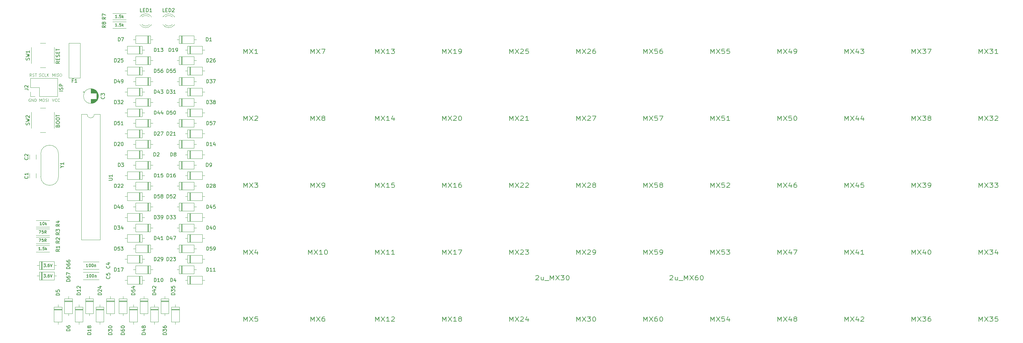
<source format=gbr>
G04 #@! TF.GenerationSoftware,KiCad,Pcbnew,(5.1.4-0-10_14)*
G04 #@! TF.CreationDate,2020-12-11T22:59:58+01:00*
G04 #@! TF.ProjectId,crosshatch,63726f73-7368-4617-9463-682e6b696361,rev?*
G04 #@! TF.SameCoordinates,Original*
G04 #@! TF.FileFunction,Legend,Top*
G04 #@! TF.FilePolarity,Positive*
%FSLAX46Y46*%
G04 Gerber Fmt 4.6, Leading zero omitted, Abs format (unit mm)*
G04 Created by KiCad (PCBNEW (5.1.4-0-10_14)) date 2020-12-11 22:59:58*
%MOMM*%
%LPD*%
G04 APERTURE LIST*
%ADD10C,0.100000*%
%ADD11C,0.150000*%
%ADD12C,0.120000*%
%ADD13C,0.203200*%
G04 APERTURE END LIST*
D10*
X19900805Y-75371342D02*
X19900805Y-74571342D01*
X20167471Y-75142771D01*
X20434138Y-74571342D01*
X20434138Y-75371342D01*
X20815090Y-75371342D02*
X20815090Y-74571342D01*
X21157948Y-75333247D02*
X21272233Y-75371342D01*
X21462709Y-75371342D01*
X21538900Y-75333247D01*
X21576995Y-75295152D01*
X21615090Y-75218961D01*
X21615090Y-75142771D01*
X21576995Y-75066580D01*
X21538900Y-75028485D01*
X21462709Y-74990390D01*
X21310329Y-74952295D01*
X21234138Y-74914199D01*
X21196043Y-74876104D01*
X21157948Y-74799914D01*
X21157948Y-74723723D01*
X21196043Y-74647533D01*
X21234138Y-74609438D01*
X21310329Y-74571342D01*
X21500805Y-74571342D01*
X21615090Y-74609438D01*
X22110329Y-74571342D02*
X22262709Y-74571342D01*
X22338900Y-74609438D01*
X22415090Y-74685628D01*
X22453186Y-74838009D01*
X22453186Y-75104676D01*
X22415090Y-75257057D01*
X22338900Y-75333247D01*
X22262709Y-75371342D01*
X22110329Y-75371342D01*
X22034138Y-75333247D01*
X21957948Y-75257057D01*
X21919852Y-75104676D01*
X21919852Y-74838009D01*
X21957948Y-74685628D01*
X22034138Y-74609438D01*
X22110329Y-74571342D01*
X16070444Y-75333247D02*
X16184729Y-75371342D01*
X16375205Y-75371342D01*
X16451396Y-75333247D01*
X16489491Y-75295152D01*
X16527586Y-75218961D01*
X16527586Y-75142771D01*
X16489491Y-75066580D01*
X16451396Y-75028485D01*
X16375205Y-74990390D01*
X16222825Y-74952295D01*
X16146634Y-74914199D01*
X16108539Y-74876104D01*
X16070444Y-74799914D01*
X16070444Y-74723723D01*
X16108539Y-74647533D01*
X16146634Y-74609438D01*
X16222825Y-74571342D01*
X16413301Y-74571342D01*
X16527586Y-74609438D01*
X17327586Y-75295152D02*
X17289491Y-75333247D01*
X17175205Y-75371342D01*
X17099015Y-75371342D01*
X16984729Y-75333247D01*
X16908539Y-75257057D01*
X16870444Y-75180866D01*
X16832348Y-75028485D01*
X16832348Y-74914199D01*
X16870444Y-74761818D01*
X16908539Y-74685628D01*
X16984729Y-74609438D01*
X17099015Y-74571342D01*
X17175205Y-74571342D01*
X17289491Y-74609438D01*
X17327586Y-74647533D01*
X18051396Y-75371342D02*
X17670444Y-75371342D01*
X17670444Y-74571342D01*
X18318063Y-75371342D02*
X18318063Y-74571342D01*
X18775205Y-75371342D02*
X18432348Y-74914199D01*
X18775205Y-74571342D02*
X18318063Y-75028485D01*
X16165682Y-82515098D02*
X16165682Y-81715098D01*
X16432348Y-82286527D01*
X16699015Y-81715098D01*
X16699015Y-82515098D01*
X17232348Y-81715098D02*
X17384729Y-81715098D01*
X17460920Y-81753194D01*
X17537110Y-81829384D01*
X17575205Y-81981765D01*
X17575205Y-82248432D01*
X17537110Y-82400813D01*
X17460920Y-82477003D01*
X17384729Y-82515098D01*
X17232348Y-82515098D01*
X17156158Y-82477003D01*
X17079967Y-82400813D01*
X17041872Y-82248432D01*
X17041872Y-81981765D01*
X17079967Y-81829384D01*
X17156158Y-81753194D01*
X17232348Y-81715098D01*
X17879967Y-82477003D02*
X17994253Y-82515098D01*
X18184729Y-82515098D01*
X18260920Y-82477003D01*
X18299015Y-82438908D01*
X18337110Y-82362717D01*
X18337110Y-82286527D01*
X18299015Y-82210336D01*
X18260920Y-82172241D01*
X18184729Y-82134146D01*
X18032348Y-82096051D01*
X17956158Y-82057955D01*
X17918063Y-82019860D01*
X17879967Y-81943670D01*
X17879967Y-81867479D01*
X17918063Y-81791289D01*
X17956158Y-81753194D01*
X18032348Y-81715098D01*
X18222825Y-81715098D01*
X18337110Y-81753194D01*
X18679967Y-82515098D02*
X18679967Y-81715098D01*
X19786519Y-81715098D02*
X20053186Y-82515098D01*
X20319852Y-81715098D01*
X21043662Y-82438908D02*
X21005567Y-82477003D01*
X20891281Y-82515098D01*
X20815090Y-82515098D01*
X20700805Y-82477003D01*
X20624614Y-82400813D01*
X20586519Y-82324622D01*
X20548424Y-82172241D01*
X20548424Y-82057955D01*
X20586519Y-81905574D01*
X20624614Y-81829384D01*
X20700805Y-81753194D01*
X20815090Y-81715098D01*
X20891281Y-81715098D01*
X21005567Y-81753194D01*
X21043662Y-81791289D01*
X21843662Y-82438908D02*
X21805567Y-82477003D01*
X21691281Y-82515098D01*
X21615090Y-82515098D01*
X21500805Y-82477003D01*
X21424614Y-82400813D01*
X21386519Y-82324622D01*
X21348424Y-82172241D01*
X21348424Y-82057955D01*
X21386519Y-81905574D01*
X21424614Y-81829384D01*
X21500805Y-81753194D01*
X21615090Y-81715098D01*
X21691281Y-81715098D01*
X21805567Y-81753194D01*
X21843662Y-81791289D01*
X13584566Y-81753194D02*
X13508376Y-81715098D01*
X13394090Y-81715098D01*
X13279804Y-81753194D01*
X13203614Y-81829384D01*
X13165518Y-81905574D01*
X13127423Y-82057955D01*
X13127423Y-82172241D01*
X13165518Y-82324622D01*
X13203614Y-82400813D01*
X13279804Y-82477003D01*
X13394090Y-82515098D01*
X13470280Y-82515098D01*
X13584566Y-82477003D01*
X13622661Y-82438908D01*
X13622661Y-82172241D01*
X13470280Y-82172241D01*
X13965518Y-82515098D02*
X13965518Y-81715098D01*
X14422661Y-82515098D01*
X14422661Y-81715098D01*
X14803614Y-82515098D02*
X14803614Y-81715098D01*
X14994090Y-81715098D01*
X15108376Y-81753194D01*
X15184566Y-81829384D01*
X15222661Y-81905574D01*
X15260757Y-82057955D01*
X15260757Y-82172241D01*
X15222661Y-82324622D01*
X15184566Y-82400813D01*
X15108376Y-82477003D01*
X14994090Y-82515098D01*
X14803614Y-82515098D01*
X13889328Y-75371342D02*
X13622661Y-74990390D01*
X13432185Y-75371342D02*
X13432185Y-74571342D01*
X13736947Y-74571342D01*
X13813138Y-74609438D01*
X13851233Y-74647533D01*
X13889328Y-74723723D01*
X13889328Y-74838009D01*
X13851233Y-74914199D01*
X13813138Y-74952295D01*
X13736947Y-74990390D01*
X13432185Y-74990390D01*
X14194090Y-75333247D02*
X14308376Y-75371342D01*
X14498852Y-75371342D01*
X14575042Y-75333247D01*
X14613138Y-75295152D01*
X14651233Y-75218961D01*
X14651233Y-75142771D01*
X14613138Y-75066580D01*
X14575042Y-75028485D01*
X14498852Y-74990390D01*
X14346471Y-74952295D01*
X14270280Y-74914199D01*
X14232185Y-74876104D01*
X14194090Y-74799914D01*
X14194090Y-74723723D01*
X14232185Y-74647533D01*
X14270280Y-74609438D01*
X14346471Y-74571342D01*
X14536947Y-74571342D01*
X14651233Y-74609438D01*
X14879804Y-74571342D02*
X15336947Y-74571342D01*
X15108376Y-75371342D02*
X15108376Y-74571342D01*
D11*
X22806546Y-79569958D02*
X21806546Y-79569958D01*
X22758927Y-79141387D02*
X22806546Y-78998529D01*
X22806546Y-78760434D01*
X22758927Y-78665196D01*
X22711308Y-78617577D01*
X22616070Y-78569958D01*
X22520832Y-78569958D01*
X22425594Y-78617577D01*
X22377975Y-78665196D01*
X22330356Y-78760434D01*
X22282737Y-78950910D01*
X22235118Y-79046148D01*
X22187499Y-79093768D01*
X22092261Y-79141387D01*
X21997023Y-79141387D01*
X21901785Y-79093768D01*
X21854166Y-79046148D01*
X21806546Y-78950910D01*
X21806546Y-78712815D01*
X21854166Y-78569958D01*
X22806546Y-78141387D02*
X21806546Y-78141387D01*
X21806546Y-77760434D01*
X21854166Y-77665196D01*
X21901785Y-77617577D01*
X21997023Y-77569958D01*
X22139880Y-77569958D01*
X22235118Y-77617577D01*
X22282737Y-77665196D01*
X22330356Y-77760434D01*
X22330356Y-78141387D01*
D12*
X27701772Y-65902247D02*
X27701772Y-75802247D01*
X24501772Y-65902247D02*
X24501772Y-75782247D01*
X27701772Y-65902247D02*
X24501772Y-65902247D01*
X27701772Y-75802247D02*
X24501772Y-75802247D01*
X28504398Y-140993242D02*
X26264398Y-140993242D01*
X26264398Y-140993242D02*
X26264398Y-145233242D01*
X26264398Y-145233242D02*
X28504398Y-145233242D01*
X28504398Y-145233242D02*
X28504398Y-140993242D01*
X27384398Y-140343242D02*
X27384398Y-140993242D01*
X27384398Y-145883242D02*
X27384398Y-145233242D01*
X28504398Y-141713242D02*
X26264398Y-141713242D01*
X28504398Y-141833242D02*
X26264398Y-141833242D01*
X28504398Y-141593242D02*
X26264398Y-141593242D01*
X58244735Y-132230112D02*
X58244735Y-134470112D01*
X58244735Y-134470112D02*
X62484735Y-134470112D01*
X62484735Y-134470112D02*
X62484735Y-132230112D01*
X62484735Y-132230112D02*
X58244735Y-132230112D01*
X57594735Y-133350112D02*
X58244735Y-133350112D01*
X63134735Y-133350112D02*
X62484735Y-133350112D01*
X58964735Y-132230112D02*
X58964735Y-134470112D01*
X59084735Y-132230112D02*
X59084735Y-134470112D01*
X58844735Y-132230112D02*
X58844735Y-134470112D01*
X47720979Y-119587287D02*
X47720979Y-117347287D01*
X47720979Y-117347287D02*
X43480979Y-117347287D01*
X43480979Y-117347287D02*
X43480979Y-119587287D01*
X43480979Y-119587287D02*
X47720979Y-119587287D01*
X48370979Y-118467287D02*
X47720979Y-118467287D01*
X42830979Y-118467287D02*
X43480979Y-118467287D01*
X47000979Y-119587287D02*
X47000979Y-117347287D01*
X46880979Y-119587287D02*
X46880979Y-117347287D01*
X47120979Y-119587287D02*
X47120979Y-117347287D01*
X55863483Y-75675377D02*
X55863483Y-77915377D01*
X55863483Y-77915377D02*
X60103483Y-77915377D01*
X60103483Y-77915377D02*
X60103483Y-75675377D01*
X60103483Y-75675377D02*
X55863483Y-75675377D01*
X55213483Y-76795377D02*
X55863483Y-76795377D01*
X60753483Y-76795377D02*
X60103483Y-76795377D01*
X56583483Y-75675377D02*
X56583483Y-77915377D01*
X56703483Y-75675377D02*
X56703483Y-77915377D01*
X56463483Y-75675377D02*
X56463483Y-77915377D01*
X58844735Y-66745682D02*
X58844735Y-68985682D01*
X59084735Y-66745682D02*
X59084735Y-68985682D01*
X58964735Y-66745682D02*
X58964735Y-68985682D01*
X63134735Y-67865682D02*
X62484735Y-67865682D01*
X57594735Y-67865682D02*
X58244735Y-67865682D01*
X62484735Y-66745682D02*
X58244735Y-66745682D01*
X62484735Y-68985682D02*
X62484735Y-66745682D01*
X58244735Y-68985682D02*
X62484735Y-68985682D01*
X58244735Y-66745682D02*
X58244735Y-68985682D01*
X32921589Y-80962568D02*
G75*
G03X32921589Y-80962568I-2120000J0D01*
G01*
X30801589Y-81802568D02*
X30801589Y-83042568D01*
X30801589Y-78882568D02*
X30801589Y-80122568D01*
X30841589Y-81802568D02*
X30841589Y-83042568D01*
X30841589Y-78882568D02*
X30841589Y-80122568D01*
X30881589Y-81802568D02*
X30881589Y-83041568D01*
X30881589Y-78883568D02*
X30881589Y-80122568D01*
X30921589Y-78885568D02*
X30921589Y-80122568D01*
X30921589Y-81802568D02*
X30921589Y-83039568D01*
X30961589Y-78888568D02*
X30961589Y-80122568D01*
X30961589Y-81802568D02*
X30961589Y-83036568D01*
X31001589Y-78891568D02*
X31001589Y-80122568D01*
X31001589Y-81802568D02*
X31001589Y-83033568D01*
X31041589Y-78895568D02*
X31041589Y-80122568D01*
X31041589Y-81802568D02*
X31041589Y-83029568D01*
X31081589Y-78900568D02*
X31081589Y-80122568D01*
X31081589Y-81802568D02*
X31081589Y-83024568D01*
X31121589Y-78906568D02*
X31121589Y-80122568D01*
X31121589Y-81802568D02*
X31121589Y-83018568D01*
X31161589Y-78912568D02*
X31161589Y-80122568D01*
X31161589Y-81802568D02*
X31161589Y-83012568D01*
X31201589Y-78920568D02*
X31201589Y-80122568D01*
X31201589Y-81802568D02*
X31201589Y-83004568D01*
X31241589Y-78928568D02*
X31241589Y-80122568D01*
X31241589Y-81802568D02*
X31241589Y-82996568D01*
X31281589Y-78937568D02*
X31281589Y-80122568D01*
X31281589Y-81802568D02*
X31281589Y-82987568D01*
X31321589Y-78946568D02*
X31321589Y-80122568D01*
X31321589Y-81802568D02*
X31321589Y-82978568D01*
X31361589Y-78957568D02*
X31361589Y-80122568D01*
X31361589Y-81802568D02*
X31361589Y-82967568D01*
X31401589Y-78968568D02*
X31401589Y-80122568D01*
X31401589Y-81802568D02*
X31401589Y-82956568D01*
X31441589Y-78980568D02*
X31441589Y-80122568D01*
X31441589Y-81802568D02*
X31441589Y-82944568D01*
X31481589Y-78994568D02*
X31481589Y-80122568D01*
X31481589Y-81802568D02*
X31481589Y-82930568D01*
X31522589Y-79008568D02*
X31522589Y-80122568D01*
X31522589Y-81802568D02*
X31522589Y-82916568D01*
X31562589Y-79022568D02*
X31562589Y-80122568D01*
X31562589Y-81802568D02*
X31562589Y-82902568D01*
X31602589Y-79038568D02*
X31602589Y-80122568D01*
X31602589Y-81802568D02*
X31602589Y-82886568D01*
X31642589Y-79055568D02*
X31642589Y-80122568D01*
X31642589Y-81802568D02*
X31642589Y-82869568D01*
X31682589Y-79073568D02*
X31682589Y-80122568D01*
X31682589Y-81802568D02*
X31682589Y-82851568D01*
X31722589Y-79092568D02*
X31722589Y-80122568D01*
X31722589Y-81802568D02*
X31722589Y-82832568D01*
X31762589Y-79111568D02*
X31762589Y-80122568D01*
X31762589Y-81802568D02*
X31762589Y-82813568D01*
X31802589Y-79132568D02*
X31802589Y-80122568D01*
X31802589Y-81802568D02*
X31802589Y-82792568D01*
X31842589Y-79154568D02*
X31842589Y-80122568D01*
X31842589Y-81802568D02*
X31842589Y-82770568D01*
X31882589Y-79177568D02*
X31882589Y-80122568D01*
X31882589Y-81802568D02*
X31882589Y-82747568D01*
X31922589Y-79202568D02*
X31922589Y-80122568D01*
X31922589Y-81802568D02*
X31922589Y-82722568D01*
X31962589Y-79227568D02*
X31962589Y-80122568D01*
X31962589Y-81802568D02*
X31962589Y-82697568D01*
X32002589Y-79254568D02*
X32002589Y-80122568D01*
X32002589Y-81802568D02*
X32002589Y-82670568D01*
X32042589Y-79282568D02*
X32042589Y-80122568D01*
X32042589Y-81802568D02*
X32042589Y-82642568D01*
X32082589Y-79312568D02*
X32082589Y-80122568D01*
X32082589Y-81802568D02*
X32082589Y-82612568D01*
X32122589Y-79343568D02*
X32122589Y-80122568D01*
X32122589Y-81802568D02*
X32122589Y-82581568D01*
X32162589Y-79375568D02*
X32162589Y-80122568D01*
X32162589Y-81802568D02*
X32162589Y-82549568D01*
X32202589Y-79410568D02*
X32202589Y-80122568D01*
X32202589Y-81802568D02*
X32202589Y-82514568D01*
X32242589Y-79446568D02*
X32242589Y-80122568D01*
X32242589Y-81802568D02*
X32242589Y-82478568D01*
X32282589Y-79484568D02*
X32282589Y-80122568D01*
X32282589Y-81802568D02*
X32282589Y-82440568D01*
X32322589Y-79524568D02*
X32322589Y-80122568D01*
X32322589Y-81802568D02*
X32322589Y-82400568D01*
X32362589Y-79566568D02*
X32362589Y-80122568D01*
X32362589Y-81802568D02*
X32362589Y-82358568D01*
X32402589Y-79611568D02*
X32402589Y-82313568D01*
X32442589Y-79658568D02*
X32442589Y-82266568D01*
X32482589Y-79708568D02*
X32482589Y-82216568D01*
X32522589Y-79762568D02*
X32522589Y-82162568D01*
X32562589Y-79820568D02*
X32562589Y-82104568D01*
X32602589Y-79882568D02*
X32602589Y-82042568D01*
X32642589Y-79949568D02*
X32642589Y-81975568D01*
X32682589Y-80022568D02*
X32682589Y-81902568D01*
X32722589Y-80103568D02*
X32722589Y-81821568D01*
X32762589Y-80194568D02*
X32762589Y-81730568D01*
X32802589Y-80298568D02*
X32802589Y-81626568D01*
X32842589Y-80425568D02*
X32842589Y-81499568D01*
X32882589Y-80592568D02*
X32882589Y-81332568D01*
X28531788Y-79767568D02*
X28931788Y-79767568D01*
X28731788Y-79567568D02*
X28731788Y-79967568D01*
X28567528Y-128112921D02*
X33107528Y-128112921D01*
X28567528Y-130252921D02*
X33107528Y-130252921D01*
X28567528Y-128112921D02*
X28567528Y-128127921D01*
X28567528Y-130237921D02*
X28567528Y-130252921D01*
X33107528Y-128112921D02*
X33107528Y-128127921D01*
X33107528Y-130237921D02*
X33107528Y-130252921D01*
X33107528Y-133214486D02*
X33107528Y-133229486D01*
X33107528Y-131089486D02*
X33107528Y-131104486D01*
X28567528Y-133214486D02*
X28567528Y-133229486D01*
X28567528Y-131089486D02*
X28567528Y-131104486D01*
X28567528Y-133229486D02*
X33107528Y-133229486D01*
X28567528Y-131089486D02*
X33107528Y-131089486D01*
X13367512Y-103014836D02*
X13367512Y-104272836D01*
X15207512Y-103014836D02*
X15207512Y-104272836D01*
X15207512Y-97657019D02*
X15207512Y-98915019D01*
X13367512Y-97657019D02*
X13367512Y-98915019D01*
X21292825Y-81101942D02*
X21292825Y-75901942D01*
X16152825Y-81101942D02*
X21292825Y-81101942D01*
X13552825Y-75901942D02*
X21292825Y-75901942D01*
X16152825Y-81101942D02*
X16152825Y-78501942D01*
X16152825Y-78501942D02*
X13552825Y-78501942D01*
X13552825Y-78501942D02*
X13552825Y-75901942D01*
X14882825Y-81101942D02*
X13552825Y-81101942D01*
X13552825Y-81101942D02*
X13552825Y-79771942D01*
X51231148Y-60609908D02*
G75*
G03X54463483Y-60766816I1672335J1078608D01*
G01*
X51231148Y-58452692D02*
G75*
G02X54463483Y-58295784I1672335J-1078608D01*
G01*
X51862353Y-60611137D02*
G75*
G03X53944444Y-60611300I1041130J1079837D01*
G01*
X51862353Y-58451463D02*
G75*
G02X53944444Y-58451300I1041130J-1079837D01*
G01*
X54463483Y-60767300D02*
X54463483Y-60611300D01*
X54463483Y-58451300D02*
X54463483Y-58295300D01*
X15185329Y-125340417D02*
X19025329Y-125340417D01*
X15185329Y-123500417D02*
X19025329Y-123500417D01*
X19025329Y-122959165D02*
X15185329Y-122959165D01*
X19025329Y-121119165D02*
X15185329Y-121119165D01*
X19025329Y-120577913D02*
X15185329Y-120577913D01*
X19025329Y-118737913D02*
X15185329Y-118737913D01*
X19025329Y-116356661D02*
X15185329Y-116356661D01*
X19025329Y-118196661D02*
X15185329Y-118196661D01*
X36934093Y-59801926D02*
X40774093Y-59801926D01*
X36934093Y-61641926D02*
X40774093Y-61641926D01*
X20382825Y-71628186D02*
X20382825Y-67128186D01*
X16382825Y-72878186D02*
X17882825Y-72878186D01*
X13882825Y-67128186D02*
X13882825Y-71628186D01*
X17882825Y-65878186D02*
X16382825Y-65878186D01*
X17882825Y-84332889D02*
X16382825Y-84332889D01*
X13882825Y-85582889D02*
X13882825Y-90082889D01*
X16382825Y-91332889D02*
X17882825Y-91332889D01*
X20382825Y-90082889D02*
X20382825Y-85582889D01*
X21575016Y-97466645D02*
X21575016Y-103866645D01*
X16525016Y-97466645D02*
X16525016Y-103866645D01*
X16525016Y-97466645D02*
G75*
G02X21575016Y-97466645I2525000J0D01*
G01*
X16525016Y-103866645D02*
G75*
G03X21575016Y-103866645I2525000J0D01*
G01*
X31718154Y-86181011D02*
G75*
G02X29718154Y-86181011I-1000000J0D01*
G01*
X29718154Y-86181011D02*
X28068154Y-86181011D01*
X28068154Y-86181011D02*
X28068154Y-121861011D01*
X28068154Y-121861011D02*
X33368154Y-121861011D01*
X33368154Y-121861011D02*
X33368154Y-86181011D01*
X33368154Y-86181011D02*
X31718154Y-86181011D01*
X16096581Y-128062921D02*
X16096581Y-130302921D01*
X16096581Y-130302921D02*
X20336581Y-130302921D01*
X20336581Y-130302921D02*
X20336581Y-128062921D01*
X20336581Y-128062921D02*
X16096581Y-128062921D01*
X15446581Y-129182921D02*
X16096581Y-129182921D01*
X20986581Y-129182921D02*
X20336581Y-129182921D01*
X16816581Y-128062921D02*
X16816581Y-130302921D01*
X16936581Y-128062921D02*
X16936581Y-130302921D01*
X16696581Y-128062921D02*
X16696581Y-130302921D01*
X16696581Y-131039486D02*
X16696581Y-133279486D01*
X16936581Y-131039486D02*
X16936581Y-133279486D01*
X16816581Y-131039486D02*
X16816581Y-133279486D01*
X20986581Y-132159486D02*
X20336581Y-132159486D01*
X15446581Y-132159486D02*
X16096581Y-132159486D01*
X20336581Y-131039486D02*
X16096581Y-131039486D01*
X20336581Y-133279486D02*
X20336581Y-131039486D01*
X16096581Y-133279486D02*
X20336581Y-133279486D01*
X16096581Y-131039486D02*
X16096581Y-133279486D01*
X55863483Y-63769117D02*
X55863483Y-66009117D01*
X55863483Y-66009117D02*
X60103483Y-66009117D01*
X60103483Y-66009117D02*
X60103483Y-63769117D01*
X60103483Y-63769117D02*
X55863483Y-63769117D01*
X55213483Y-64889117D02*
X55863483Y-64889117D01*
X60753483Y-64889117D02*
X60103483Y-64889117D01*
X56583483Y-63769117D02*
X56583483Y-66009117D01*
X56703483Y-63769117D02*
X56703483Y-66009117D01*
X56463483Y-63769117D02*
X56463483Y-66009117D01*
X47720979Y-66009117D02*
X47720979Y-63769117D01*
X47720979Y-63769117D02*
X43480979Y-63769117D01*
X43480979Y-63769117D02*
X43480979Y-66009117D01*
X43480979Y-66009117D02*
X47720979Y-66009117D01*
X48370979Y-64889117D02*
X47720979Y-64889117D01*
X42830979Y-64889117D02*
X43480979Y-64889117D01*
X47000979Y-66009117D02*
X47000979Y-63769117D01*
X46880979Y-66009117D02*
X46880979Y-63769117D01*
X47120979Y-66009117D02*
X47120979Y-63769117D01*
X44739727Y-68985682D02*
X44739727Y-66745682D01*
X44499727Y-68985682D02*
X44499727Y-66745682D01*
X44619727Y-68985682D02*
X44619727Y-66745682D01*
X40449727Y-67865682D02*
X41099727Y-67865682D01*
X45989727Y-67865682D02*
X45339727Y-67865682D01*
X41099727Y-68985682D02*
X45339727Y-68985682D01*
X41099727Y-66745682D02*
X41099727Y-68985682D01*
X45339727Y-66745682D02*
X41099727Y-66745682D01*
X45339727Y-68985682D02*
X45339727Y-66745682D01*
X47720979Y-71962247D02*
X47720979Y-69722247D01*
X47720979Y-69722247D02*
X43480979Y-69722247D01*
X43480979Y-69722247D02*
X43480979Y-71962247D01*
X43480979Y-71962247D02*
X47720979Y-71962247D01*
X48370979Y-70842247D02*
X47720979Y-70842247D01*
X42830979Y-70842247D02*
X43480979Y-70842247D01*
X47000979Y-71962247D02*
X47000979Y-69722247D01*
X46880979Y-71962247D02*
X46880979Y-69722247D01*
X47120979Y-71962247D02*
X47120979Y-69722247D01*
X58244735Y-78651942D02*
X58244735Y-80891942D01*
X58244735Y-80891942D02*
X62484735Y-80891942D01*
X62484735Y-80891942D02*
X62484735Y-78651942D01*
X62484735Y-78651942D02*
X58244735Y-78651942D01*
X57594735Y-79771942D02*
X58244735Y-79771942D01*
X63134735Y-79771942D02*
X62484735Y-79771942D01*
X58964735Y-78651942D02*
X58964735Y-80891942D01*
X59084735Y-78651942D02*
X59084735Y-80891942D01*
X58844735Y-78651942D02*
X58844735Y-80891942D01*
X44739727Y-80891942D02*
X44739727Y-78651942D01*
X44499727Y-80891942D02*
X44499727Y-78651942D01*
X44619727Y-80891942D02*
X44619727Y-78651942D01*
X40449727Y-79771942D02*
X41099727Y-79771942D01*
X45989727Y-79771942D02*
X45339727Y-79771942D01*
X41099727Y-80891942D02*
X45339727Y-80891942D01*
X41099727Y-78651942D02*
X41099727Y-80891942D01*
X45339727Y-78651942D02*
X41099727Y-78651942D01*
X45339727Y-80891942D02*
X45339727Y-78651942D01*
X47720979Y-77915377D02*
X47720979Y-75675377D01*
X47720979Y-75675377D02*
X43480979Y-75675377D01*
X43480979Y-75675377D02*
X43480979Y-77915377D01*
X43480979Y-77915377D02*
X47720979Y-77915377D01*
X48370979Y-76795377D02*
X47720979Y-76795377D01*
X42830979Y-76795377D02*
X43480979Y-76795377D01*
X47000979Y-77915377D02*
X47000979Y-75675377D01*
X46880979Y-77915377D02*
X46880979Y-75675377D01*
X47120979Y-77915377D02*
X47120979Y-75675377D01*
X45339727Y-98751332D02*
X45339727Y-96511332D01*
X45339727Y-96511332D02*
X41099727Y-96511332D01*
X41099727Y-96511332D02*
X41099727Y-98751332D01*
X41099727Y-98751332D02*
X45339727Y-98751332D01*
X45989727Y-97631332D02*
X45339727Y-97631332D01*
X40449727Y-97631332D02*
X41099727Y-97631332D01*
X44619727Y-98751332D02*
X44619727Y-96511332D01*
X44499727Y-98751332D02*
X44499727Y-96511332D01*
X44739727Y-98751332D02*
X44739727Y-96511332D01*
X58244735Y-96511332D02*
X58244735Y-98751332D01*
X58244735Y-98751332D02*
X62484735Y-98751332D01*
X62484735Y-98751332D02*
X62484735Y-96511332D01*
X62484735Y-96511332D02*
X58244735Y-96511332D01*
X57594735Y-97631332D02*
X58244735Y-97631332D01*
X63134735Y-97631332D02*
X62484735Y-97631332D01*
X58964735Y-96511332D02*
X58964735Y-98751332D01*
X59084735Y-96511332D02*
X59084735Y-98751332D01*
X58844735Y-96511332D02*
X58844735Y-98751332D01*
X56463483Y-93534767D02*
X56463483Y-95774767D01*
X56703483Y-93534767D02*
X56703483Y-95774767D01*
X56583483Y-93534767D02*
X56583483Y-95774767D01*
X60753483Y-94654767D02*
X60103483Y-94654767D01*
X55213483Y-94654767D02*
X55863483Y-94654767D01*
X60103483Y-93534767D02*
X55863483Y-93534767D01*
X60103483Y-95774767D02*
X60103483Y-93534767D01*
X55863483Y-95774767D02*
X60103483Y-95774767D01*
X55863483Y-93534767D02*
X55863483Y-95774767D01*
X47120979Y-95774767D02*
X47120979Y-93534767D01*
X46880979Y-95774767D02*
X46880979Y-93534767D01*
X47000979Y-95774767D02*
X47000979Y-93534767D01*
X42830979Y-94654767D02*
X43480979Y-94654767D01*
X48370979Y-94654767D02*
X47720979Y-94654767D01*
X43480979Y-95774767D02*
X47720979Y-95774767D01*
X43480979Y-93534767D02*
X43480979Y-95774767D01*
X47720979Y-93534767D02*
X43480979Y-93534767D01*
X47720979Y-95774767D02*
X47720979Y-93534767D01*
X55863483Y-69722247D02*
X55863483Y-71962247D01*
X55863483Y-71962247D02*
X60103483Y-71962247D01*
X60103483Y-71962247D02*
X60103483Y-69722247D01*
X60103483Y-69722247D02*
X55863483Y-69722247D01*
X55213483Y-70842247D02*
X55863483Y-70842247D01*
X60753483Y-70842247D02*
X60103483Y-70842247D01*
X56583483Y-69722247D02*
X56583483Y-71962247D01*
X56703483Y-69722247D02*
X56703483Y-71962247D01*
X56463483Y-69722247D02*
X56463483Y-71962247D01*
X47120979Y-83868507D02*
X47120979Y-81628507D01*
X46880979Y-83868507D02*
X46880979Y-81628507D01*
X47000979Y-83868507D02*
X47000979Y-81628507D01*
X42830979Y-82748507D02*
X43480979Y-82748507D01*
X48370979Y-82748507D02*
X47720979Y-82748507D01*
X43480979Y-83868507D02*
X47720979Y-83868507D01*
X43480979Y-81628507D02*
X43480979Y-83868507D01*
X47720979Y-81628507D02*
X43480979Y-81628507D01*
X47720979Y-83868507D02*
X47720979Y-81628507D01*
X55863483Y-81628507D02*
X55863483Y-83868507D01*
X55863483Y-83868507D02*
X60103483Y-83868507D01*
X60103483Y-83868507D02*
X60103483Y-81628507D01*
X60103483Y-81628507D02*
X55863483Y-81628507D01*
X55213483Y-82748507D02*
X55863483Y-82748507D01*
X60753483Y-82748507D02*
X60103483Y-82748507D01*
X56583483Y-81628507D02*
X56583483Y-83868507D01*
X56703483Y-81628507D02*
X56703483Y-83868507D01*
X56463483Y-81628507D02*
X56463483Y-83868507D01*
X45339727Y-86845072D02*
X45339727Y-84605072D01*
X45339727Y-84605072D02*
X41099727Y-84605072D01*
X41099727Y-84605072D02*
X41099727Y-86845072D01*
X41099727Y-86845072D02*
X45339727Y-86845072D01*
X45989727Y-85725072D02*
X45339727Y-85725072D01*
X40449727Y-85725072D02*
X41099727Y-85725072D01*
X44619727Y-86845072D02*
X44619727Y-84605072D01*
X44499727Y-86845072D02*
X44499727Y-84605072D01*
X44739727Y-86845072D02*
X44739727Y-84605072D01*
X58244735Y-84605072D02*
X58244735Y-86845072D01*
X58244735Y-86845072D02*
X62484735Y-86845072D01*
X62484735Y-86845072D02*
X62484735Y-84605072D01*
X62484735Y-84605072D02*
X58244735Y-84605072D01*
X57594735Y-85725072D02*
X58244735Y-85725072D01*
X63134735Y-85725072D02*
X62484735Y-85725072D01*
X58964735Y-84605072D02*
X58964735Y-86845072D01*
X59084735Y-84605072D02*
X59084735Y-86845072D01*
X58844735Y-84605072D02*
X58844735Y-86845072D01*
X47120979Y-101727897D02*
X47120979Y-99487897D01*
X46880979Y-101727897D02*
X46880979Y-99487897D01*
X47000979Y-101727897D02*
X47000979Y-99487897D01*
X42830979Y-100607897D02*
X43480979Y-100607897D01*
X48370979Y-100607897D02*
X47720979Y-100607897D01*
X43480979Y-101727897D02*
X47720979Y-101727897D01*
X43480979Y-99487897D02*
X43480979Y-101727897D01*
X47720979Y-99487897D02*
X43480979Y-99487897D01*
X47720979Y-101727897D02*
X47720979Y-99487897D01*
X56463483Y-99487897D02*
X56463483Y-101727897D01*
X56703483Y-99487897D02*
X56703483Y-101727897D01*
X56583483Y-99487897D02*
X56583483Y-101727897D01*
X60753483Y-100607897D02*
X60103483Y-100607897D01*
X55213483Y-100607897D02*
X55863483Y-100607897D01*
X60103483Y-99487897D02*
X55863483Y-99487897D01*
X60103483Y-101727897D02*
X60103483Y-99487897D01*
X55863483Y-101727897D02*
X60103483Y-101727897D01*
X55863483Y-99487897D02*
X55863483Y-101727897D01*
X44739727Y-104704462D02*
X44739727Y-102464462D01*
X44499727Y-104704462D02*
X44499727Y-102464462D01*
X44619727Y-104704462D02*
X44619727Y-102464462D01*
X40449727Y-103584462D02*
X41099727Y-103584462D01*
X45989727Y-103584462D02*
X45339727Y-103584462D01*
X41099727Y-104704462D02*
X45339727Y-104704462D01*
X41099727Y-102464462D02*
X41099727Y-104704462D01*
X45339727Y-102464462D02*
X41099727Y-102464462D01*
X45339727Y-104704462D02*
X45339727Y-102464462D01*
X58244735Y-90558202D02*
X58244735Y-92798202D01*
X58244735Y-92798202D02*
X62484735Y-92798202D01*
X62484735Y-92798202D02*
X62484735Y-90558202D01*
X62484735Y-90558202D02*
X58244735Y-90558202D01*
X57594735Y-91678202D02*
X58244735Y-91678202D01*
X63134735Y-91678202D02*
X62484735Y-91678202D01*
X58964735Y-90558202D02*
X58964735Y-92798202D01*
X59084735Y-90558202D02*
X59084735Y-92798202D01*
X58844735Y-90558202D02*
X58844735Y-92798202D01*
X45339727Y-92798202D02*
X45339727Y-90558202D01*
X45339727Y-90558202D02*
X41099727Y-90558202D01*
X41099727Y-90558202D02*
X41099727Y-92798202D01*
X41099727Y-92798202D02*
X45339727Y-92798202D01*
X45989727Y-91678202D02*
X45339727Y-91678202D01*
X40449727Y-91678202D02*
X41099727Y-91678202D01*
X44619727Y-92798202D02*
X44619727Y-90558202D01*
X44499727Y-92798202D02*
X44499727Y-90558202D01*
X44739727Y-92798202D02*
X44739727Y-90558202D01*
X58244735Y-114370722D02*
X58244735Y-116610722D01*
X58244735Y-116610722D02*
X62484735Y-116610722D01*
X62484735Y-116610722D02*
X62484735Y-114370722D01*
X62484735Y-114370722D02*
X58244735Y-114370722D01*
X57594735Y-115490722D02*
X58244735Y-115490722D01*
X63134735Y-115490722D02*
X62484735Y-115490722D01*
X58964735Y-114370722D02*
X58964735Y-116610722D01*
X59084735Y-114370722D02*
X59084735Y-116610722D01*
X58844735Y-114370722D02*
X58844735Y-116610722D01*
X45339727Y-116610722D02*
X45339727Y-114370722D01*
X45339727Y-114370722D02*
X41099727Y-114370722D01*
X41099727Y-114370722D02*
X41099727Y-116610722D01*
X41099727Y-116610722D02*
X45339727Y-116610722D01*
X45989727Y-115490722D02*
X45339727Y-115490722D01*
X40449727Y-115490722D02*
X41099727Y-115490722D01*
X44619727Y-116610722D02*
X44619727Y-114370722D01*
X44499727Y-116610722D02*
X44499727Y-114370722D01*
X44739727Y-116610722D02*
X44739727Y-114370722D01*
X55863483Y-111394157D02*
X55863483Y-113634157D01*
X55863483Y-113634157D02*
X60103483Y-113634157D01*
X60103483Y-113634157D02*
X60103483Y-111394157D01*
X60103483Y-111394157D02*
X55863483Y-111394157D01*
X55213483Y-112514157D02*
X55863483Y-112514157D01*
X60753483Y-112514157D02*
X60103483Y-112514157D01*
X56583483Y-111394157D02*
X56583483Y-113634157D01*
X56703483Y-111394157D02*
X56703483Y-113634157D01*
X56463483Y-111394157D02*
X56463483Y-113634157D01*
X47720979Y-89821637D02*
X47720979Y-87581637D01*
X47720979Y-87581637D02*
X43480979Y-87581637D01*
X43480979Y-87581637D02*
X43480979Y-89821637D01*
X43480979Y-89821637D02*
X47720979Y-89821637D01*
X48370979Y-88701637D02*
X47720979Y-88701637D01*
X42830979Y-88701637D02*
X43480979Y-88701637D01*
X47000979Y-89821637D02*
X47000979Y-87581637D01*
X46880979Y-89821637D02*
X46880979Y-87581637D01*
X47120979Y-89821637D02*
X47120979Y-87581637D01*
X44739727Y-134470112D02*
X44739727Y-132230112D01*
X44499727Y-134470112D02*
X44499727Y-132230112D01*
X44619727Y-134470112D02*
X44619727Y-132230112D01*
X40449727Y-133350112D02*
X41099727Y-133350112D01*
X45989727Y-133350112D02*
X45339727Y-133350112D01*
X41099727Y-134470112D02*
X45339727Y-134470112D01*
X41099727Y-132230112D02*
X41099727Y-134470112D01*
X45339727Y-132230112D02*
X41099727Y-132230112D01*
X45339727Y-134470112D02*
X45339727Y-132230112D01*
X58844735Y-102464462D02*
X58844735Y-104704462D01*
X59084735Y-102464462D02*
X59084735Y-104704462D01*
X58964735Y-102464462D02*
X58964735Y-104704462D01*
X63134735Y-103584462D02*
X62484735Y-103584462D01*
X57594735Y-103584462D02*
X58244735Y-103584462D01*
X62484735Y-102464462D02*
X58244735Y-102464462D01*
X62484735Y-104704462D02*
X62484735Y-102464462D01*
X58244735Y-104704462D02*
X62484735Y-104704462D01*
X58244735Y-102464462D02*
X58244735Y-104704462D01*
X47720979Y-107681027D02*
X47720979Y-105441027D01*
X47720979Y-105441027D02*
X43480979Y-105441027D01*
X43480979Y-105441027D02*
X43480979Y-107681027D01*
X43480979Y-107681027D02*
X47720979Y-107681027D01*
X48370979Y-106561027D02*
X47720979Y-106561027D01*
X42830979Y-106561027D02*
X43480979Y-106561027D01*
X47000979Y-107681027D02*
X47000979Y-105441027D01*
X46880979Y-107681027D02*
X46880979Y-105441027D01*
X47120979Y-107681027D02*
X47120979Y-105441027D01*
X55863483Y-105441027D02*
X55863483Y-107681027D01*
X55863483Y-107681027D02*
X60103483Y-107681027D01*
X60103483Y-107681027D02*
X60103483Y-105441027D01*
X60103483Y-105441027D02*
X55863483Y-105441027D01*
X55213483Y-106561027D02*
X55863483Y-106561027D01*
X60753483Y-106561027D02*
X60103483Y-106561027D01*
X56583483Y-105441027D02*
X56583483Y-107681027D01*
X56703483Y-105441027D02*
X56703483Y-107681027D01*
X56463483Y-105441027D02*
X56463483Y-107681027D01*
X55863483Y-117347287D02*
X55863483Y-119587287D01*
X55863483Y-119587287D02*
X60103483Y-119587287D01*
X60103483Y-119587287D02*
X60103483Y-117347287D01*
X60103483Y-117347287D02*
X55863483Y-117347287D01*
X55213483Y-118467287D02*
X55863483Y-118467287D01*
X60753483Y-118467287D02*
X60103483Y-118467287D01*
X56583483Y-117347287D02*
X56583483Y-119587287D01*
X56703483Y-117347287D02*
X56703483Y-119587287D01*
X56463483Y-117347287D02*
X56463483Y-119587287D01*
X47720979Y-113634157D02*
X47720979Y-111394157D01*
X47720979Y-111394157D02*
X43480979Y-111394157D01*
X43480979Y-111394157D02*
X43480979Y-113634157D01*
X43480979Y-113634157D02*
X47720979Y-113634157D01*
X48370979Y-112514157D02*
X47720979Y-112514157D01*
X42830979Y-112514157D02*
X43480979Y-112514157D01*
X47000979Y-113634157D02*
X47000979Y-111394157D01*
X46880979Y-113634157D02*
X46880979Y-111394157D01*
X47120979Y-113634157D02*
X47120979Y-111394157D01*
X58244735Y-108417592D02*
X58244735Y-110657592D01*
X58244735Y-110657592D02*
X62484735Y-110657592D01*
X62484735Y-110657592D02*
X62484735Y-108417592D01*
X62484735Y-108417592D02*
X58244735Y-108417592D01*
X57594735Y-109537592D02*
X58244735Y-109537592D01*
X63134735Y-109537592D02*
X62484735Y-109537592D01*
X58964735Y-108417592D02*
X58964735Y-110657592D01*
X59084735Y-108417592D02*
X59084735Y-110657592D01*
X58844735Y-108417592D02*
X58844735Y-110657592D01*
X22551268Y-141593242D02*
X20311268Y-141593242D01*
X22551268Y-141833242D02*
X20311268Y-141833242D01*
X22551268Y-141713242D02*
X20311268Y-141713242D01*
X21431268Y-145883242D02*
X21431268Y-145233242D01*
X21431268Y-140343242D02*
X21431268Y-140993242D01*
X22551268Y-145233242D02*
X22551268Y-140993242D01*
X20311268Y-145233242D02*
X22551268Y-145233242D01*
X20311268Y-140993242D02*
X20311268Y-145233242D01*
X22551268Y-140993242D02*
X20311268Y-140993242D01*
X56463483Y-129253547D02*
X56463483Y-131493547D01*
X56703483Y-129253547D02*
X56703483Y-131493547D01*
X56583483Y-129253547D02*
X56583483Y-131493547D01*
X60753483Y-130373547D02*
X60103483Y-130373547D01*
X55213483Y-130373547D02*
X55863483Y-130373547D01*
X60103483Y-129253547D02*
X55863483Y-129253547D01*
X60103483Y-131493547D02*
X60103483Y-129253547D01*
X55863483Y-131493547D02*
X60103483Y-131493547D01*
X55863483Y-129253547D02*
X55863483Y-131493547D01*
X47120979Y-131493547D02*
X47120979Y-129253547D01*
X46880979Y-131493547D02*
X46880979Y-129253547D01*
X47000979Y-131493547D02*
X47000979Y-129253547D01*
X42830979Y-130373547D02*
X43480979Y-130373547D01*
X48370979Y-130373547D02*
X47720979Y-130373547D01*
X43480979Y-131493547D02*
X47720979Y-131493547D01*
X43480979Y-129253547D02*
X43480979Y-131493547D01*
X47720979Y-129253547D02*
X43480979Y-129253547D01*
X47720979Y-131493547D02*
X47720979Y-129253547D01*
X58844735Y-126276982D02*
X58844735Y-128516982D01*
X59084735Y-126276982D02*
X59084735Y-128516982D01*
X58964735Y-126276982D02*
X58964735Y-128516982D01*
X63134735Y-127396982D02*
X62484735Y-127396982D01*
X57594735Y-127396982D02*
X58244735Y-127396982D01*
X62484735Y-126276982D02*
X58244735Y-126276982D01*
X62484735Y-128516982D02*
X62484735Y-126276982D01*
X58244735Y-128516982D02*
X62484735Y-128516982D01*
X58244735Y-126276982D02*
X58244735Y-128516982D01*
X55888796Y-141593242D02*
X53648796Y-141593242D01*
X55888796Y-141833242D02*
X53648796Y-141833242D01*
X55888796Y-141713242D02*
X53648796Y-141713242D01*
X54768796Y-145883242D02*
X54768796Y-145233242D01*
X54768796Y-140343242D02*
X54768796Y-140993242D01*
X55888796Y-145233242D02*
X55888796Y-140993242D01*
X53648796Y-145233242D02*
X55888796Y-145233242D01*
X53648796Y-140993242D02*
X53648796Y-145233242D01*
X55888796Y-140993242D02*
X53648796Y-140993242D01*
X44739727Y-122563852D02*
X44739727Y-120323852D01*
X44499727Y-122563852D02*
X44499727Y-120323852D01*
X44619727Y-122563852D02*
X44619727Y-120323852D01*
X40449727Y-121443852D02*
X41099727Y-121443852D01*
X45989727Y-121443852D02*
X45339727Y-121443852D01*
X41099727Y-122563852D02*
X45339727Y-122563852D01*
X41099727Y-120323852D02*
X41099727Y-122563852D01*
X45339727Y-120323852D02*
X41099727Y-120323852D01*
X45339727Y-122563852D02*
X45339727Y-120323852D01*
X58844735Y-120323852D02*
X58844735Y-122563852D01*
X59084735Y-120323852D02*
X59084735Y-122563852D01*
X58964735Y-120323852D02*
X58964735Y-122563852D01*
X63134735Y-121443852D02*
X62484735Y-121443852D01*
X57594735Y-121443852D02*
X58244735Y-121443852D01*
X62484735Y-120323852D02*
X58244735Y-120323852D01*
X62484735Y-122563852D02*
X62484735Y-120323852D01*
X58244735Y-122563852D02*
X62484735Y-122563852D01*
X58244735Y-120323852D02*
X58244735Y-122563852D01*
X47120979Y-125540417D02*
X47120979Y-123300417D01*
X46880979Y-125540417D02*
X46880979Y-123300417D01*
X47000979Y-125540417D02*
X47000979Y-123300417D01*
X42830979Y-124420417D02*
X43480979Y-124420417D01*
X48370979Y-124420417D02*
X47720979Y-124420417D01*
X43480979Y-125540417D02*
X47720979Y-125540417D01*
X43480979Y-123300417D02*
X43480979Y-125540417D01*
X47720979Y-123300417D02*
X43480979Y-123300417D01*
X47720979Y-125540417D02*
X47720979Y-123300417D01*
X25527833Y-138611990D02*
X23287833Y-138611990D01*
X23287833Y-138611990D02*
X23287833Y-142851990D01*
X23287833Y-142851990D02*
X25527833Y-142851990D01*
X25527833Y-142851990D02*
X25527833Y-138611990D01*
X24407833Y-137961990D02*
X24407833Y-138611990D01*
X24407833Y-143501990D02*
X24407833Y-142851990D01*
X25527833Y-139331990D02*
X23287833Y-139331990D01*
X25527833Y-139451990D02*
X23287833Y-139451990D01*
X25527833Y-139211990D02*
X23287833Y-139211990D01*
X31480963Y-138611990D02*
X29240963Y-138611990D01*
X29240963Y-138611990D02*
X29240963Y-142851990D01*
X29240963Y-142851990D02*
X31480963Y-142851990D01*
X31480963Y-142851990D02*
X31480963Y-138611990D01*
X30360963Y-137961990D02*
X30360963Y-138611990D01*
X30360963Y-143501990D02*
X30360963Y-142851990D01*
X31480963Y-139331990D02*
X29240963Y-139331990D01*
X31480963Y-139451990D02*
X29240963Y-139451990D01*
X31480963Y-139211990D02*
X29240963Y-139211990D01*
X34457528Y-140993242D02*
X32217528Y-140993242D01*
X32217528Y-140993242D02*
X32217528Y-145233242D01*
X32217528Y-145233242D02*
X34457528Y-145233242D01*
X34457528Y-145233242D02*
X34457528Y-140993242D01*
X33337528Y-140343242D02*
X33337528Y-140993242D01*
X33337528Y-145883242D02*
X33337528Y-145233242D01*
X34457528Y-141713242D02*
X32217528Y-141713242D01*
X34457528Y-141833242D02*
X32217528Y-141833242D01*
X34457528Y-141593242D02*
X32217528Y-141593242D01*
X52912231Y-138611990D02*
X50672231Y-138611990D01*
X50672231Y-138611990D02*
X50672231Y-142851990D01*
X50672231Y-142851990D02*
X52912231Y-142851990D01*
X52912231Y-142851990D02*
X52912231Y-138611990D01*
X51792231Y-137961990D02*
X51792231Y-138611990D01*
X51792231Y-143501990D02*
X51792231Y-142851990D01*
X52912231Y-139331990D02*
X50672231Y-139331990D01*
X52912231Y-139451990D02*
X50672231Y-139451990D01*
X52912231Y-139211990D02*
X50672231Y-139211990D01*
X49935666Y-140993242D02*
X47695666Y-140993242D01*
X47695666Y-140993242D02*
X47695666Y-145233242D01*
X47695666Y-145233242D02*
X49935666Y-145233242D01*
X49935666Y-145233242D02*
X49935666Y-140993242D01*
X48815666Y-140343242D02*
X48815666Y-140993242D01*
X48815666Y-145883242D02*
X48815666Y-145233242D01*
X49935666Y-141713242D02*
X47695666Y-141713242D01*
X49935666Y-141833242D02*
X47695666Y-141833242D01*
X49935666Y-141593242D02*
X47695666Y-141593242D01*
X46959101Y-138611990D02*
X44719101Y-138611990D01*
X44719101Y-138611990D02*
X44719101Y-142851990D01*
X44719101Y-142851990D02*
X46959101Y-142851990D01*
X46959101Y-142851990D02*
X46959101Y-138611990D01*
X45839101Y-137961990D02*
X45839101Y-138611990D01*
X45839101Y-143501990D02*
X45839101Y-142851990D01*
X46959101Y-139331990D02*
X44719101Y-139331990D01*
X46959101Y-139451990D02*
X44719101Y-139451990D01*
X46959101Y-139211990D02*
X44719101Y-139211990D01*
X43982536Y-140993242D02*
X41742536Y-140993242D01*
X41742536Y-140993242D02*
X41742536Y-145233242D01*
X41742536Y-145233242D02*
X43982536Y-145233242D01*
X43982536Y-145233242D02*
X43982536Y-140993242D01*
X42862536Y-140343242D02*
X42862536Y-140993242D01*
X42862536Y-145883242D02*
X42862536Y-145233242D01*
X43982536Y-141713242D02*
X41742536Y-141713242D01*
X43982536Y-141833242D02*
X41742536Y-141833242D01*
X43982536Y-141593242D02*
X41742536Y-141593242D01*
X44682705Y-60609908D02*
G75*
G03X47915040Y-60766816I1672335J1078608D01*
G01*
X44682705Y-58452692D02*
G75*
G02X47915040Y-58295784I1672335J-1078608D01*
G01*
X45313910Y-60611137D02*
G75*
G03X47396001Y-60611300I1041130J1079837D01*
G01*
X45313910Y-58451463D02*
G75*
G02X47396001Y-58451300I1041130J-1079837D01*
G01*
X47915040Y-60767300D02*
X47915040Y-60611300D01*
X47915040Y-58451300D02*
X47915040Y-58295300D01*
X36934093Y-57420674D02*
X40774093Y-57420674D01*
X36934093Y-59260674D02*
X40774093Y-59260674D01*
X44739727Y-128516982D02*
X44739727Y-126276982D01*
X44499727Y-128516982D02*
X44499727Y-126276982D01*
X44619727Y-128516982D02*
X44619727Y-126276982D01*
X40449727Y-127396982D02*
X41099727Y-127396982D01*
X45989727Y-127396982D02*
X45339727Y-127396982D01*
X41099727Y-128516982D02*
X45339727Y-128516982D01*
X41099727Y-126276982D02*
X41099727Y-128516982D01*
X45339727Y-126276982D02*
X41099727Y-126276982D01*
X45339727Y-128516982D02*
X45339727Y-126276982D01*
X37434093Y-138611990D02*
X35194093Y-138611990D01*
X35194093Y-138611990D02*
X35194093Y-142851990D01*
X35194093Y-142851990D02*
X37434093Y-142851990D01*
X37434093Y-142851990D02*
X37434093Y-138611990D01*
X36314093Y-137961990D02*
X36314093Y-138611990D01*
X36314093Y-143501990D02*
X36314093Y-142851990D01*
X37434093Y-139331990D02*
X35194093Y-139331990D01*
X37434093Y-139451990D02*
X35194093Y-139451990D01*
X37434093Y-139211990D02*
X35194093Y-139211990D01*
X58844735Y-72698812D02*
X58844735Y-74938812D01*
X59084735Y-72698812D02*
X59084735Y-74938812D01*
X58964735Y-72698812D02*
X58964735Y-74938812D01*
X63134735Y-73818812D02*
X62484735Y-73818812D01*
X57594735Y-73818812D02*
X58244735Y-73818812D01*
X62484735Y-72698812D02*
X58244735Y-72698812D01*
X62484735Y-74938812D02*
X62484735Y-72698812D01*
X58244735Y-74938812D02*
X62484735Y-74938812D01*
X58244735Y-72698812D02*
X58244735Y-74938812D01*
X45339727Y-74938812D02*
X45339727Y-72698812D01*
X45339727Y-72698812D02*
X41099727Y-72698812D01*
X41099727Y-72698812D02*
X41099727Y-74938812D01*
X41099727Y-74938812D02*
X45339727Y-74938812D01*
X45989727Y-73818812D02*
X45339727Y-73818812D01*
X40449727Y-73818812D02*
X41099727Y-73818812D01*
X44619727Y-74938812D02*
X44619727Y-72698812D01*
X44499727Y-74938812D02*
X44499727Y-72698812D01*
X44739727Y-74938812D02*
X44739727Y-72698812D01*
X56463483Y-87581637D02*
X56463483Y-89821637D01*
X56703483Y-87581637D02*
X56703483Y-89821637D01*
X56583483Y-87581637D02*
X56583483Y-89821637D01*
X60753483Y-88701637D02*
X60103483Y-88701637D01*
X55213483Y-88701637D02*
X55863483Y-88701637D01*
X60103483Y-87581637D02*
X55863483Y-87581637D01*
X60103483Y-89821637D02*
X60103483Y-87581637D01*
X55863483Y-89821637D02*
X60103483Y-89821637D01*
X55863483Y-87581637D02*
X55863483Y-89821637D01*
X45339727Y-110657592D02*
X45339727Y-108417592D01*
X45339727Y-108417592D02*
X41099727Y-108417592D01*
X41099727Y-108417592D02*
X41099727Y-110657592D01*
X41099727Y-110657592D02*
X45339727Y-110657592D01*
X45989727Y-109537592D02*
X45339727Y-109537592D01*
X40449727Y-109537592D02*
X41099727Y-109537592D01*
X44619727Y-110657592D02*
X44619727Y-108417592D01*
X44499727Y-110657592D02*
X44499727Y-108417592D01*
X44739727Y-110657592D02*
X44739727Y-108417592D01*
X56463483Y-123300417D02*
X56463483Y-125540417D01*
X56703483Y-123300417D02*
X56703483Y-125540417D01*
X56583483Y-123300417D02*
X56583483Y-125540417D01*
X60753483Y-124420417D02*
X60103483Y-124420417D01*
X55213483Y-124420417D02*
X55863483Y-124420417D01*
X60103483Y-123300417D02*
X55863483Y-123300417D01*
X60103483Y-125540417D02*
X60103483Y-123300417D01*
X55863483Y-125540417D02*
X60103483Y-125540417D01*
X55863483Y-123300417D02*
X55863483Y-125540417D01*
X41005971Y-138611990D02*
X38765971Y-138611990D01*
X38765971Y-138611990D02*
X38765971Y-142851990D01*
X38765971Y-142851990D02*
X41005971Y-142851990D01*
X41005971Y-142851990D02*
X41005971Y-138611990D01*
X39885971Y-137961990D02*
X39885971Y-138611990D01*
X39885971Y-143501990D02*
X39885971Y-142851990D01*
X41005971Y-139331990D02*
X38765971Y-139331990D01*
X41005971Y-139451990D02*
X38765971Y-139451990D01*
X41005971Y-139211990D02*
X38765971Y-139211990D01*
D13*
X225915049Y-68868327D02*
X225915049Y-67598327D01*
X226423049Y-68505470D01*
X226931049Y-67598327D01*
X226931049Y-68868327D01*
X227511620Y-67598327D02*
X228527620Y-68868327D01*
X228527620Y-67598327D02*
X227511620Y-68868327D01*
X229761334Y-68021661D02*
X229761334Y-68868327D01*
X229398477Y-67537851D02*
X229035620Y-68444994D01*
X229979049Y-68444994D01*
X230632192Y-68868327D02*
X230922477Y-68868327D01*
X231067620Y-68807851D01*
X231140192Y-68747375D01*
X231285334Y-68565946D01*
X231357906Y-68324042D01*
X231357906Y-67840232D01*
X231285334Y-67719280D01*
X231212763Y-67658804D01*
X231067620Y-67598327D01*
X230777334Y-67598327D01*
X230632192Y-67658804D01*
X230559620Y-67719280D01*
X230487049Y-67840232D01*
X230487049Y-68142613D01*
X230559620Y-68263565D01*
X230632192Y-68324042D01*
X230777334Y-68384518D01*
X231067620Y-68384518D01*
X231212763Y-68324042D01*
X231285334Y-68263565D01*
X231357906Y-68142613D01*
D11*
X25773125Y-76565200D02*
X25439792Y-76565200D01*
X25439792Y-77089009D02*
X25439792Y-76089009D01*
X25915982Y-76089009D01*
X26820744Y-77089009D02*
X26249316Y-77089009D01*
X26535030Y-77089009D02*
X26535030Y-76089009D01*
X26439792Y-76231867D01*
X26344554Y-76327105D01*
X26249316Y-76374724D01*
X27836778Y-137540962D02*
X26836778Y-137540962D01*
X26836778Y-137302867D01*
X26884398Y-137160010D01*
X26979636Y-137064772D01*
X27074874Y-137017153D01*
X27265350Y-136969534D01*
X27408207Y-136969534D01*
X27598683Y-137017153D01*
X27693921Y-137064772D01*
X27789159Y-137160010D01*
X27836778Y-137302867D01*
X27836778Y-137540962D01*
X27836778Y-136017153D02*
X27836778Y-136588581D01*
X27836778Y-136302867D02*
X26836778Y-136302867D01*
X26979636Y-136398105D01*
X27074874Y-136493343D01*
X27122493Y-136588581D01*
X26932017Y-135636200D02*
X26884398Y-135588581D01*
X26836778Y-135493343D01*
X26836778Y-135255248D01*
X26884398Y-135160010D01*
X26932017Y-135112391D01*
X27027255Y-135064772D01*
X27122493Y-135064772D01*
X27265350Y-135112391D01*
X27836778Y-135683819D01*
X27836778Y-135064772D01*
X53435387Y-133802492D02*
X53435387Y-132802492D01*
X53673483Y-132802492D01*
X53816340Y-132850112D01*
X53911578Y-132945350D01*
X53959197Y-133040588D01*
X54006816Y-133231064D01*
X54006816Y-133373921D01*
X53959197Y-133564397D01*
X53911578Y-133659635D01*
X53816340Y-133754873D01*
X53673483Y-133802492D01*
X53435387Y-133802492D01*
X54863959Y-133135826D02*
X54863959Y-133802492D01*
X54625863Y-132754873D02*
X54387768Y-133469159D01*
X55006816Y-133469159D01*
D13*
X168765001Y-106968359D02*
X168765001Y-105698359D01*
X169273001Y-106605502D01*
X169781001Y-105698359D01*
X169781001Y-106968359D01*
X170361572Y-105698359D02*
X171377572Y-106968359D01*
X171377572Y-105698359D02*
X170361572Y-106968359D01*
X171885572Y-105819312D02*
X171958144Y-105758836D01*
X172103286Y-105698359D01*
X172466144Y-105698359D01*
X172611286Y-105758836D01*
X172683858Y-105819312D01*
X172756429Y-105940264D01*
X172756429Y-106061216D01*
X172683858Y-106242645D01*
X171813001Y-106968359D01*
X172756429Y-106968359D01*
X173627286Y-106242645D02*
X173482144Y-106182169D01*
X173409572Y-106121693D01*
X173337001Y-106000740D01*
X173337001Y-105940264D01*
X173409572Y-105819312D01*
X173482144Y-105758836D01*
X173627286Y-105698359D01*
X173917572Y-105698359D01*
X174062715Y-105758836D01*
X174135286Y-105819312D01*
X174207858Y-105940264D01*
X174207858Y-106000740D01*
X174135286Y-106121693D01*
X174062715Y-106182169D01*
X173917572Y-106242645D01*
X173627286Y-106242645D01*
X173482144Y-106303121D01*
X173409572Y-106363597D01*
X173337001Y-106484550D01*
X173337001Y-106726455D01*
X173409572Y-106847407D01*
X173482144Y-106907883D01*
X173627286Y-106968359D01*
X173917572Y-106968359D01*
X174062715Y-106907883D01*
X174135286Y-106847407D01*
X174207858Y-106726455D01*
X174207858Y-106484550D01*
X174135286Y-106363597D01*
X174062715Y-106303121D01*
X173917572Y-106242645D01*
X283065097Y-87918343D02*
X283065097Y-86648343D01*
X283573097Y-87555486D01*
X284081097Y-86648343D01*
X284081097Y-87918343D01*
X284661668Y-86648343D02*
X285677668Y-87918343D01*
X285677668Y-86648343D02*
X284661668Y-87918343D01*
X286113097Y-86648343D02*
X287056525Y-86648343D01*
X286548525Y-87132153D01*
X286766240Y-87132153D01*
X286911382Y-87192629D01*
X286983954Y-87253105D01*
X287056525Y-87374058D01*
X287056525Y-87676439D01*
X286983954Y-87797391D01*
X286911382Y-87857867D01*
X286766240Y-87918343D01*
X286330811Y-87918343D01*
X286185668Y-87857867D01*
X286113097Y-87797391D01*
X287637097Y-86769296D02*
X287709668Y-86708820D01*
X287854811Y-86648343D01*
X288217668Y-86648343D01*
X288362811Y-86708820D01*
X288435382Y-86769296D01*
X288507954Y-86890248D01*
X288507954Y-87011200D01*
X288435382Y-87192629D01*
X287564525Y-87918343D01*
X288507954Y-87918343D01*
D11*
X37481059Y-118919667D02*
X37481059Y-117919667D01*
X37719154Y-117919667D01*
X37862011Y-117967287D01*
X37957249Y-118062525D01*
X38004868Y-118157763D01*
X38052487Y-118348239D01*
X38052487Y-118491096D01*
X38004868Y-118681572D01*
X37957249Y-118776810D01*
X37862011Y-118872048D01*
X37719154Y-118919667D01*
X37481059Y-118919667D01*
X38385821Y-117919667D02*
X39004868Y-117919667D01*
X38671535Y-118300620D01*
X38814392Y-118300620D01*
X38909630Y-118348239D01*
X38957249Y-118395858D01*
X39004868Y-118491096D01*
X39004868Y-118729191D01*
X38957249Y-118824429D01*
X38909630Y-118872048D01*
X38814392Y-118919667D01*
X38528678Y-118919667D01*
X38433440Y-118872048D01*
X38385821Y-118824429D01*
X39862011Y-118253001D02*
X39862011Y-118919667D01*
X39623916Y-117872048D02*
X39385821Y-118586334D01*
X40004868Y-118586334D01*
X63674831Y-77247757D02*
X63674831Y-76247757D01*
X63912926Y-76247757D01*
X64055783Y-76295377D01*
X64151021Y-76390615D01*
X64198640Y-76485853D01*
X64246259Y-76676329D01*
X64246259Y-76819186D01*
X64198640Y-77009662D01*
X64151021Y-77104900D01*
X64055783Y-77200138D01*
X63912926Y-77247757D01*
X63674831Y-77247757D01*
X64579593Y-76247757D02*
X65198640Y-76247757D01*
X64865307Y-76628710D01*
X65008164Y-76628710D01*
X65103402Y-76676329D01*
X65151021Y-76723948D01*
X65198640Y-76819186D01*
X65198640Y-77057281D01*
X65151021Y-77152519D01*
X65103402Y-77200138D01*
X65008164Y-77247757D01*
X64722450Y-77247757D01*
X64627212Y-77200138D01*
X64579593Y-77152519D01*
X65531974Y-76247757D02*
X66198640Y-76247757D01*
X65770069Y-77247757D01*
X52959197Y-68318062D02*
X52959197Y-67318062D01*
X53197292Y-67318062D01*
X53340149Y-67365682D01*
X53435387Y-67460920D01*
X53483006Y-67556158D01*
X53530625Y-67746634D01*
X53530625Y-67889491D01*
X53483006Y-68079967D01*
X53435387Y-68175205D01*
X53340149Y-68270443D01*
X53197292Y-68318062D01*
X52959197Y-68318062D01*
X54483006Y-68318062D02*
X53911578Y-68318062D01*
X54197292Y-68318062D02*
X54197292Y-67318062D01*
X54102054Y-67460920D01*
X54006816Y-67556158D01*
X53911578Y-67603777D01*
X54959197Y-68318062D02*
X55149673Y-68318062D01*
X55244911Y-68270443D01*
X55292530Y-68222824D01*
X55387768Y-68079967D01*
X55435387Y-67889491D01*
X55435387Y-67508539D01*
X55387768Y-67413301D01*
X55340149Y-67365682D01*
X55244911Y-67318062D01*
X55054435Y-67318062D01*
X54959197Y-67365682D01*
X54911578Y-67413301D01*
X54863959Y-67508539D01*
X54863959Y-67746634D01*
X54911578Y-67841872D01*
X54959197Y-67889491D01*
X55054435Y-67937110D01*
X55244911Y-67937110D01*
X55340149Y-67889491D01*
X55387768Y-67841872D01*
X55435387Y-67746634D01*
D13*
X225915049Y-126018375D02*
X225915049Y-124748375D01*
X226423049Y-125655518D01*
X226931049Y-124748375D01*
X226931049Y-126018375D01*
X227511620Y-124748375D02*
X228527620Y-126018375D01*
X228527620Y-124748375D02*
X227511620Y-126018375D01*
X229761334Y-125171709D02*
X229761334Y-126018375D01*
X229398477Y-124687899D02*
X229035620Y-125595042D01*
X229979049Y-125595042D01*
X230414477Y-124748375D02*
X231430477Y-124748375D01*
X230777334Y-126018375D01*
X244965065Y-87918343D02*
X244965065Y-86648343D01*
X245473065Y-87555486D01*
X245981065Y-86648343D01*
X245981065Y-87918343D01*
X246561636Y-86648343D02*
X247577636Y-87918343D01*
X247577636Y-86648343D02*
X246561636Y-87918343D01*
X248811350Y-87071677D02*
X248811350Y-87918343D01*
X248448493Y-86587867D02*
X248085636Y-87495010D01*
X249029065Y-87495010D01*
X250262779Y-87071677D02*
X250262779Y-87918343D01*
X249899922Y-86587867D02*
X249537065Y-87495010D01*
X250480493Y-87495010D01*
X244965065Y-68868327D02*
X244965065Y-67598327D01*
X245473065Y-68505470D01*
X245981065Y-67598327D01*
X245981065Y-68868327D01*
X246561636Y-67598327D02*
X247577636Y-68868327D01*
X247577636Y-67598327D02*
X246561636Y-68868327D01*
X248811350Y-68021661D02*
X248811350Y-68868327D01*
X248448493Y-67537851D02*
X248085636Y-68444994D01*
X249029065Y-68444994D01*
X249464493Y-67598327D02*
X250407922Y-67598327D01*
X249899922Y-68082137D01*
X250117636Y-68082137D01*
X250262779Y-68142613D01*
X250335350Y-68203089D01*
X250407922Y-68324042D01*
X250407922Y-68626423D01*
X250335350Y-68747375D01*
X250262779Y-68807851D01*
X250117636Y-68868327D01*
X249682208Y-68868327D01*
X249537065Y-68807851D01*
X249464493Y-68747375D01*
X264015081Y-87918343D02*
X264015081Y-86648343D01*
X264523081Y-87555486D01*
X265031081Y-86648343D01*
X265031081Y-87918343D01*
X265611652Y-86648343D02*
X266627652Y-87918343D01*
X266627652Y-86648343D02*
X265611652Y-87918343D01*
X267063081Y-86648343D02*
X268006509Y-86648343D01*
X267498509Y-87132153D01*
X267716224Y-87132153D01*
X267861366Y-87192629D01*
X267933938Y-87253105D01*
X268006509Y-87374058D01*
X268006509Y-87676439D01*
X267933938Y-87797391D01*
X267861366Y-87857867D01*
X267716224Y-87918343D01*
X267280795Y-87918343D01*
X267135652Y-87857867D01*
X267063081Y-87797391D01*
X268877366Y-87192629D02*
X268732224Y-87132153D01*
X268659652Y-87071677D01*
X268587081Y-86950724D01*
X268587081Y-86890248D01*
X268659652Y-86769296D01*
X268732224Y-86708820D01*
X268877366Y-86648343D01*
X269167652Y-86648343D01*
X269312795Y-86708820D01*
X269385366Y-86769296D01*
X269457938Y-86890248D01*
X269457938Y-86950724D01*
X269385366Y-87071677D01*
X269312795Y-87132153D01*
X269167652Y-87192629D01*
X268877366Y-87192629D01*
X268732224Y-87253105D01*
X268659652Y-87313581D01*
X268587081Y-87434534D01*
X268587081Y-87676439D01*
X268659652Y-87797391D01*
X268732224Y-87857867D01*
X268877366Y-87918343D01*
X269167652Y-87918343D01*
X269312795Y-87857867D01*
X269385366Y-87797391D01*
X269457938Y-87676439D01*
X269457938Y-87434534D01*
X269385366Y-87313581D01*
X269312795Y-87253105D01*
X269167652Y-87192629D01*
X244965065Y-106968359D02*
X244965065Y-105698359D01*
X245473065Y-106605502D01*
X245981065Y-105698359D01*
X245981065Y-106968359D01*
X246561636Y-105698359D02*
X247577636Y-106968359D01*
X247577636Y-105698359D02*
X246561636Y-106968359D01*
X248811350Y-106121693D02*
X248811350Y-106968359D01*
X248448493Y-105637883D02*
X248085636Y-106545026D01*
X249029065Y-106545026D01*
X250335350Y-105698359D02*
X249609636Y-105698359D01*
X249537065Y-106303121D01*
X249609636Y-106242645D01*
X249754779Y-106182169D01*
X250117636Y-106182169D01*
X250262779Y-106242645D01*
X250335350Y-106303121D01*
X250407922Y-106424074D01*
X250407922Y-106726455D01*
X250335350Y-106847407D01*
X250262779Y-106907883D01*
X250117636Y-106968359D01*
X249754779Y-106968359D01*
X249609636Y-106907883D01*
X249537065Y-106847407D01*
X283065097Y-106968359D02*
X283065097Y-105698359D01*
X283573097Y-106605502D01*
X284081097Y-105698359D01*
X284081097Y-106968359D01*
X284661668Y-105698359D02*
X285677668Y-106968359D01*
X285677668Y-105698359D02*
X284661668Y-106968359D01*
X286113097Y-105698359D02*
X287056525Y-105698359D01*
X286548525Y-106182169D01*
X286766240Y-106182169D01*
X286911382Y-106242645D01*
X286983954Y-106303121D01*
X287056525Y-106424074D01*
X287056525Y-106726455D01*
X286983954Y-106847407D01*
X286911382Y-106907883D01*
X286766240Y-106968359D01*
X286330811Y-106968359D01*
X286185668Y-106907883D01*
X286113097Y-106847407D01*
X287564525Y-105698359D02*
X288507954Y-105698359D01*
X287999954Y-106182169D01*
X288217668Y-106182169D01*
X288362811Y-106242645D01*
X288435382Y-106303121D01*
X288507954Y-106424074D01*
X288507954Y-106726455D01*
X288435382Y-106847407D01*
X288362811Y-106907883D01*
X288217668Y-106968359D01*
X287782240Y-106968359D01*
X287637097Y-106907883D01*
X287564525Y-106847407D01*
X264015081Y-106968359D02*
X264015081Y-105698359D01*
X264523081Y-106605502D01*
X265031081Y-105698359D01*
X265031081Y-106968359D01*
X265611652Y-105698359D02*
X266627652Y-106968359D01*
X266627652Y-105698359D02*
X265611652Y-106968359D01*
X267063081Y-105698359D02*
X268006509Y-105698359D01*
X267498509Y-106182169D01*
X267716224Y-106182169D01*
X267861366Y-106242645D01*
X267933938Y-106303121D01*
X268006509Y-106424074D01*
X268006509Y-106726455D01*
X267933938Y-106847407D01*
X267861366Y-106907883D01*
X267716224Y-106968359D01*
X267280795Y-106968359D01*
X267135652Y-106907883D01*
X267063081Y-106847407D01*
X268732224Y-106968359D02*
X269022509Y-106968359D01*
X269167652Y-106907883D01*
X269240224Y-106847407D01*
X269385366Y-106665978D01*
X269457938Y-106424074D01*
X269457938Y-105940264D01*
X269385366Y-105819312D01*
X269312795Y-105758836D01*
X269167652Y-105698359D01*
X268877366Y-105698359D01*
X268732224Y-105758836D01*
X268659652Y-105819312D01*
X268587081Y-105940264D01*
X268587081Y-106242645D01*
X268659652Y-106363597D01*
X268732224Y-106424074D01*
X268877366Y-106484550D01*
X269167652Y-106484550D01*
X269312795Y-106424074D01*
X269385366Y-106363597D01*
X269457938Y-106242645D01*
X283065097Y-126018375D02*
X283065097Y-124748375D01*
X283573097Y-125655518D01*
X284081097Y-124748375D01*
X284081097Y-126018375D01*
X284661668Y-124748375D02*
X285677668Y-126018375D01*
X285677668Y-124748375D02*
X284661668Y-126018375D01*
X286113097Y-124748375D02*
X287056525Y-124748375D01*
X286548525Y-125232185D01*
X286766240Y-125232185D01*
X286911382Y-125292661D01*
X286983954Y-125353137D01*
X287056525Y-125474090D01*
X287056525Y-125776471D01*
X286983954Y-125897423D01*
X286911382Y-125957899D01*
X286766240Y-126018375D01*
X286330811Y-126018375D01*
X286185668Y-125957899D01*
X286113097Y-125897423D01*
X288362811Y-125171709D02*
X288362811Y-126018375D01*
X287999954Y-124687899D02*
X287637097Y-125595042D01*
X288580525Y-125595042D01*
X264015081Y-126018375D02*
X264015081Y-124748375D01*
X264523081Y-125655518D01*
X265031081Y-124748375D01*
X265031081Y-126018375D01*
X265611652Y-124748375D02*
X266627652Y-126018375D01*
X266627652Y-124748375D02*
X265611652Y-126018375D01*
X267861366Y-125171709D02*
X267861366Y-126018375D01*
X267498509Y-124687899D02*
X267135652Y-125595042D01*
X268079081Y-125595042D01*
X268949938Y-124748375D02*
X269095081Y-124748375D01*
X269240224Y-124808852D01*
X269312795Y-124869328D01*
X269385366Y-124990280D01*
X269457938Y-125232185D01*
X269457938Y-125534566D01*
X269385366Y-125776471D01*
X269312795Y-125897423D01*
X269240224Y-125957899D01*
X269095081Y-126018375D01*
X268949938Y-126018375D01*
X268804795Y-125957899D01*
X268732224Y-125897423D01*
X268659652Y-125776471D01*
X268587081Y-125534566D01*
X268587081Y-125232185D01*
X268659652Y-124990280D01*
X268732224Y-124869328D01*
X268804795Y-124808852D01*
X268949938Y-124748375D01*
X225915049Y-106968359D02*
X225915049Y-105698359D01*
X226423049Y-106605502D01*
X226931049Y-105698359D01*
X226931049Y-106968359D01*
X227511620Y-105698359D02*
X228527620Y-106968359D01*
X228527620Y-105698359D02*
X227511620Y-106968359D01*
X229761334Y-106121693D02*
X229761334Y-106968359D01*
X229398477Y-105637883D02*
X229035620Y-106545026D01*
X229979049Y-106545026D01*
X231212763Y-105698359D02*
X230922477Y-105698359D01*
X230777334Y-105758836D01*
X230704763Y-105819312D01*
X230559620Y-106000740D01*
X230487049Y-106242645D01*
X230487049Y-106726455D01*
X230559620Y-106847407D01*
X230632192Y-106907883D01*
X230777334Y-106968359D01*
X231067620Y-106968359D01*
X231212763Y-106907883D01*
X231285334Y-106847407D01*
X231357906Y-106726455D01*
X231357906Y-106424074D01*
X231285334Y-106303121D01*
X231212763Y-106242645D01*
X231067620Y-106182169D01*
X230777334Y-106182169D01*
X230632192Y-106242645D01*
X230559620Y-106303121D01*
X230487049Y-106424074D01*
X206865033Y-106968359D02*
X206865033Y-105698359D01*
X207373033Y-106605502D01*
X207881033Y-105698359D01*
X207881033Y-106968359D01*
X208461604Y-105698359D02*
X209477604Y-106968359D01*
X209477604Y-105698359D02*
X208461604Y-106968359D01*
X210783890Y-105698359D02*
X210058176Y-105698359D01*
X209985604Y-106303121D01*
X210058176Y-106242645D01*
X210203318Y-106182169D01*
X210566176Y-106182169D01*
X210711318Y-106242645D01*
X210783890Y-106303121D01*
X210856461Y-106424074D01*
X210856461Y-106726455D01*
X210783890Y-106847407D01*
X210711318Y-106907883D01*
X210566176Y-106968359D01*
X210203318Y-106968359D01*
X210058176Y-106907883D01*
X209985604Y-106847407D01*
X211437033Y-105819312D02*
X211509604Y-105758836D01*
X211654747Y-105698359D01*
X212017604Y-105698359D01*
X212162747Y-105758836D01*
X212235318Y-105819312D01*
X212307890Y-105940264D01*
X212307890Y-106061216D01*
X212235318Y-106242645D01*
X211364461Y-106968359D01*
X212307890Y-106968359D01*
X283065097Y-145068391D02*
X283065097Y-143798391D01*
X283573097Y-144705534D01*
X284081097Y-143798391D01*
X284081097Y-145068391D01*
X284661668Y-143798391D02*
X285677668Y-145068391D01*
X285677668Y-143798391D02*
X284661668Y-145068391D01*
X286113097Y-143798391D02*
X287056525Y-143798391D01*
X286548525Y-144282201D01*
X286766240Y-144282201D01*
X286911382Y-144342677D01*
X286983954Y-144403153D01*
X287056525Y-144524106D01*
X287056525Y-144826487D01*
X286983954Y-144947439D01*
X286911382Y-145007915D01*
X286766240Y-145068391D01*
X286330811Y-145068391D01*
X286185668Y-145007915D01*
X286113097Y-144947439D01*
X288435382Y-143798391D02*
X287709668Y-143798391D01*
X287637097Y-144403153D01*
X287709668Y-144342677D01*
X287854811Y-144282201D01*
X288217668Y-144282201D01*
X288362811Y-144342677D01*
X288435382Y-144403153D01*
X288507954Y-144524106D01*
X288507954Y-144826487D01*
X288435382Y-144947439D01*
X288362811Y-145007915D01*
X288217668Y-145068391D01*
X287854811Y-145068391D01*
X287709668Y-145007915D01*
X287637097Y-144947439D01*
X244965065Y-126018375D02*
X244965065Y-124748375D01*
X245473065Y-125655518D01*
X245981065Y-124748375D01*
X245981065Y-126018375D01*
X246561636Y-124748375D02*
X247577636Y-126018375D01*
X247577636Y-124748375D02*
X246561636Y-126018375D01*
X248811350Y-125171709D02*
X248811350Y-126018375D01*
X248448493Y-124687899D02*
X248085636Y-125595042D01*
X249029065Y-125595042D01*
X250407922Y-126018375D02*
X249537065Y-126018375D01*
X249972493Y-126018375D02*
X249972493Y-124748375D01*
X249827350Y-124929804D01*
X249682208Y-125050756D01*
X249537065Y-125111232D01*
X206865033Y-126018375D02*
X206865033Y-124748375D01*
X207373033Y-125655518D01*
X207881033Y-124748375D01*
X207881033Y-126018375D01*
X208461604Y-124748375D02*
X209477604Y-126018375D01*
X209477604Y-124748375D02*
X208461604Y-126018375D01*
X210783890Y-124748375D02*
X210058176Y-124748375D01*
X209985604Y-125353137D01*
X210058176Y-125292661D01*
X210203318Y-125232185D01*
X210566176Y-125232185D01*
X210711318Y-125292661D01*
X210783890Y-125353137D01*
X210856461Y-125474090D01*
X210856461Y-125776471D01*
X210783890Y-125897423D01*
X210711318Y-125957899D01*
X210566176Y-126018375D01*
X210203318Y-126018375D01*
X210058176Y-125957899D01*
X209985604Y-125897423D01*
X211364461Y-124748375D02*
X212307890Y-124748375D01*
X211799890Y-125232185D01*
X212017604Y-125232185D01*
X212162747Y-125292661D01*
X212235318Y-125353137D01*
X212307890Y-125474090D01*
X212307890Y-125776471D01*
X212235318Y-125897423D01*
X212162747Y-125957899D01*
X212017604Y-126018375D01*
X211582176Y-126018375D01*
X211437033Y-125957899D01*
X211364461Y-125897423D01*
X264015081Y-145068391D02*
X264015081Y-143798391D01*
X264523081Y-144705534D01*
X265031081Y-143798391D01*
X265031081Y-145068391D01*
X265611652Y-143798391D02*
X266627652Y-145068391D01*
X266627652Y-143798391D02*
X265611652Y-145068391D01*
X267063081Y-143798391D02*
X268006509Y-143798391D01*
X267498509Y-144282201D01*
X267716224Y-144282201D01*
X267861366Y-144342677D01*
X267933938Y-144403153D01*
X268006509Y-144524106D01*
X268006509Y-144826487D01*
X267933938Y-144947439D01*
X267861366Y-145007915D01*
X267716224Y-145068391D01*
X267280795Y-145068391D01*
X267135652Y-145007915D01*
X267063081Y-144947439D01*
X269312795Y-143798391D02*
X269022509Y-143798391D01*
X268877366Y-143858868D01*
X268804795Y-143919344D01*
X268659652Y-144100772D01*
X268587081Y-144342677D01*
X268587081Y-144826487D01*
X268659652Y-144947439D01*
X268732224Y-145007915D01*
X268877366Y-145068391D01*
X269167652Y-145068391D01*
X269312795Y-145007915D01*
X269385366Y-144947439D01*
X269457938Y-144826487D01*
X269457938Y-144524106D01*
X269385366Y-144403153D01*
X269312795Y-144342677D01*
X269167652Y-144282201D01*
X268877366Y-144282201D01*
X268732224Y-144342677D01*
X268659652Y-144403153D01*
X268587081Y-144524106D01*
X244965065Y-145068391D02*
X244965065Y-143798391D01*
X245473065Y-144705534D01*
X245981065Y-143798391D01*
X245981065Y-145068391D01*
X246561636Y-143798391D02*
X247577636Y-145068391D01*
X247577636Y-143798391D02*
X246561636Y-145068391D01*
X248811350Y-144221725D02*
X248811350Y-145068391D01*
X248448493Y-143737915D02*
X248085636Y-144645058D01*
X249029065Y-144645058D01*
X249537065Y-143919344D02*
X249609636Y-143858868D01*
X249754779Y-143798391D01*
X250117636Y-143798391D01*
X250262779Y-143858868D01*
X250335350Y-143919344D01*
X250407922Y-144040296D01*
X250407922Y-144161248D01*
X250335350Y-144342677D01*
X249464493Y-145068391D01*
X250407922Y-145068391D01*
X225915049Y-145068391D02*
X225915049Y-143798391D01*
X226423049Y-144705534D01*
X226931049Y-143798391D01*
X226931049Y-145068391D01*
X227511620Y-143798391D02*
X228527620Y-145068391D01*
X228527620Y-143798391D02*
X227511620Y-145068391D01*
X229761334Y-144221725D02*
X229761334Y-145068391D01*
X229398477Y-143737915D02*
X229035620Y-144645058D01*
X229979049Y-144645058D01*
X230777334Y-144342677D02*
X230632192Y-144282201D01*
X230559620Y-144221725D01*
X230487049Y-144100772D01*
X230487049Y-144040296D01*
X230559620Y-143919344D01*
X230632192Y-143858868D01*
X230777334Y-143798391D01*
X231067620Y-143798391D01*
X231212763Y-143858868D01*
X231285334Y-143919344D01*
X231357906Y-144040296D01*
X231357906Y-144100772D01*
X231285334Y-144221725D01*
X231212763Y-144282201D01*
X231067620Y-144342677D01*
X230777334Y-144342677D01*
X230632192Y-144403153D01*
X230559620Y-144463629D01*
X230487049Y-144584582D01*
X230487049Y-144826487D01*
X230559620Y-144947439D01*
X230632192Y-145007915D01*
X230777334Y-145068391D01*
X231067620Y-145068391D01*
X231212763Y-145007915D01*
X231285334Y-144947439D01*
X231357906Y-144826487D01*
X231357906Y-144584582D01*
X231285334Y-144463629D01*
X231212763Y-144403153D01*
X231067620Y-144342677D01*
X206865033Y-145068391D02*
X206865033Y-143798391D01*
X207373033Y-144705534D01*
X207881033Y-143798391D01*
X207881033Y-145068391D01*
X208461604Y-143798391D02*
X209477604Y-145068391D01*
X209477604Y-143798391D02*
X208461604Y-145068391D01*
X210783890Y-143798391D02*
X210058176Y-143798391D01*
X209985604Y-144403153D01*
X210058176Y-144342677D01*
X210203318Y-144282201D01*
X210566176Y-144282201D01*
X210711318Y-144342677D01*
X210783890Y-144403153D01*
X210856461Y-144524106D01*
X210856461Y-144826487D01*
X210783890Y-144947439D01*
X210711318Y-145007915D01*
X210566176Y-145068391D01*
X210203318Y-145068391D01*
X210058176Y-145007915D01*
X209985604Y-144947439D01*
X212162747Y-144221725D02*
X212162747Y-145068391D01*
X211799890Y-143737915D02*
X211437033Y-144645058D01*
X212380461Y-144645058D01*
X168765001Y-68868327D02*
X168765001Y-67598327D01*
X169273001Y-68505470D01*
X169781001Y-67598327D01*
X169781001Y-68868327D01*
X170361572Y-67598327D02*
X171377572Y-68868327D01*
X171377572Y-67598327D02*
X170361572Y-68868327D01*
X171885572Y-67719280D02*
X171958144Y-67658804D01*
X172103286Y-67598327D01*
X172466144Y-67598327D01*
X172611286Y-67658804D01*
X172683858Y-67719280D01*
X172756429Y-67840232D01*
X172756429Y-67961184D01*
X172683858Y-68142613D01*
X171813001Y-68868327D01*
X172756429Y-68868327D01*
X174062715Y-67598327D02*
X173772429Y-67598327D01*
X173627286Y-67658804D01*
X173554715Y-67719280D01*
X173409572Y-67900708D01*
X173337001Y-68142613D01*
X173337001Y-68626423D01*
X173409572Y-68747375D01*
X173482144Y-68807851D01*
X173627286Y-68868327D01*
X173917572Y-68868327D01*
X174062715Y-68807851D01*
X174135286Y-68747375D01*
X174207858Y-68626423D01*
X174207858Y-68324042D01*
X174135286Y-68203089D01*
X174062715Y-68142613D01*
X173917572Y-68082137D01*
X173627286Y-68082137D01*
X173482144Y-68142613D01*
X173409572Y-68203089D01*
X173337001Y-68324042D01*
X168765001Y-87918343D02*
X168765001Y-86648343D01*
X169273001Y-87555486D01*
X169781001Y-86648343D01*
X169781001Y-87918343D01*
X170361572Y-86648343D02*
X171377572Y-87918343D01*
X171377572Y-86648343D02*
X170361572Y-87918343D01*
X171885572Y-86769296D02*
X171958144Y-86708820D01*
X172103286Y-86648343D01*
X172466144Y-86648343D01*
X172611286Y-86708820D01*
X172683858Y-86769296D01*
X172756429Y-86890248D01*
X172756429Y-87011200D01*
X172683858Y-87192629D01*
X171813001Y-87918343D01*
X172756429Y-87918343D01*
X173264429Y-86648343D02*
X174280429Y-86648343D01*
X173627286Y-87918343D01*
X130664969Y-87918343D02*
X130664969Y-86648343D01*
X131172969Y-87555486D01*
X131680969Y-86648343D01*
X131680969Y-87918343D01*
X132261540Y-86648343D02*
X133277540Y-87918343D01*
X133277540Y-86648343D02*
X132261540Y-87918343D01*
X133785540Y-86769296D02*
X133858112Y-86708820D01*
X134003254Y-86648343D01*
X134366112Y-86648343D01*
X134511254Y-86708820D01*
X134583826Y-86769296D01*
X134656397Y-86890248D01*
X134656397Y-87011200D01*
X134583826Y-87192629D01*
X133712969Y-87918343D01*
X134656397Y-87918343D01*
X135599826Y-86648343D02*
X135744969Y-86648343D01*
X135890112Y-86708820D01*
X135962683Y-86769296D01*
X136035254Y-86890248D01*
X136107826Y-87132153D01*
X136107826Y-87434534D01*
X136035254Y-87676439D01*
X135962683Y-87797391D01*
X135890112Y-87857867D01*
X135744969Y-87918343D01*
X135599826Y-87918343D01*
X135454683Y-87857867D01*
X135382112Y-87797391D01*
X135309540Y-87676439D01*
X135236969Y-87434534D01*
X135236969Y-87132153D01*
X135309540Y-86890248D01*
X135382112Y-86769296D01*
X135454683Y-86708820D01*
X135599826Y-86648343D01*
X149714985Y-145068391D02*
X149714985Y-143798391D01*
X150222985Y-144705534D01*
X150730985Y-143798391D01*
X150730985Y-145068391D01*
X151311556Y-143798391D02*
X152327556Y-145068391D01*
X152327556Y-143798391D02*
X151311556Y-145068391D01*
X152835556Y-143919344D02*
X152908128Y-143858868D01*
X153053270Y-143798391D01*
X153416128Y-143798391D01*
X153561270Y-143858868D01*
X153633842Y-143919344D01*
X153706413Y-144040296D01*
X153706413Y-144161248D01*
X153633842Y-144342677D01*
X152762985Y-145068391D01*
X153706413Y-145068391D01*
X155012699Y-144221725D02*
X155012699Y-145068391D01*
X154649842Y-143737915D02*
X154286985Y-144645058D01*
X155230413Y-144645058D01*
X111614953Y-145068391D02*
X111614953Y-143798391D01*
X112122953Y-144705534D01*
X112630953Y-143798391D01*
X112630953Y-145068391D01*
X113211524Y-143798391D02*
X114227524Y-145068391D01*
X114227524Y-143798391D02*
X113211524Y-145068391D01*
X115606381Y-145068391D02*
X114735524Y-145068391D01*
X115170953Y-145068391D02*
X115170953Y-143798391D01*
X115025810Y-143979820D01*
X114880667Y-144100772D01*
X114735524Y-144161248D01*
X116186953Y-143919344D02*
X116259524Y-143858868D01*
X116404667Y-143798391D01*
X116767524Y-143798391D01*
X116912667Y-143858868D01*
X116985238Y-143919344D01*
X117057810Y-144040296D01*
X117057810Y-144161248D01*
X116985238Y-144342677D01*
X116114381Y-145068391D01*
X117057810Y-145068391D01*
X74240635Y-87918343D02*
X74240635Y-86648343D01*
X74748635Y-87555486D01*
X75256635Y-86648343D01*
X75256635Y-87918343D01*
X75837206Y-86648343D02*
X76853206Y-87918343D01*
X76853206Y-86648343D02*
X75837206Y-87918343D01*
X77361206Y-86769296D02*
X77433778Y-86708820D01*
X77578921Y-86648343D01*
X77941778Y-86648343D01*
X78086921Y-86708820D01*
X78159492Y-86769296D01*
X78232064Y-86890248D01*
X78232064Y-87011200D01*
X78159492Y-87192629D01*
X77288635Y-87918343D01*
X78232064Y-87918343D01*
X74240587Y-68868273D02*
X74240587Y-67598273D01*
X74748587Y-68505416D01*
X75256587Y-67598273D01*
X75256587Y-68868273D01*
X75837158Y-67598273D02*
X76853158Y-68868273D01*
X76853158Y-67598273D02*
X75837158Y-68868273D01*
X78232016Y-68868273D02*
X77361158Y-68868273D01*
X77796587Y-68868273D02*
X77796587Y-67598273D01*
X77651444Y-67779702D01*
X77506301Y-67900654D01*
X77361158Y-67961130D01*
X93290651Y-68868327D02*
X93290651Y-67598327D01*
X93798651Y-68505470D01*
X94306651Y-67598327D01*
X94306651Y-68868327D01*
X94887222Y-67598327D02*
X95903222Y-68868327D01*
X95903222Y-67598327D02*
X94887222Y-68868327D01*
X96338651Y-67598327D02*
X97354651Y-67598327D01*
X96701508Y-68868327D01*
X111614953Y-68868327D02*
X111614953Y-67598327D01*
X112122953Y-68505470D01*
X112630953Y-67598327D01*
X112630953Y-68868327D01*
X113211524Y-67598327D02*
X114227524Y-68868327D01*
X114227524Y-67598327D02*
X113211524Y-68868327D01*
X115606381Y-68868327D02*
X114735524Y-68868327D01*
X115170953Y-68868327D02*
X115170953Y-67598327D01*
X115025810Y-67779756D01*
X114880667Y-67900708D01*
X114735524Y-67961184D01*
X116114381Y-67598327D02*
X117057810Y-67598327D01*
X116549810Y-68082137D01*
X116767524Y-68082137D01*
X116912667Y-68142613D01*
X116985238Y-68203089D01*
X117057810Y-68324042D01*
X117057810Y-68626423D01*
X116985238Y-68747375D01*
X116912667Y-68807851D01*
X116767524Y-68868327D01*
X116332096Y-68868327D01*
X116186953Y-68807851D01*
X116114381Y-68747375D01*
X130664969Y-68868327D02*
X130664969Y-67598327D01*
X131172969Y-68505470D01*
X131680969Y-67598327D01*
X131680969Y-68868327D01*
X132261540Y-67598327D02*
X133277540Y-68868327D01*
X133277540Y-67598327D02*
X132261540Y-68868327D01*
X134656397Y-68868327D02*
X133785540Y-68868327D01*
X134220969Y-68868327D02*
X134220969Y-67598327D01*
X134075826Y-67779756D01*
X133930683Y-67900708D01*
X133785540Y-67961184D01*
X135382112Y-68868327D02*
X135672397Y-68868327D01*
X135817540Y-68807851D01*
X135890112Y-68747375D01*
X136035254Y-68565946D01*
X136107826Y-68324042D01*
X136107826Y-67840232D01*
X136035254Y-67719280D01*
X135962683Y-67658804D01*
X135817540Y-67598327D01*
X135527254Y-67598327D01*
X135382112Y-67658804D01*
X135309540Y-67719280D01*
X135236969Y-67840232D01*
X135236969Y-68142613D01*
X135309540Y-68263565D01*
X135382112Y-68324042D01*
X135527254Y-68384518D01*
X135817540Y-68384518D01*
X135962683Y-68324042D01*
X136035254Y-68263565D01*
X136107826Y-68142613D01*
X149714985Y-68868327D02*
X149714985Y-67598327D01*
X150222985Y-68505470D01*
X150730985Y-67598327D01*
X150730985Y-68868327D01*
X151311556Y-67598327D02*
X152327556Y-68868327D01*
X152327556Y-67598327D02*
X151311556Y-68868327D01*
X152835556Y-67719280D02*
X152908128Y-67658804D01*
X153053270Y-67598327D01*
X153416128Y-67598327D01*
X153561270Y-67658804D01*
X153633842Y-67719280D01*
X153706413Y-67840232D01*
X153706413Y-67961184D01*
X153633842Y-68142613D01*
X152762985Y-68868327D01*
X153706413Y-68868327D01*
X155085270Y-67598327D02*
X154359556Y-67598327D01*
X154286985Y-68203089D01*
X154359556Y-68142613D01*
X154504699Y-68082137D01*
X154867556Y-68082137D01*
X155012699Y-68142613D01*
X155085270Y-68203089D01*
X155157842Y-68324042D01*
X155157842Y-68626423D01*
X155085270Y-68747375D01*
X155012699Y-68807851D01*
X154867556Y-68868327D01*
X154504699Y-68868327D01*
X154359556Y-68807851D01*
X154286985Y-68747375D01*
X283065097Y-68868327D02*
X283065097Y-67598327D01*
X283573097Y-68505470D01*
X284081097Y-67598327D01*
X284081097Y-68868327D01*
X284661668Y-67598327D02*
X285677668Y-68868327D01*
X285677668Y-67598327D02*
X284661668Y-68868327D01*
X286113097Y-67598327D02*
X287056525Y-67598327D01*
X286548525Y-68082137D01*
X286766240Y-68082137D01*
X286911382Y-68142613D01*
X286983954Y-68203089D01*
X287056525Y-68324042D01*
X287056525Y-68626423D01*
X286983954Y-68747375D01*
X286911382Y-68807851D01*
X286766240Y-68868327D01*
X286330811Y-68868327D01*
X286185668Y-68807851D01*
X286113097Y-68747375D01*
X288507954Y-68868327D02*
X287637097Y-68868327D01*
X288072525Y-68868327D02*
X288072525Y-67598327D01*
X287927382Y-67779756D01*
X287782240Y-67900708D01*
X287637097Y-67961184D01*
X264015081Y-68868327D02*
X264015081Y-67598327D01*
X264523081Y-68505470D01*
X265031081Y-67598327D01*
X265031081Y-68868327D01*
X265611652Y-67598327D02*
X266627652Y-68868327D01*
X266627652Y-67598327D02*
X265611652Y-68868327D01*
X267063081Y-67598327D02*
X268006509Y-67598327D01*
X267498509Y-68082137D01*
X267716224Y-68082137D01*
X267861366Y-68142613D01*
X267933938Y-68203089D01*
X268006509Y-68324042D01*
X268006509Y-68626423D01*
X267933938Y-68747375D01*
X267861366Y-68807851D01*
X267716224Y-68868327D01*
X267280795Y-68868327D01*
X267135652Y-68807851D01*
X267063081Y-68747375D01*
X268514509Y-67598327D02*
X269530509Y-67598327D01*
X268877366Y-68868327D01*
X93290651Y-87918343D02*
X93290651Y-86648343D01*
X93798651Y-87555486D01*
X94306651Y-86648343D01*
X94306651Y-87918343D01*
X94887222Y-86648343D02*
X95903222Y-87918343D01*
X95903222Y-86648343D02*
X94887222Y-87918343D01*
X96701508Y-87192629D02*
X96556365Y-87132153D01*
X96483794Y-87071677D01*
X96411222Y-86950724D01*
X96411222Y-86890248D01*
X96483794Y-86769296D01*
X96556365Y-86708820D01*
X96701508Y-86648343D01*
X96991794Y-86648343D01*
X97136937Y-86708820D01*
X97209508Y-86769296D01*
X97282080Y-86890248D01*
X97282080Y-86950724D01*
X97209508Y-87071677D01*
X97136937Y-87132153D01*
X96991794Y-87192629D01*
X96701508Y-87192629D01*
X96556365Y-87253105D01*
X96483794Y-87313581D01*
X96411222Y-87434534D01*
X96411222Y-87676439D01*
X96483794Y-87797391D01*
X96556365Y-87857867D01*
X96701508Y-87918343D01*
X96991794Y-87918343D01*
X97136937Y-87857867D01*
X97209508Y-87797391D01*
X97282080Y-87676439D01*
X97282080Y-87434534D01*
X97209508Y-87313581D01*
X97136937Y-87253105D01*
X96991794Y-87192629D01*
X111614953Y-87918343D02*
X111614953Y-86648343D01*
X112122953Y-87555486D01*
X112630953Y-86648343D01*
X112630953Y-87918343D01*
X113211524Y-86648343D02*
X114227524Y-87918343D01*
X114227524Y-86648343D02*
X113211524Y-87918343D01*
X115606381Y-87918343D02*
X114735524Y-87918343D01*
X115170953Y-87918343D02*
X115170953Y-86648343D01*
X115025810Y-86829772D01*
X114880667Y-86950724D01*
X114735524Y-87011200D01*
X116912667Y-87071677D02*
X116912667Y-87918343D01*
X116549810Y-86587867D02*
X116186953Y-87495010D01*
X117130381Y-87495010D01*
X225915049Y-87918343D02*
X225915049Y-86648343D01*
X226423049Y-87555486D01*
X226931049Y-86648343D01*
X226931049Y-87918343D01*
X227511620Y-86648343D02*
X228527620Y-87918343D01*
X228527620Y-86648343D02*
X227511620Y-87918343D01*
X229833906Y-86648343D02*
X229108192Y-86648343D01*
X229035620Y-87253105D01*
X229108192Y-87192629D01*
X229253334Y-87132153D01*
X229616192Y-87132153D01*
X229761334Y-87192629D01*
X229833906Y-87253105D01*
X229906477Y-87374058D01*
X229906477Y-87676439D01*
X229833906Y-87797391D01*
X229761334Y-87857867D01*
X229616192Y-87918343D01*
X229253334Y-87918343D01*
X229108192Y-87857867D01*
X229035620Y-87797391D01*
X230849906Y-86648343D02*
X230995049Y-86648343D01*
X231140192Y-86708820D01*
X231212763Y-86769296D01*
X231285334Y-86890248D01*
X231357906Y-87132153D01*
X231357906Y-87434534D01*
X231285334Y-87676439D01*
X231212763Y-87797391D01*
X231140192Y-87857867D01*
X230995049Y-87918343D01*
X230849906Y-87918343D01*
X230704763Y-87857867D01*
X230632192Y-87797391D01*
X230559620Y-87676439D01*
X230487049Y-87434534D01*
X230487049Y-87132153D01*
X230559620Y-86890248D01*
X230632192Y-86769296D01*
X230704763Y-86708820D01*
X230849906Y-86648343D01*
X74240635Y-106968359D02*
X74240635Y-105698359D01*
X74748635Y-106605502D01*
X75256635Y-105698359D01*
X75256635Y-106968359D01*
X75837206Y-105698359D02*
X76853206Y-106968359D01*
X76853206Y-105698359D02*
X75837206Y-106968359D01*
X77288635Y-105698359D02*
X78232064Y-105698359D01*
X77724064Y-106182169D01*
X77941778Y-106182169D01*
X78086921Y-106242645D01*
X78159492Y-106303121D01*
X78232064Y-106424074D01*
X78232064Y-106726455D01*
X78159492Y-106847407D01*
X78086921Y-106907883D01*
X77941778Y-106968359D01*
X77506349Y-106968359D01*
X77361206Y-106907883D01*
X77288635Y-106847407D01*
X93290651Y-106968359D02*
X93290651Y-105698359D01*
X93798651Y-106605502D01*
X94306651Y-105698359D01*
X94306651Y-106968359D01*
X94887222Y-105698359D02*
X95903222Y-106968359D01*
X95903222Y-105698359D02*
X94887222Y-106968359D01*
X96556365Y-106968359D02*
X96846651Y-106968359D01*
X96991794Y-106907883D01*
X97064365Y-106847407D01*
X97209508Y-106665978D01*
X97282080Y-106424074D01*
X97282080Y-105940264D01*
X97209508Y-105819312D01*
X97136937Y-105758836D01*
X96991794Y-105698359D01*
X96701508Y-105698359D01*
X96556365Y-105758836D01*
X96483794Y-105819312D01*
X96411222Y-105940264D01*
X96411222Y-106242645D01*
X96483794Y-106363597D01*
X96556365Y-106424074D01*
X96701508Y-106484550D01*
X96991794Y-106484550D01*
X97136937Y-106424074D01*
X97209508Y-106363597D01*
X97282080Y-106242645D01*
X111614953Y-106968359D02*
X111614953Y-105698359D01*
X112122953Y-106605502D01*
X112630953Y-105698359D01*
X112630953Y-106968359D01*
X113211524Y-105698359D02*
X114227524Y-106968359D01*
X114227524Y-105698359D02*
X113211524Y-106968359D01*
X115606381Y-106968359D02*
X114735524Y-106968359D01*
X115170953Y-106968359D02*
X115170953Y-105698359D01*
X115025810Y-105879788D01*
X114880667Y-106000740D01*
X114735524Y-106061216D01*
X116985238Y-105698359D02*
X116259524Y-105698359D01*
X116186953Y-106303121D01*
X116259524Y-106242645D01*
X116404667Y-106182169D01*
X116767524Y-106182169D01*
X116912667Y-106242645D01*
X116985238Y-106303121D01*
X117057810Y-106424074D01*
X117057810Y-106726455D01*
X116985238Y-106847407D01*
X116912667Y-106907883D01*
X116767524Y-106968359D01*
X116404667Y-106968359D01*
X116259524Y-106907883D01*
X116186953Y-106847407D01*
X149714985Y-87918343D02*
X149714985Y-86648343D01*
X150222985Y-87555486D01*
X150730985Y-86648343D01*
X150730985Y-87918343D01*
X151311556Y-86648343D02*
X152327556Y-87918343D01*
X152327556Y-86648343D02*
X151311556Y-87918343D01*
X152835556Y-86769296D02*
X152908128Y-86708820D01*
X153053270Y-86648343D01*
X153416128Y-86648343D01*
X153561270Y-86708820D01*
X153633842Y-86769296D01*
X153706413Y-86890248D01*
X153706413Y-87011200D01*
X153633842Y-87192629D01*
X152762985Y-87918343D01*
X153706413Y-87918343D01*
X155157842Y-87918343D02*
X154286985Y-87918343D01*
X154722413Y-87918343D02*
X154722413Y-86648343D01*
X154577270Y-86829772D01*
X154432128Y-86950724D01*
X154286985Y-87011200D01*
X206865033Y-87918343D02*
X206865033Y-86648343D01*
X207373033Y-87555486D01*
X207881033Y-86648343D01*
X207881033Y-87918343D01*
X208461604Y-86648343D02*
X209477604Y-87918343D01*
X209477604Y-86648343D02*
X208461604Y-87918343D01*
X210783890Y-86648343D02*
X210058176Y-86648343D01*
X209985604Y-87253105D01*
X210058176Y-87192629D01*
X210203318Y-87132153D01*
X210566176Y-87132153D01*
X210711318Y-87192629D01*
X210783890Y-87253105D01*
X210856461Y-87374058D01*
X210856461Y-87676439D01*
X210783890Y-87797391D01*
X210711318Y-87857867D01*
X210566176Y-87918343D01*
X210203318Y-87918343D01*
X210058176Y-87857867D01*
X209985604Y-87797391D01*
X212307890Y-87918343D02*
X211437033Y-87918343D01*
X211872461Y-87918343D02*
X211872461Y-86648343D01*
X211727318Y-86829772D01*
X211582176Y-86950724D01*
X211437033Y-87011200D01*
X74240635Y-126018375D02*
X74240635Y-124748375D01*
X74748635Y-125655518D01*
X75256635Y-124748375D01*
X75256635Y-126018375D01*
X75837206Y-124748375D02*
X76853206Y-126018375D01*
X76853206Y-124748375D02*
X75837206Y-126018375D01*
X78086921Y-125171709D02*
X78086921Y-126018375D01*
X77724064Y-124687899D02*
X77361206Y-125595042D01*
X78304635Y-125595042D01*
X92564937Y-126018375D02*
X92564937Y-124748375D01*
X93072937Y-125655518D01*
X93580937Y-124748375D01*
X93580937Y-126018375D01*
X94161508Y-124748375D02*
X95177508Y-126018375D01*
X95177508Y-124748375D02*
X94161508Y-126018375D01*
X96556365Y-126018375D02*
X95685508Y-126018375D01*
X96120937Y-126018375D02*
X96120937Y-124748375D01*
X95975794Y-124929804D01*
X95830651Y-125050756D01*
X95685508Y-125111232D01*
X97499794Y-124748375D02*
X97644937Y-124748375D01*
X97790080Y-124808852D01*
X97862651Y-124869328D01*
X97935222Y-124990280D01*
X98007794Y-125232185D01*
X98007794Y-125534566D01*
X97935222Y-125776471D01*
X97862651Y-125897423D01*
X97790080Y-125957899D01*
X97644937Y-126018375D01*
X97499794Y-126018375D01*
X97354651Y-125957899D01*
X97282080Y-125897423D01*
X97209508Y-125776471D01*
X97136937Y-125534566D01*
X97136937Y-125232185D01*
X97209508Y-124990280D01*
X97282080Y-124869328D01*
X97354651Y-124808852D01*
X97499794Y-124748375D01*
X130664969Y-106968359D02*
X130664969Y-105698359D01*
X131172969Y-106605502D01*
X131680969Y-105698359D01*
X131680969Y-106968359D01*
X132261540Y-105698359D02*
X133277540Y-106968359D01*
X133277540Y-105698359D02*
X132261540Y-106968359D01*
X134656397Y-106968359D02*
X133785540Y-106968359D01*
X134220969Y-106968359D02*
X134220969Y-105698359D01*
X134075826Y-105879788D01*
X133930683Y-106000740D01*
X133785540Y-106061216D01*
X135962683Y-105698359D02*
X135672397Y-105698359D01*
X135527254Y-105758836D01*
X135454683Y-105819312D01*
X135309540Y-106000740D01*
X135236969Y-106242645D01*
X135236969Y-106726455D01*
X135309540Y-106847407D01*
X135382112Y-106907883D01*
X135527254Y-106968359D01*
X135817540Y-106968359D01*
X135962683Y-106907883D01*
X136035254Y-106847407D01*
X136107826Y-106726455D01*
X136107826Y-106424074D01*
X136035254Y-106303121D01*
X135962683Y-106242645D01*
X135817540Y-106182169D01*
X135527254Y-106182169D01*
X135382112Y-106242645D01*
X135309540Y-106303121D01*
X135236969Y-106424074D01*
X149714985Y-106968359D02*
X149714985Y-105698359D01*
X150222985Y-106605502D01*
X150730985Y-105698359D01*
X150730985Y-106968359D01*
X151311556Y-105698359D02*
X152327556Y-106968359D01*
X152327556Y-105698359D02*
X151311556Y-106968359D01*
X152835556Y-105819312D02*
X152908128Y-105758836D01*
X153053270Y-105698359D01*
X153416128Y-105698359D01*
X153561270Y-105758836D01*
X153633842Y-105819312D01*
X153706413Y-105940264D01*
X153706413Y-106061216D01*
X153633842Y-106242645D01*
X152762985Y-106968359D01*
X153706413Y-106968359D01*
X154286985Y-105819312D02*
X154359556Y-105758836D01*
X154504699Y-105698359D01*
X154867556Y-105698359D01*
X155012699Y-105758836D01*
X155085270Y-105819312D01*
X155157842Y-105940264D01*
X155157842Y-106061216D01*
X155085270Y-106242645D01*
X154214413Y-106968359D01*
X155157842Y-106968359D01*
X74240635Y-145068391D02*
X74240635Y-143798391D01*
X74748635Y-144705534D01*
X75256635Y-143798391D01*
X75256635Y-145068391D01*
X75837206Y-143798391D02*
X76853206Y-145068391D01*
X76853206Y-143798391D02*
X75837206Y-145068391D01*
X78159492Y-143798391D02*
X77433778Y-143798391D01*
X77361206Y-144403153D01*
X77433778Y-144342677D01*
X77578921Y-144282201D01*
X77941778Y-144282201D01*
X78086921Y-144342677D01*
X78159492Y-144403153D01*
X78232064Y-144524106D01*
X78232064Y-144826487D01*
X78159492Y-144947439D01*
X78086921Y-145007915D01*
X77941778Y-145068391D01*
X77578921Y-145068391D01*
X77433778Y-145007915D01*
X77361206Y-144947439D01*
X111614953Y-126018375D02*
X111614953Y-124748375D01*
X112122953Y-125655518D01*
X112630953Y-124748375D01*
X112630953Y-126018375D01*
X113211524Y-124748375D02*
X114227524Y-126018375D01*
X114227524Y-124748375D02*
X113211524Y-126018375D01*
X115606381Y-126018375D02*
X114735524Y-126018375D01*
X115170953Y-126018375D02*
X115170953Y-124748375D01*
X115025810Y-124929804D01*
X114880667Y-125050756D01*
X114735524Y-125111232D01*
X117057810Y-126018375D02*
X116186953Y-126018375D01*
X116622381Y-126018375D02*
X116622381Y-124748375D01*
X116477238Y-124929804D01*
X116332096Y-125050756D01*
X116186953Y-125111232D01*
X130664969Y-126018375D02*
X130664969Y-124748375D01*
X131172969Y-125655518D01*
X131680969Y-124748375D01*
X131680969Y-126018375D01*
X132261540Y-124748375D02*
X133277540Y-126018375D01*
X133277540Y-124748375D02*
X132261540Y-126018375D01*
X134656397Y-126018375D02*
X133785540Y-126018375D01*
X134220969Y-126018375D02*
X134220969Y-124748375D01*
X134075826Y-124929804D01*
X133930683Y-125050756D01*
X133785540Y-125111232D01*
X135164397Y-124748375D02*
X136180397Y-124748375D01*
X135527254Y-126018375D01*
X149714985Y-126018375D02*
X149714985Y-124748375D01*
X150222985Y-125655518D01*
X150730985Y-124748375D01*
X150730985Y-126018375D01*
X151311556Y-124748375D02*
X152327556Y-126018375D01*
X152327556Y-124748375D02*
X151311556Y-126018375D01*
X152835556Y-124869328D02*
X152908128Y-124808852D01*
X153053270Y-124748375D01*
X153416128Y-124748375D01*
X153561270Y-124808852D01*
X153633842Y-124869328D01*
X153706413Y-124990280D01*
X153706413Y-125111232D01*
X153633842Y-125292661D01*
X152762985Y-126018375D01*
X153706413Y-126018375D01*
X154214413Y-124748375D02*
X155157842Y-124748375D01*
X154649842Y-125232185D01*
X154867556Y-125232185D01*
X155012699Y-125292661D01*
X155085270Y-125353137D01*
X155157842Y-125474090D01*
X155157842Y-125776471D01*
X155085270Y-125897423D01*
X155012699Y-125957899D01*
X154867556Y-126018375D01*
X154432128Y-126018375D01*
X154286985Y-125957899D01*
X154214413Y-125897423D01*
X93290651Y-145068391D02*
X93290651Y-143798391D01*
X93798651Y-144705534D01*
X94306651Y-143798391D01*
X94306651Y-145068391D01*
X94887222Y-143798391D02*
X95903222Y-145068391D01*
X95903222Y-143798391D02*
X94887222Y-145068391D01*
X97136937Y-143798391D02*
X96846651Y-143798391D01*
X96701508Y-143858868D01*
X96628937Y-143919344D01*
X96483794Y-144100772D01*
X96411222Y-144342677D01*
X96411222Y-144826487D01*
X96483794Y-144947439D01*
X96556365Y-145007915D01*
X96701508Y-145068391D01*
X96991794Y-145068391D01*
X97136937Y-145007915D01*
X97209508Y-144947439D01*
X97282080Y-144826487D01*
X97282080Y-144524106D01*
X97209508Y-144403153D01*
X97136937Y-144342677D01*
X96991794Y-144282201D01*
X96701508Y-144282201D01*
X96556365Y-144342677D01*
X96483794Y-144403153D01*
X96411222Y-144524106D01*
X130664969Y-145068391D02*
X130664969Y-143798391D01*
X131172969Y-144705534D01*
X131680969Y-143798391D01*
X131680969Y-145068391D01*
X132261540Y-143798391D02*
X133277540Y-145068391D01*
X133277540Y-143798391D02*
X132261540Y-145068391D01*
X134656397Y-145068391D02*
X133785540Y-145068391D01*
X134220969Y-145068391D02*
X134220969Y-143798391D01*
X134075826Y-143979820D01*
X133930683Y-144100772D01*
X133785540Y-144161248D01*
X135527254Y-144342677D02*
X135382112Y-144282201D01*
X135309540Y-144221725D01*
X135236969Y-144100772D01*
X135236969Y-144040296D01*
X135309540Y-143919344D01*
X135382112Y-143858868D01*
X135527254Y-143798391D01*
X135817540Y-143798391D01*
X135962683Y-143858868D01*
X136035254Y-143919344D01*
X136107826Y-144040296D01*
X136107826Y-144100772D01*
X136035254Y-144221725D01*
X135962683Y-144282201D01*
X135817540Y-144342677D01*
X135527254Y-144342677D01*
X135382112Y-144403153D01*
X135309540Y-144463629D01*
X135236969Y-144584582D01*
X135236969Y-144826487D01*
X135309540Y-144947439D01*
X135382112Y-145007915D01*
X135527254Y-145068391D01*
X135817540Y-145068391D01*
X135962683Y-145007915D01*
X136035254Y-144947439D01*
X136107826Y-144826487D01*
X136107826Y-144584582D01*
X136035254Y-144463629D01*
X135962683Y-144403153D01*
X135817540Y-144342677D01*
D11*
X34575922Y-81129234D02*
X34623541Y-81176853D01*
X34671160Y-81319710D01*
X34671160Y-81414948D01*
X34623541Y-81557806D01*
X34528303Y-81653044D01*
X34433065Y-81700663D01*
X34242589Y-81748282D01*
X34099732Y-81748282D01*
X33909256Y-81700663D01*
X33814018Y-81653044D01*
X33718780Y-81557806D01*
X33671160Y-81414948D01*
X33671160Y-81319710D01*
X33718780Y-81176853D01*
X33766399Y-81129234D01*
X33671160Y-80795901D02*
X33671160Y-80176853D01*
X34052113Y-80510187D01*
X34052113Y-80367329D01*
X34099732Y-80272091D01*
X34147351Y-80224472D01*
X34242589Y-80176853D01*
X34480684Y-80176853D01*
X34575922Y-80224472D01*
X34623541Y-80272091D01*
X34671160Y-80367329D01*
X34671160Y-80653044D01*
X34623541Y-80748282D01*
X34575922Y-80795901D01*
X36075922Y-129349587D02*
X36123541Y-129397206D01*
X36171160Y-129540063D01*
X36171160Y-129635301D01*
X36123541Y-129778159D01*
X36028303Y-129873397D01*
X35933065Y-129921016D01*
X35742589Y-129968635D01*
X35599732Y-129968635D01*
X35409256Y-129921016D01*
X35314018Y-129873397D01*
X35218780Y-129778159D01*
X35171160Y-129635301D01*
X35171160Y-129540063D01*
X35218780Y-129397206D01*
X35266399Y-129349587D01*
X35504494Y-128492444D02*
X36171160Y-128492444D01*
X35123541Y-128730540D02*
X35837827Y-128968635D01*
X35837827Y-128349587D01*
X29942289Y-129544825D02*
X29485147Y-129544825D01*
X29713718Y-129544825D02*
X29713718Y-128744825D01*
X29637528Y-128859111D01*
X29561337Y-128935301D01*
X29485147Y-128973397D01*
X30437528Y-128744825D02*
X30513718Y-128744825D01*
X30589908Y-128782921D01*
X30628004Y-128821016D01*
X30666099Y-128897206D01*
X30704194Y-129049587D01*
X30704194Y-129240063D01*
X30666099Y-129392444D01*
X30628004Y-129468635D01*
X30589908Y-129506730D01*
X30513718Y-129544825D01*
X30437528Y-129544825D01*
X30361337Y-129506730D01*
X30323242Y-129468635D01*
X30285147Y-129392444D01*
X30247051Y-129240063D01*
X30247051Y-129049587D01*
X30285147Y-128897206D01*
X30323242Y-128821016D01*
X30361337Y-128782921D01*
X30437528Y-128744825D01*
X31199432Y-128744825D02*
X31275623Y-128744825D01*
X31351813Y-128782921D01*
X31389908Y-128821016D01*
X31428004Y-128897206D01*
X31466099Y-129049587D01*
X31466099Y-129240063D01*
X31428004Y-129392444D01*
X31389908Y-129468635D01*
X31351813Y-129506730D01*
X31275623Y-129544825D01*
X31199432Y-129544825D01*
X31123242Y-129506730D01*
X31085147Y-129468635D01*
X31047051Y-129392444D01*
X31008956Y-129240063D01*
X31008956Y-129049587D01*
X31047051Y-128897206D01*
X31085147Y-128821016D01*
X31123242Y-128782921D01*
X31199432Y-128744825D01*
X31808956Y-129011492D02*
X31808956Y-129544825D01*
X31808956Y-129087682D02*
X31847051Y-129049587D01*
X31923242Y-129011492D01*
X32037528Y-129011492D01*
X32113718Y-129049587D01*
X32151813Y-129125778D01*
X32151813Y-129544825D01*
X36075922Y-132326152D02*
X36123541Y-132373771D01*
X36171160Y-132516628D01*
X36171160Y-132611866D01*
X36123541Y-132754724D01*
X36028303Y-132849962D01*
X35933065Y-132897581D01*
X35742589Y-132945200D01*
X35599732Y-132945200D01*
X35409256Y-132897581D01*
X35314018Y-132849962D01*
X35218780Y-132754724D01*
X35171160Y-132611866D01*
X35171160Y-132516628D01*
X35218780Y-132373771D01*
X35266399Y-132326152D01*
X35171160Y-131421390D02*
X35171160Y-131897581D01*
X35647351Y-131945200D01*
X35599732Y-131897581D01*
X35552113Y-131802343D01*
X35552113Y-131564247D01*
X35599732Y-131469009D01*
X35647351Y-131421390D01*
X35742589Y-131373771D01*
X35980684Y-131373771D01*
X36075922Y-131421390D01*
X36123541Y-131469009D01*
X36171160Y-131564247D01*
X36171160Y-131802343D01*
X36123541Y-131897581D01*
X36075922Y-131945200D01*
X30061037Y-132521390D02*
X29603895Y-132521390D01*
X29832466Y-132521390D02*
X29832466Y-131721390D01*
X29756276Y-131835676D01*
X29680085Y-131911866D01*
X29603895Y-131949962D01*
X30556276Y-131721390D02*
X30632466Y-131721390D01*
X30708656Y-131759486D01*
X30746752Y-131797581D01*
X30784847Y-131873771D01*
X30822942Y-132026152D01*
X30822942Y-132216628D01*
X30784847Y-132369009D01*
X30746752Y-132445200D01*
X30708656Y-132483295D01*
X30632466Y-132521390D01*
X30556276Y-132521390D01*
X30480085Y-132483295D01*
X30441990Y-132445200D01*
X30403895Y-132369009D01*
X30365799Y-132216628D01*
X30365799Y-132026152D01*
X30403895Y-131873771D01*
X30441990Y-131797581D01*
X30480085Y-131759486D01*
X30556276Y-131721390D01*
X31318180Y-131721390D02*
X31394371Y-131721390D01*
X31470561Y-131759486D01*
X31508656Y-131797581D01*
X31546752Y-131873771D01*
X31584847Y-132026152D01*
X31584847Y-132216628D01*
X31546752Y-132369009D01*
X31508656Y-132445200D01*
X31470561Y-132483295D01*
X31394371Y-132521390D01*
X31318180Y-132521390D01*
X31241990Y-132483295D01*
X31203895Y-132445200D01*
X31165799Y-132369009D01*
X31127704Y-132216628D01*
X31127704Y-132026152D01*
X31165799Y-131873771D01*
X31203895Y-131797581D01*
X31241990Y-131759486D01*
X31318180Y-131721390D01*
X31927704Y-131988057D02*
X31927704Y-132521390D01*
X31927704Y-132064247D02*
X31965799Y-132026152D01*
X32041990Y-131988057D01*
X32156276Y-131988057D01*
X32232466Y-132026152D01*
X32270561Y-132102343D01*
X32270561Y-132521390D01*
X12858715Y-103810502D02*
X12906334Y-103858121D01*
X12953953Y-104000978D01*
X12953953Y-104096216D01*
X12906334Y-104239074D01*
X12811096Y-104334312D01*
X12715858Y-104381931D01*
X12525382Y-104429550D01*
X12382525Y-104429550D01*
X12192049Y-104381931D01*
X12096811Y-104334312D01*
X12001573Y-104239074D01*
X11953953Y-104096216D01*
X11953953Y-104000978D01*
X12001573Y-103858121D01*
X12049192Y-103810502D01*
X12953953Y-102858121D02*
X12953953Y-103429550D01*
X12953953Y-103143836D02*
X11953953Y-103143836D01*
X12096811Y-103239074D01*
X12192049Y-103334312D01*
X12239668Y-103429550D01*
X12858715Y-98452685D02*
X12906334Y-98500304D01*
X12953953Y-98643161D01*
X12953953Y-98738399D01*
X12906334Y-98881257D01*
X12811096Y-98976495D01*
X12715858Y-99024114D01*
X12525382Y-99071733D01*
X12382525Y-99071733D01*
X12192049Y-99024114D01*
X12096811Y-98976495D01*
X12001573Y-98881257D01*
X11953953Y-98738399D01*
X11953953Y-98643161D01*
X12001573Y-98500304D01*
X12049192Y-98452685D01*
X12049192Y-98071733D02*
X12001573Y-98024114D01*
X11953953Y-97928876D01*
X11953953Y-97690780D01*
X12001573Y-97595542D01*
X12049192Y-97547923D01*
X12144430Y-97500304D01*
X12239668Y-97500304D01*
X12382525Y-97547923D01*
X12953953Y-98119352D01*
X12953953Y-97500304D01*
X11953953Y-78926768D02*
X12668239Y-78926768D01*
X12811096Y-78974387D01*
X12906334Y-79069625D01*
X12953953Y-79212482D01*
X12953953Y-79307720D01*
X12049192Y-78498196D02*
X12001573Y-78450577D01*
X11953953Y-78355339D01*
X11953953Y-78117244D01*
X12001573Y-78022006D01*
X12049192Y-77974387D01*
X12144430Y-77926768D01*
X12239668Y-77926768D01*
X12382525Y-77974387D01*
X12953953Y-78545815D01*
X12953953Y-77926768D01*
X51705061Y-57007115D02*
X51228870Y-57007115D01*
X51228870Y-56007115D01*
X52038394Y-56483306D02*
X52371728Y-56483306D01*
X52514585Y-57007115D02*
X52038394Y-57007115D01*
X52038394Y-56007115D01*
X52514585Y-56007115D01*
X52943156Y-57007115D02*
X52943156Y-56007115D01*
X53181251Y-56007115D01*
X53324109Y-56054735D01*
X53419347Y-56149973D01*
X53466966Y-56245211D01*
X53514585Y-56435687D01*
X53514585Y-56578544D01*
X53466966Y-56769020D01*
X53419347Y-56864258D01*
X53324109Y-56959496D01*
X53181251Y-57007115D01*
X52943156Y-57007115D01*
X53895537Y-56102354D02*
X53943156Y-56054735D01*
X54038394Y-56007115D01*
X54276489Y-56007115D01*
X54371728Y-56054735D01*
X54419347Y-56102354D01*
X54466966Y-56197592D01*
X54466966Y-56292830D01*
X54419347Y-56435687D01*
X53847918Y-57007115D01*
X54466966Y-57007115D01*
X21883648Y-124587083D02*
X21407458Y-124920417D01*
X21883648Y-125158512D02*
X20883648Y-125158512D01*
X20883648Y-124777559D01*
X20931268Y-124682321D01*
X20978887Y-124634702D01*
X21074125Y-124587083D01*
X21216982Y-124587083D01*
X21312220Y-124634702D01*
X21359839Y-124682321D01*
X21407458Y-124777559D01*
X21407458Y-125158512D01*
X21883648Y-123634702D02*
X21883648Y-124206131D01*
X21883648Y-123920417D02*
X20883648Y-123920417D01*
X21026506Y-124015655D01*
X21121744Y-124110893D01*
X21169363Y-124206131D01*
X16438662Y-124782321D02*
X15981519Y-124782321D01*
X16210090Y-124782321D02*
X16210090Y-123982321D01*
X16133900Y-124096607D01*
X16057709Y-124172797D01*
X15981519Y-124210893D01*
X16781519Y-124706131D02*
X16819614Y-124744226D01*
X16781519Y-124782321D01*
X16743424Y-124744226D01*
X16781519Y-124706131D01*
X16781519Y-124782321D01*
X17543424Y-123982321D02*
X17162471Y-123982321D01*
X17124376Y-124363274D01*
X17162471Y-124325178D01*
X17238662Y-124287083D01*
X17429138Y-124287083D01*
X17505329Y-124325178D01*
X17543424Y-124363274D01*
X17581519Y-124439464D01*
X17581519Y-124629940D01*
X17543424Y-124706131D01*
X17505329Y-124744226D01*
X17429138Y-124782321D01*
X17238662Y-124782321D01*
X17162471Y-124744226D01*
X17124376Y-124706131D01*
X17924376Y-124782321D02*
X17924376Y-123982321D01*
X18000567Y-124477559D02*
X18229138Y-124782321D01*
X18229138Y-124248988D02*
X17924376Y-124553750D01*
X21883648Y-122205831D02*
X21407458Y-122539165D01*
X21883648Y-122777260D02*
X20883648Y-122777260D01*
X20883648Y-122396307D01*
X20931268Y-122301069D01*
X20978887Y-122253450D01*
X21074125Y-122205831D01*
X21216982Y-122205831D01*
X21312220Y-122253450D01*
X21359839Y-122301069D01*
X21407458Y-122396307D01*
X21407458Y-122777260D01*
X20978887Y-121824879D02*
X20931268Y-121777260D01*
X20883648Y-121682022D01*
X20883648Y-121443926D01*
X20931268Y-121348688D01*
X20978887Y-121301069D01*
X21074125Y-121253450D01*
X21169363Y-121253450D01*
X21312220Y-121301069D01*
X21883648Y-121872498D01*
X21883648Y-121253450D01*
X16057709Y-121601069D02*
X16591043Y-121601069D01*
X16248186Y-122401069D01*
X17276757Y-121601069D02*
X16895805Y-121601069D01*
X16857709Y-121982022D01*
X16895805Y-121943926D01*
X16971995Y-121905831D01*
X17162471Y-121905831D01*
X17238662Y-121943926D01*
X17276757Y-121982022D01*
X17314852Y-122058212D01*
X17314852Y-122248688D01*
X17276757Y-122324879D01*
X17238662Y-122362974D01*
X17162471Y-122401069D01*
X16971995Y-122401069D01*
X16895805Y-122362974D01*
X16857709Y-122324879D01*
X18114852Y-122401069D02*
X17848186Y-122020117D01*
X17657709Y-122401069D02*
X17657709Y-121601069D01*
X17962471Y-121601069D01*
X18038662Y-121639165D01*
X18076757Y-121677260D01*
X18114852Y-121753450D01*
X18114852Y-121867736D01*
X18076757Y-121943926D01*
X18038662Y-121982022D01*
X17962471Y-122020117D01*
X17657709Y-122020117D01*
X21883648Y-119824579D02*
X21407458Y-120157913D01*
X21883648Y-120396008D02*
X20883648Y-120396008D01*
X20883648Y-120015055D01*
X20931268Y-119919817D01*
X20978887Y-119872198D01*
X21074125Y-119824579D01*
X21216982Y-119824579D01*
X21312220Y-119872198D01*
X21359839Y-119919817D01*
X21407458Y-120015055D01*
X21407458Y-120396008D01*
X20883648Y-119491246D02*
X20883648Y-118872198D01*
X21264601Y-119205532D01*
X21264601Y-119062674D01*
X21312220Y-118967436D01*
X21359839Y-118919817D01*
X21455077Y-118872198D01*
X21693172Y-118872198D01*
X21788410Y-118919817D01*
X21836029Y-118967436D01*
X21883648Y-119062674D01*
X21883648Y-119348389D01*
X21836029Y-119443627D01*
X21788410Y-119491246D01*
X16057709Y-119219817D02*
X16591043Y-119219817D01*
X16248186Y-120019817D01*
X17276757Y-119219817D02*
X16895805Y-119219817D01*
X16857709Y-119600770D01*
X16895805Y-119562674D01*
X16971995Y-119524579D01*
X17162471Y-119524579D01*
X17238662Y-119562674D01*
X17276757Y-119600770D01*
X17314852Y-119676960D01*
X17314852Y-119867436D01*
X17276757Y-119943627D01*
X17238662Y-119981722D01*
X17162471Y-120019817D01*
X16971995Y-120019817D01*
X16895805Y-119981722D01*
X16857709Y-119943627D01*
X18114852Y-120019817D02*
X17848186Y-119638865D01*
X17657709Y-120019817D02*
X17657709Y-119219817D01*
X17962471Y-119219817D01*
X18038662Y-119257913D01*
X18076757Y-119296008D01*
X18114852Y-119372198D01*
X18114852Y-119486484D01*
X18076757Y-119562674D01*
X18038662Y-119600770D01*
X17962471Y-119638865D01*
X17657709Y-119638865D01*
X21883648Y-117443327D02*
X21407458Y-117776661D01*
X21883648Y-118014756D02*
X20883648Y-118014756D01*
X20883648Y-117633803D01*
X20931268Y-117538565D01*
X20978887Y-117490946D01*
X21074125Y-117443327D01*
X21216982Y-117443327D01*
X21312220Y-117490946D01*
X21359839Y-117538565D01*
X21407458Y-117633803D01*
X21407458Y-118014756D01*
X21216982Y-116586184D02*
X21883648Y-116586184D01*
X20836029Y-116824280D02*
X21550315Y-117062375D01*
X21550315Y-116443327D01*
X16787886Y-117638565D02*
X16330743Y-117638565D01*
X16559315Y-117638565D02*
X16559315Y-116838565D01*
X16483124Y-116952851D01*
X16406934Y-117029041D01*
X16330743Y-117067137D01*
X17283124Y-116838565D02*
X17359315Y-116838565D01*
X17435505Y-116876661D01*
X17473600Y-116914756D01*
X17511696Y-116990946D01*
X17549791Y-117143327D01*
X17549791Y-117333803D01*
X17511696Y-117486184D01*
X17473600Y-117562375D01*
X17435505Y-117600470D01*
X17359315Y-117638565D01*
X17283124Y-117638565D01*
X17206934Y-117600470D01*
X17168838Y-117562375D01*
X17130743Y-117486184D01*
X17092648Y-117333803D01*
X17092648Y-117143327D01*
X17130743Y-116990946D01*
X17168838Y-116914756D01*
X17206934Y-116876661D01*
X17283124Y-116838565D01*
X17892648Y-117638565D02*
X17892648Y-116838565D01*
X17968838Y-117333803D02*
X18197410Y-117638565D01*
X18197410Y-117105232D02*
X17892648Y-117409994D01*
X34980534Y-60888592D02*
X34504344Y-61221926D01*
X34980534Y-61460021D02*
X33980534Y-61460021D01*
X33980534Y-61079068D01*
X34028154Y-60983830D01*
X34075773Y-60936211D01*
X34171011Y-60888592D01*
X34313868Y-60888592D01*
X34409106Y-60936211D01*
X34456725Y-60983830D01*
X34504344Y-61079068D01*
X34504344Y-61460021D01*
X34409106Y-60317164D02*
X34361487Y-60412402D01*
X34313868Y-60460021D01*
X34218630Y-60507640D01*
X34171011Y-60507640D01*
X34075773Y-60460021D01*
X34028154Y-60412402D01*
X33980534Y-60317164D01*
X33980534Y-60126687D01*
X34028154Y-60031449D01*
X34075773Y-59983830D01*
X34171011Y-59936211D01*
X34218630Y-59936211D01*
X34313868Y-59983830D01*
X34361487Y-60031449D01*
X34409106Y-60126687D01*
X34409106Y-60317164D01*
X34456725Y-60412402D01*
X34504344Y-60460021D01*
X34599582Y-60507640D01*
X34790058Y-60507640D01*
X34885296Y-60460021D01*
X34932915Y-60412402D01*
X34980534Y-60317164D01*
X34980534Y-60126687D01*
X34932915Y-60031449D01*
X34885296Y-59983830D01*
X34790058Y-59936211D01*
X34599582Y-59936211D01*
X34504344Y-59983830D01*
X34456725Y-60031449D01*
X34409106Y-60126687D01*
X38187426Y-61083830D02*
X37730283Y-61083830D01*
X37958854Y-61083830D02*
X37958854Y-60283830D01*
X37882664Y-60398116D01*
X37806473Y-60474306D01*
X37730283Y-60512402D01*
X38530283Y-61007640D02*
X38568378Y-61045735D01*
X38530283Y-61083830D01*
X38492188Y-61045735D01*
X38530283Y-61007640D01*
X38530283Y-61083830D01*
X39292188Y-60283830D02*
X38911235Y-60283830D01*
X38873140Y-60664783D01*
X38911235Y-60626687D01*
X38987426Y-60588592D01*
X39177902Y-60588592D01*
X39254093Y-60626687D01*
X39292188Y-60664783D01*
X39330283Y-60740973D01*
X39330283Y-60931449D01*
X39292188Y-61007640D01*
X39254093Y-61045735D01*
X39177902Y-61083830D01*
X38987426Y-61083830D01*
X38911235Y-61045735D01*
X38873140Y-61007640D01*
X39673140Y-61083830D02*
X39673140Y-60283830D01*
X39749331Y-60779068D02*
X39977902Y-61083830D01*
X39977902Y-60550497D02*
X39673140Y-60855259D01*
X13287586Y-70711519D02*
X13335205Y-70568662D01*
X13335205Y-70330566D01*
X13287586Y-70235328D01*
X13239967Y-70187709D01*
X13144729Y-70140090D01*
X13049491Y-70140090D01*
X12954253Y-70187709D01*
X12906634Y-70235328D01*
X12859015Y-70330566D01*
X12811396Y-70521043D01*
X12763777Y-70616281D01*
X12716158Y-70663900D01*
X12620920Y-70711519D01*
X12525682Y-70711519D01*
X12430444Y-70663900D01*
X12382825Y-70616281D01*
X12335205Y-70521043D01*
X12335205Y-70282947D01*
X12382825Y-70140090D01*
X12335205Y-69806757D02*
X13335205Y-69568662D01*
X12620920Y-69378186D01*
X13335205Y-69187709D01*
X12335205Y-68949614D01*
X13335205Y-68044852D02*
X13335205Y-68616281D01*
X13335205Y-68330566D02*
X12335205Y-68330566D01*
X12478063Y-68425805D01*
X12573301Y-68521043D01*
X12620920Y-68616281D01*
X21883648Y-71104001D02*
X21407458Y-71437335D01*
X21883648Y-71675430D02*
X20883648Y-71675430D01*
X20883648Y-71294478D01*
X20931268Y-71199240D01*
X20978887Y-71151621D01*
X21074125Y-71104001D01*
X21216982Y-71104001D01*
X21312220Y-71151621D01*
X21359839Y-71199240D01*
X21407458Y-71294478D01*
X21407458Y-71675430D01*
X21359839Y-70675430D02*
X21359839Y-70342097D01*
X21883648Y-70199240D02*
X21883648Y-70675430D01*
X20883648Y-70675430D01*
X20883648Y-70199240D01*
X21836029Y-69818287D02*
X21883648Y-69675430D01*
X21883648Y-69437335D01*
X21836029Y-69342097D01*
X21788410Y-69294478D01*
X21693172Y-69246859D01*
X21597934Y-69246859D01*
X21502696Y-69294478D01*
X21455077Y-69342097D01*
X21407458Y-69437335D01*
X21359839Y-69627811D01*
X21312220Y-69723049D01*
X21264601Y-69770668D01*
X21169363Y-69818287D01*
X21074125Y-69818287D01*
X20978887Y-69770668D01*
X20931268Y-69723049D01*
X20883648Y-69627811D01*
X20883648Y-69389716D01*
X20931268Y-69246859D01*
X21359839Y-68818287D02*
X21359839Y-68484954D01*
X21883648Y-68342097D02*
X21883648Y-68818287D01*
X20883648Y-68818287D01*
X20883648Y-68342097D01*
X20883648Y-68056382D02*
X20883648Y-67484954D01*
X21883648Y-67770668D02*
X20883648Y-67770668D01*
X13287586Y-89166222D02*
X13335205Y-89023365D01*
X13335205Y-88785269D01*
X13287586Y-88690031D01*
X13239967Y-88642412D01*
X13144729Y-88594793D01*
X13049491Y-88594793D01*
X12954253Y-88642412D01*
X12906634Y-88690031D01*
X12859015Y-88785269D01*
X12811396Y-88975746D01*
X12763777Y-89070984D01*
X12716158Y-89118603D01*
X12620920Y-89166222D01*
X12525682Y-89166222D01*
X12430444Y-89118603D01*
X12382825Y-89070984D01*
X12335205Y-88975746D01*
X12335205Y-88737650D01*
X12382825Y-88594793D01*
X12335205Y-88261460D02*
X13335205Y-88023365D01*
X12620920Y-87832889D01*
X13335205Y-87642412D01*
X12335205Y-87404317D01*
X12430444Y-87070984D02*
X12382825Y-87023365D01*
X12335205Y-86928127D01*
X12335205Y-86690031D01*
X12382825Y-86594793D01*
X12430444Y-86547174D01*
X12525682Y-86499555D01*
X12620920Y-86499555D01*
X12763777Y-86547174D01*
X13335205Y-87118603D01*
X13335205Y-86499555D01*
X21359839Y-89463466D02*
X21407458Y-89320609D01*
X21455077Y-89272990D01*
X21550315Y-89225371D01*
X21693172Y-89225371D01*
X21788410Y-89272990D01*
X21836029Y-89320609D01*
X21883648Y-89415847D01*
X21883648Y-89796800D01*
X20883648Y-89796800D01*
X20883648Y-89463466D01*
X20931268Y-89368228D01*
X20978887Y-89320609D01*
X21074125Y-89272990D01*
X21169363Y-89272990D01*
X21264601Y-89320609D01*
X21312220Y-89368228D01*
X21359839Y-89463466D01*
X21359839Y-89796800D01*
X20883648Y-88606324D02*
X20883648Y-88415847D01*
X20931268Y-88320609D01*
X21026506Y-88225371D01*
X21216982Y-88177752D01*
X21550315Y-88177752D01*
X21740791Y-88225371D01*
X21836029Y-88320609D01*
X21883648Y-88415847D01*
X21883648Y-88606324D01*
X21836029Y-88701562D01*
X21740791Y-88796800D01*
X21550315Y-88844419D01*
X21216982Y-88844419D01*
X21026506Y-88796800D01*
X20931268Y-88701562D01*
X20883648Y-88606324D01*
X20883648Y-87558704D02*
X20883648Y-87368228D01*
X20931268Y-87272990D01*
X21026506Y-87177752D01*
X21216982Y-87130133D01*
X21550315Y-87130133D01*
X21740791Y-87177752D01*
X21836029Y-87272990D01*
X21883648Y-87368228D01*
X21883648Y-87558704D01*
X21836029Y-87653943D01*
X21740791Y-87749181D01*
X21550315Y-87796800D01*
X21216982Y-87796800D01*
X21026506Y-87749181D01*
X20931268Y-87653943D01*
X20883648Y-87558704D01*
X20883648Y-86844419D02*
X20883648Y-86272990D01*
X21883648Y-86558704D02*
X20883648Y-86558704D01*
X22598084Y-101084087D02*
X23074274Y-101084087D01*
X22074274Y-101417420D02*
X22598084Y-101084087D01*
X22074274Y-100750754D01*
X23074274Y-99893611D02*
X23074274Y-100465039D01*
X23074274Y-100179325D02*
X22074274Y-100179325D01*
X22217132Y-100274563D01*
X22312370Y-100369801D01*
X22359989Y-100465039D01*
X35885542Y-104941679D02*
X36695066Y-104941679D01*
X36790304Y-104894060D01*
X36837923Y-104846441D01*
X36885542Y-104751203D01*
X36885542Y-104560727D01*
X36837923Y-104465489D01*
X36790304Y-104417870D01*
X36695066Y-104370251D01*
X35885542Y-104370251D01*
X36885542Y-103370251D02*
X36885542Y-103941679D01*
X36885542Y-103655965D02*
X35885542Y-103655965D01*
X36028400Y-103751203D01*
X36123638Y-103846441D01*
X36171257Y-103941679D01*
X24848847Y-130105979D02*
X23848847Y-130105979D01*
X23848847Y-129867884D01*
X23896467Y-129725027D01*
X23991705Y-129629789D01*
X24086943Y-129582170D01*
X24277419Y-129534551D01*
X24420276Y-129534551D01*
X24610752Y-129582170D01*
X24705990Y-129629789D01*
X24801228Y-129725027D01*
X24848847Y-129867884D01*
X24848847Y-130105979D01*
X23848847Y-128677408D02*
X23848847Y-128867884D01*
X23896467Y-128963122D01*
X23944086Y-129010741D01*
X24086943Y-129105979D01*
X24277419Y-129153598D01*
X24658371Y-129153598D01*
X24753609Y-129105979D01*
X24801228Y-129058360D01*
X24848847Y-128963122D01*
X24848847Y-128772646D01*
X24801228Y-128677408D01*
X24753609Y-128629789D01*
X24658371Y-128582170D01*
X24420276Y-128582170D01*
X24325038Y-128629789D01*
X24277419Y-128677408D01*
X24229800Y-128772646D01*
X24229800Y-128963122D01*
X24277419Y-129058360D01*
X24325038Y-129105979D01*
X24420276Y-129153598D01*
X23848847Y-127725027D02*
X23848847Y-127915503D01*
X23896467Y-128010741D01*
X23944086Y-128058360D01*
X24086943Y-128153598D01*
X24277419Y-128201217D01*
X24658371Y-128201217D01*
X24753609Y-128153598D01*
X24801228Y-128105979D01*
X24848847Y-128010741D01*
X24848847Y-127820265D01*
X24801228Y-127725027D01*
X24753609Y-127677408D01*
X24658371Y-127629789D01*
X24420276Y-127629789D01*
X24325038Y-127677408D01*
X24277419Y-127725027D01*
X24229800Y-127820265D01*
X24229800Y-128010741D01*
X24277419Y-128105979D01*
X24325038Y-128153598D01*
X24420276Y-128201217D01*
X17392819Y-128744825D02*
X17888057Y-128744825D01*
X17621391Y-129049587D01*
X17735676Y-129049587D01*
X17811867Y-129087682D01*
X17849962Y-129125778D01*
X17888057Y-129201968D01*
X17888057Y-129392444D01*
X17849962Y-129468635D01*
X17811867Y-129506730D01*
X17735676Y-129544825D01*
X17507105Y-129544825D01*
X17430914Y-129506730D01*
X17392819Y-129468635D01*
X18230914Y-129468635D02*
X18269010Y-129506730D01*
X18230914Y-129544825D01*
X18192819Y-129506730D01*
X18230914Y-129468635D01*
X18230914Y-129544825D01*
X18954724Y-128744825D02*
X18802343Y-128744825D01*
X18726152Y-128782921D01*
X18688057Y-128821016D01*
X18611867Y-128935301D01*
X18573772Y-129087682D01*
X18573772Y-129392444D01*
X18611867Y-129468635D01*
X18649962Y-129506730D01*
X18726152Y-129544825D01*
X18878533Y-129544825D01*
X18954724Y-129506730D01*
X18992819Y-129468635D01*
X19030914Y-129392444D01*
X19030914Y-129201968D01*
X18992819Y-129125778D01*
X18954724Y-129087682D01*
X18878533Y-129049587D01*
X18726152Y-129049587D01*
X18649962Y-129087682D01*
X18611867Y-129125778D01*
X18573772Y-129201968D01*
X19259486Y-128744825D02*
X19526152Y-129544825D01*
X19792819Y-128744825D01*
X24871578Y-133720331D02*
X23871578Y-133720331D01*
X23871578Y-133482236D01*
X23919198Y-133339379D01*
X24014436Y-133244141D01*
X24109674Y-133196522D01*
X24300150Y-133148903D01*
X24443007Y-133148903D01*
X24633483Y-133196522D01*
X24728721Y-133244141D01*
X24823959Y-133339379D01*
X24871578Y-133482236D01*
X24871578Y-133720331D01*
X23871578Y-132291760D02*
X23871578Y-132482236D01*
X23919198Y-132577474D01*
X23966817Y-132625093D01*
X24109674Y-132720331D01*
X24300150Y-132767950D01*
X24681102Y-132767950D01*
X24776340Y-132720331D01*
X24823959Y-132672712D01*
X24871578Y-132577474D01*
X24871578Y-132386998D01*
X24823959Y-132291760D01*
X24776340Y-132244141D01*
X24681102Y-132196522D01*
X24443007Y-132196522D01*
X24347769Y-132244141D01*
X24300150Y-132291760D01*
X24252531Y-132386998D01*
X24252531Y-132577474D01*
X24300150Y-132672712D01*
X24347769Y-132720331D01*
X24443007Y-132767950D01*
X23871578Y-131863188D02*
X23871578Y-131196522D01*
X24871578Y-131625093D01*
X17392819Y-131721390D02*
X17888057Y-131721390D01*
X17621391Y-132026152D01*
X17735676Y-132026152D01*
X17811867Y-132064247D01*
X17849962Y-132102343D01*
X17888057Y-132178533D01*
X17888057Y-132369009D01*
X17849962Y-132445200D01*
X17811867Y-132483295D01*
X17735676Y-132521390D01*
X17507105Y-132521390D01*
X17430914Y-132483295D01*
X17392819Y-132445200D01*
X18230914Y-132445200D02*
X18269010Y-132483295D01*
X18230914Y-132521390D01*
X18192819Y-132483295D01*
X18230914Y-132445200D01*
X18230914Y-132521390D01*
X18954724Y-131721390D02*
X18802343Y-131721390D01*
X18726152Y-131759486D01*
X18688057Y-131797581D01*
X18611867Y-131911866D01*
X18573772Y-132064247D01*
X18573772Y-132369009D01*
X18611867Y-132445200D01*
X18649962Y-132483295D01*
X18726152Y-132521390D01*
X18878533Y-132521390D01*
X18954724Y-132483295D01*
X18992819Y-132445200D01*
X19030914Y-132369009D01*
X19030914Y-132178533D01*
X18992819Y-132102343D01*
X18954724Y-132064247D01*
X18878533Y-132026152D01*
X18726152Y-132026152D01*
X18649962Y-132064247D01*
X18611867Y-132102343D01*
X18573772Y-132178533D01*
X19259486Y-131721390D02*
X19526152Y-132521390D01*
X19792819Y-131721390D01*
X63555708Y-65341497D02*
X63555708Y-64341497D01*
X63793804Y-64341497D01*
X63936661Y-64389117D01*
X64031899Y-64484355D01*
X64079518Y-64579593D01*
X64127137Y-64770069D01*
X64127137Y-64912926D01*
X64079518Y-65103402D01*
X64031899Y-65198640D01*
X63936661Y-65293878D01*
X63793804Y-65341497D01*
X63555708Y-65341497D01*
X65079518Y-65341497D02*
X64508089Y-65341497D01*
X64793804Y-65341497D02*
X64793804Y-64341497D01*
X64698565Y-64484355D01*
X64603327Y-64579593D01*
X64508089Y-64627212D01*
X38552562Y-65341497D02*
X38552562Y-64341497D01*
X38790658Y-64341497D01*
X38933515Y-64389117D01*
X39028753Y-64484355D01*
X39076372Y-64579593D01*
X39123991Y-64770069D01*
X39123991Y-64912926D01*
X39076372Y-65103402D01*
X39028753Y-65198640D01*
X38933515Y-65293878D01*
X38790658Y-65341497D01*
X38552562Y-65341497D01*
X39457324Y-64341497D02*
X40123991Y-64341497D01*
X39695419Y-65341497D01*
X48792006Y-68318062D02*
X48792006Y-67318062D01*
X49030101Y-67318062D01*
X49172958Y-67365682D01*
X49268196Y-67460920D01*
X49315815Y-67556158D01*
X49363434Y-67746634D01*
X49363434Y-67889491D01*
X49315815Y-68079967D01*
X49268196Y-68175205D01*
X49172958Y-68270443D01*
X49030101Y-68318062D01*
X48792006Y-68318062D01*
X50315815Y-68318062D02*
X49744387Y-68318062D01*
X50030101Y-68318062D02*
X50030101Y-67318062D01*
X49934863Y-67460920D01*
X49839625Y-67556158D01*
X49744387Y-67603777D01*
X50649149Y-67318062D02*
X51268196Y-67318062D01*
X50934863Y-67699015D01*
X51077720Y-67699015D01*
X51172958Y-67746634D01*
X51220577Y-67794253D01*
X51268196Y-67889491D01*
X51268196Y-68127586D01*
X51220577Y-68222824D01*
X51172958Y-68270443D01*
X51077720Y-68318062D01*
X50792006Y-68318062D01*
X50696768Y-68270443D01*
X50649149Y-68222824D01*
X37481059Y-71294627D02*
X37481059Y-70294627D01*
X37719154Y-70294627D01*
X37862011Y-70342247D01*
X37957249Y-70437485D01*
X38004868Y-70532723D01*
X38052487Y-70723199D01*
X38052487Y-70866056D01*
X38004868Y-71056532D01*
X37957249Y-71151770D01*
X37862011Y-71247008D01*
X37719154Y-71294627D01*
X37481059Y-71294627D01*
X38433440Y-70389866D02*
X38481059Y-70342247D01*
X38576297Y-70294627D01*
X38814392Y-70294627D01*
X38909630Y-70342247D01*
X38957249Y-70389866D01*
X39004868Y-70485104D01*
X39004868Y-70580342D01*
X38957249Y-70723199D01*
X38385821Y-71294627D01*
X39004868Y-71294627D01*
X39909630Y-70294627D02*
X39433440Y-70294627D01*
X39385821Y-70770818D01*
X39433440Y-70723199D01*
X39528678Y-70675580D01*
X39766773Y-70675580D01*
X39862011Y-70723199D01*
X39909630Y-70770818D01*
X39957249Y-70866056D01*
X39957249Y-71104151D01*
X39909630Y-71199389D01*
X39862011Y-71247008D01*
X39766773Y-71294627D01*
X39528678Y-71294627D01*
X39433440Y-71247008D01*
X39385821Y-71199389D01*
X52363884Y-80224322D02*
X52363884Y-79224322D01*
X52601979Y-79224322D01*
X52744836Y-79271942D01*
X52840074Y-79367180D01*
X52887693Y-79462418D01*
X52935312Y-79652894D01*
X52935312Y-79795751D01*
X52887693Y-79986227D01*
X52840074Y-80081465D01*
X52744836Y-80176703D01*
X52601979Y-80224322D01*
X52363884Y-80224322D01*
X53268646Y-79224322D02*
X53887693Y-79224322D01*
X53554360Y-79605275D01*
X53697217Y-79605275D01*
X53792455Y-79652894D01*
X53840074Y-79700513D01*
X53887693Y-79795751D01*
X53887693Y-80033846D01*
X53840074Y-80129084D01*
X53792455Y-80176703D01*
X53697217Y-80224322D01*
X53411503Y-80224322D01*
X53316265Y-80176703D01*
X53268646Y-80129084D01*
X54840074Y-80224322D02*
X54268646Y-80224322D01*
X54554360Y-80224322D02*
X54554360Y-79224322D01*
X54459122Y-79367180D01*
X54363884Y-79462418D01*
X54268646Y-79510037D01*
X48792006Y-80224322D02*
X48792006Y-79224322D01*
X49030101Y-79224322D01*
X49172958Y-79271942D01*
X49268196Y-79367180D01*
X49315815Y-79462418D01*
X49363434Y-79652894D01*
X49363434Y-79795751D01*
X49315815Y-79986227D01*
X49268196Y-80081465D01*
X49172958Y-80176703D01*
X49030101Y-80224322D01*
X48792006Y-80224322D01*
X50220577Y-79557656D02*
X50220577Y-80224322D01*
X49982482Y-79176703D02*
X49744387Y-79890989D01*
X50363434Y-79890989D01*
X50649149Y-79224322D02*
X51268196Y-79224322D01*
X50934863Y-79605275D01*
X51077720Y-79605275D01*
X51172958Y-79652894D01*
X51220577Y-79700513D01*
X51268196Y-79795751D01*
X51268196Y-80033846D01*
X51220577Y-80129084D01*
X51172958Y-80176703D01*
X51077720Y-80224322D01*
X50792006Y-80224322D01*
X50696768Y-80176703D01*
X50649149Y-80129084D01*
X37481059Y-77247757D02*
X37481059Y-76247757D01*
X37719154Y-76247757D01*
X37862011Y-76295377D01*
X37957249Y-76390615D01*
X38004868Y-76485853D01*
X38052487Y-76676329D01*
X38052487Y-76819186D01*
X38004868Y-77009662D01*
X37957249Y-77104900D01*
X37862011Y-77200138D01*
X37719154Y-77247757D01*
X37481059Y-77247757D01*
X38909630Y-76581091D02*
X38909630Y-77247757D01*
X38671535Y-76200138D02*
X38433440Y-76914424D01*
X39052487Y-76914424D01*
X39481059Y-77247757D02*
X39671535Y-77247757D01*
X39766773Y-77200138D01*
X39814392Y-77152519D01*
X39909630Y-77009662D01*
X39957249Y-76819186D01*
X39957249Y-76438234D01*
X39909630Y-76342996D01*
X39862011Y-76295377D01*
X39766773Y-76247757D01*
X39576297Y-76247757D01*
X39481059Y-76295377D01*
X39433440Y-76342996D01*
X39385821Y-76438234D01*
X39385821Y-76676329D01*
X39433440Y-76771567D01*
X39481059Y-76819186D01*
X39576297Y-76866805D01*
X39766773Y-76866805D01*
X39862011Y-76819186D01*
X39909630Y-76771567D01*
X39957249Y-76676329D01*
X48672883Y-98083712D02*
X48672883Y-97083712D01*
X48910979Y-97083712D01*
X49053836Y-97131332D01*
X49149074Y-97226570D01*
X49196693Y-97321808D01*
X49244312Y-97512284D01*
X49244312Y-97655141D01*
X49196693Y-97845617D01*
X49149074Y-97940855D01*
X49053836Y-98036093D01*
X48910979Y-98083712D01*
X48672883Y-98083712D01*
X49625264Y-97178951D02*
X49672883Y-97131332D01*
X49768121Y-97083712D01*
X50006217Y-97083712D01*
X50101455Y-97131332D01*
X50149074Y-97178951D01*
X50196693Y-97274189D01*
X50196693Y-97369427D01*
X50149074Y-97512284D01*
X49577645Y-98083712D01*
X50196693Y-98083712D01*
X53435387Y-98083712D02*
X53435387Y-97083712D01*
X53673483Y-97083712D01*
X53816340Y-97131332D01*
X53911578Y-97226570D01*
X53959197Y-97321808D01*
X54006816Y-97512284D01*
X54006816Y-97655141D01*
X53959197Y-97845617D01*
X53911578Y-97940855D01*
X53816340Y-98036093D01*
X53673483Y-98083712D01*
X53435387Y-98083712D01*
X54578244Y-97512284D02*
X54483006Y-97464665D01*
X54435387Y-97417046D01*
X54387768Y-97321808D01*
X54387768Y-97274189D01*
X54435387Y-97178951D01*
X54483006Y-97131332D01*
X54578244Y-97083712D01*
X54768721Y-97083712D01*
X54863959Y-97131332D01*
X54911578Y-97178951D01*
X54959197Y-97274189D01*
X54959197Y-97321808D01*
X54911578Y-97417046D01*
X54863959Y-97464665D01*
X54768721Y-97512284D01*
X54578244Y-97512284D01*
X54483006Y-97559903D01*
X54435387Y-97607522D01*
X54387768Y-97702760D01*
X54387768Y-97893236D01*
X54435387Y-97988474D01*
X54483006Y-98036093D01*
X54578244Y-98083712D01*
X54768721Y-98083712D01*
X54863959Y-98036093D01*
X54911578Y-97988474D01*
X54959197Y-97893236D01*
X54959197Y-97702760D01*
X54911578Y-97607522D01*
X54863959Y-97559903D01*
X54768721Y-97512284D01*
X63674831Y-95107147D02*
X63674831Y-94107147D01*
X63912926Y-94107147D01*
X64055783Y-94154767D01*
X64151021Y-94250005D01*
X64198640Y-94345243D01*
X64246259Y-94535719D01*
X64246259Y-94678576D01*
X64198640Y-94869052D01*
X64151021Y-94964290D01*
X64055783Y-95059528D01*
X63912926Y-95107147D01*
X63674831Y-95107147D01*
X65198640Y-95107147D02*
X64627212Y-95107147D01*
X64912926Y-95107147D02*
X64912926Y-94107147D01*
X64817688Y-94250005D01*
X64722450Y-94345243D01*
X64627212Y-94392862D01*
X66055783Y-94440481D02*
X66055783Y-95107147D01*
X65817688Y-94059528D02*
X65579593Y-94773814D01*
X66198640Y-94773814D01*
X37481059Y-95107147D02*
X37481059Y-94107147D01*
X37719154Y-94107147D01*
X37862011Y-94154767D01*
X37957249Y-94250005D01*
X38004868Y-94345243D01*
X38052487Y-94535719D01*
X38052487Y-94678576D01*
X38004868Y-94869052D01*
X37957249Y-94964290D01*
X37862011Y-95059528D01*
X37719154Y-95107147D01*
X37481059Y-95107147D01*
X38433440Y-94202386D02*
X38481059Y-94154767D01*
X38576297Y-94107147D01*
X38814392Y-94107147D01*
X38909630Y-94154767D01*
X38957249Y-94202386D01*
X39004868Y-94297624D01*
X39004868Y-94392862D01*
X38957249Y-94535719D01*
X38385821Y-95107147D01*
X39004868Y-95107147D01*
X39623916Y-94107147D02*
X39719154Y-94107147D01*
X39814392Y-94154767D01*
X39862011Y-94202386D01*
X39909630Y-94297624D01*
X39957249Y-94488100D01*
X39957249Y-94726195D01*
X39909630Y-94916671D01*
X39862011Y-95011909D01*
X39814392Y-95059528D01*
X39719154Y-95107147D01*
X39623916Y-95107147D01*
X39528678Y-95059528D01*
X39481059Y-95011909D01*
X39433440Y-94916671D01*
X39385821Y-94726195D01*
X39385821Y-94488100D01*
X39433440Y-94297624D01*
X39481059Y-94202386D01*
X39528678Y-94154767D01*
X39623916Y-94107147D01*
X63674831Y-71294627D02*
X63674831Y-70294627D01*
X63912926Y-70294627D01*
X64055783Y-70342247D01*
X64151021Y-70437485D01*
X64198640Y-70532723D01*
X64246259Y-70723199D01*
X64246259Y-70866056D01*
X64198640Y-71056532D01*
X64151021Y-71151770D01*
X64055783Y-71247008D01*
X63912926Y-71294627D01*
X63674831Y-71294627D01*
X64627212Y-70389866D02*
X64674831Y-70342247D01*
X64770069Y-70294627D01*
X65008164Y-70294627D01*
X65103402Y-70342247D01*
X65151021Y-70389866D01*
X65198640Y-70485104D01*
X65198640Y-70580342D01*
X65151021Y-70723199D01*
X64579593Y-71294627D01*
X65198640Y-71294627D01*
X66055783Y-70294627D02*
X65865307Y-70294627D01*
X65770069Y-70342247D01*
X65722450Y-70389866D01*
X65627212Y-70532723D01*
X65579593Y-70723199D01*
X65579593Y-71104151D01*
X65627212Y-71199389D01*
X65674831Y-71247008D01*
X65770069Y-71294627D01*
X65960545Y-71294627D01*
X66055783Y-71247008D01*
X66103402Y-71199389D01*
X66151021Y-71104151D01*
X66151021Y-70866056D01*
X66103402Y-70770818D01*
X66055783Y-70723199D01*
X65960545Y-70675580D01*
X65770069Y-70675580D01*
X65674831Y-70723199D01*
X65627212Y-70770818D01*
X65579593Y-70866056D01*
X37481059Y-83200887D02*
X37481059Y-82200887D01*
X37719154Y-82200887D01*
X37862011Y-82248507D01*
X37957249Y-82343745D01*
X38004868Y-82438983D01*
X38052487Y-82629459D01*
X38052487Y-82772316D01*
X38004868Y-82962792D01*
X37957249Y-83058030D01*
X37862011Y-83153268D01*
X37719154Y-83200887D01*
X37481059Y-83200887D01*
X38385821Y-82200887D02*
X39004868Y-82200887D01*
X38671535Y-82581840D01*
X38814392Y-82581840D01*
X38909630Y-82629459D01*
X38957249Y-82677078D01*
X39004868Y-82772316D01*
X39004868Y-83010411D01*
X38957249Y-83105649D01*
X38909630Y-83153268D01*
X38814392Y-83200887D01*
X38528678Y-83200887D01*
X38433440Y-83153268D01*
X38385821Y-83105649D01*
X39385821Y-82296126D02*
X39433440Y-82248507D01*
X39528678Y-82200887D01*
X39766773Y-82200887D01*
X39862011Y-82248507D01*
X39909630Y-82296126D01*
X39957249Y-82391364D01*
X39957249Y-82486602D01*
X39909630Y-82629459D01*
X39338202Y-83200887D01*
X39957249Y-83200887D01*
X63674831Y-83200887D02*
X63674831Y-82200887D01*
X63912926Y-82200887D01*
X64055783Y-82248507D01*
X64151021Y-82343745D01*
X64198640Y-82438983D01*
X64246259Y-82629459D01*
X64246259Y-82772316D01*
X64198640Y-82962792D01*
X64151021Y-83058030D01*
X64055783Y-83153268D01*
X63912926Y-83200887D01*
X63674831Y-83200887D01*
X64579593Y-82200887D02*
X65198640Y-82200887D01*
X64865307Y-82581840D01*
X65008164Y-82581840D01*
X65103402Y-82629459D01*
X65151021Y-82677078D01*
X65198640Y-82772316D01*
X65198640Y-83010411D01*
X65151021Y-83105649D01*
X65103402Y-83153268D01*
X65008164Y-83200887D01*
X64722450Y-83200887D01*
X64627212Y-83153268D01*
X64579593Y-83105649D01*
X65770069Y-82629459D02*
X65674831Y-82581840D01*
X65627212Y-82534221D01*
X65579593Y-82438983D01*
X65579593Y-82391364D01*
X65627212Y-82296126D01*
X65674831Y-82248507D01*
X65770069Y-82200887D01*
X65960545Y-82200887D01*
X66055783Y-82248507D01*
X66103402Y-82296126D01*
X66151021Y-82391364D01*
X66151021Y-82438983D01*
X66103402Y-82534221D01*
X66055783Y-82581840D01*
X65960545Y-82629459D01*
X65770069Y-82629459D01*
X65674831Y-82677078D01*
X65627212Y-82724697D01*
X65579593Y-82819935D01*
X65579593Y-83010411D01*
X65627212Y-83105649D01*
X65674831Y-83153268D01*
X65770069Y-83200887D01*
X65960545Y-83200887D01*
X66055783Y-83153268D01*
X66103402Y-83105649D01*
X66151021Y-83010411D01*
X66151021Y-82819935D01*
X66103402Y-82724697D01*
X66055783Y-82677078D01*
X65960545Y-82629459D01*
X48792006Y-86177452D02*
X48792006Y-85177452D01*
X49030101Y-85177452D01*
X49172958Y-85225072D01*
X49268196Y-85320310D01*
X49315815Y-85415548D01*
X49363434Y-85606024D01*
X49363434Y-85748881D01*
X49315815Y-85939357D01*
X49268196Y-86034595D01*
X49172958Y-86129833D01*
X49030101Y-86177452D01*
X48792006Y-86177452D01*
X50220577Y-85510786D02*
X50220577Y-86177452D01*
X49982482Y-85129833D02*
X49744387Y-85844119D01*
X50363434Y-85844119D01*
X51172958Y-85510786D02*
X51172958Y-86177452D01*
X50934863Y-85129833D02*
X50696768Y-85844119D01*
X51315815Y-85844119D01*
X52363884Y-86177452D02*
X52363884Y-85177452D01*
X52601979Y-85177452D01*
X52744836Y-85225072D01*
X52840074Y-85320310D01*
X52887693Y-85415548D01*
X52935312Y-85606024D01*
X52935312Y-85748881D01*
X52887693Y-85939357D01*
X52840074Y-86034595D01*
X52744836Y-86129833D01*
X52601979Y-86177452D01*
X52363884Y-86177452D01*
X53840074Y-85177452D02*
X53363884Y-85177452D01*
X53316265Y-85653643D01*
X53363884Y-85606024D01*
X53459122Y-85558405D01*
X53697217Y-85558405D01*
X53792455Y-85606024D01*
X53840074Y-85653643D01*
X53887693Y-85748881D01*
X53887693Y-85986976D01*
X53840074Y-86082214D01*
X53792455Y-86129833D01*
X53697217Y-86177452D01*
X53459122Y-86177452D01*
X53363884Y-86129833D01*
X53316265Y-86082214D01*
X54506741Y-85177452D02*
X54601979Y-85177452D01*
X54697217Y-85225072D01*
X54744836Y-85272691D01*
X54792455Y-85367929D01*
X54840074Y-85558405D01*
X54840074Y-85796500D01*
X54792455Y-85986976D01*
X54744836Y-86082214D01*
X54697217Y-86129833D01*
X54601979Y-86177452D01*
X54506741Y-86177452D01*
X54411503Y-86129833D01*
X54363884Y-86082214D01*
X54316265Y-85986976D01*
X54268646Y-85796500D01*
X54268646Y-85558405D01*
X54316265Y-85367929D01*
X54363884Y-85272691D01*
X54411503Y-85225072D01*
X54506741Y-85177452D01*
X38552562Y-101060277D02*
X38552562Y-100060277D01*
X38790658Y-100060277D01*
X38933515Y-100107897D01*
X39028753Y-100203135D01*
X39076372Y-100298373D01*
X39123991Y-100488849D01*
X39123991Y-100631706D01*
X39076372Y-100822182D01*
X39028753Y-100917420D01*
X38933515Y-101012658D01*
X38790658Y-101060277D01*
X38552562Y-101060277D01*
X39457324Y-100060277D02*
X40076372Y-100060277D01*
X39743038Y-100441230D01*
X39885896Y-100441230D01*
X39981134Y-100488849D01*
X40028753Y-100536468D01*
X40076372Y-100631706D01*
X40076372Y-100869801D01*
X40028753Y-100965039D01*
X39981134Y-101012658D01*
X39885896Y-101060277D01*
X39600181Y-101060277D01*
X39504943Y-101012658D01*
X39457324Y-100965039D01*
X63555708Y-101060277D02*
X63555708Y-100060277D01*
X63793804Y-100060277D01*
X63936661Y-100107897D01*
X64031899Y-100203135D01*
X64079518Y-100298373D01*
X64127137Y-100488849D01*
X64127137Y-100631706D01*
X64079518Y-100822182D01*
X64031899Y-100917420D01*
X63936661Y-101012658D01*
X63793804Y-101060277D01*
X63555708Y-101060277D01*
X64603327Y-101060277D02*
X64793804Y-101060277D01*
X64889042Y-101012658D01*
X64936661Y-100965039D01*
X65031899Y-100822182D01*
X65079518Y-100631706D01*
X65079518Y-100250754D01*
X65031899Y-100155516D01*
X64984280Y-100107897D01*
X64889042Y-100060277D01*
X64698565Y-100060277D01*
X64603327Y-100107897D01*
X64555708Y-100155516D01*
X64508089Y-100250754D01*
X64508089Y-100488849D01*
X64555708Y-100584087D01*
X64603327Y-100631706D01*
X64698565Y-100679325D01*
X64889042Y-100679325D01*
X64984280Y-100631706D01*
X65031899Y-100584087D01*
X65079518Y-100488849D01*
X48792006Y-104036842D02*
X48792006Y-103036842D01*
X49030101Y-103036842D01*
X49172958Y-103084462D01*
X49268196Y-103179700D01*
X49315815Y-103274938D01*
X49363434Y-103465414D01*
X49363434Y-103608271D01*
X49315815Y-103798747D01*
X49268196Y-103893985D01*
X49172958Y-103989223D01*
X49030101Y-104036842D01*
X48792006Y-104036842D01*
X50315815Y-104036842D02*
X49744387Y-104036842D01*
X50030101Y-104036842D02*
X50030101Y-103036842D01*
X49934863Y-103179700D01*
X49839625Y-103274938D01*
X49744387Y-103322557D01*
X51220577Y-103036842D02*
X50744387Y-103036842D01*
X50696768Y-103513033D01*
X50744387Y-103465414D01*
X50839625Y-103417795D01*
X51077720Y-103417795D01*
X51172958Y-103465414D01*
X51220577Y-103513033D01*
X51268196Y-103608271D01*
X51268196Y-103846366D01*
X51220577Y-103941604D01*
X51172958Y-103989223D01*
X51077720Y-104036842D01*
X50839625Y-104036842D01*
X50744387Y-103989223D01*
X50696768Y-103941604D01*
X52363884Y-92130582D02*
X52363884Y-91130582D01*
X52601979Y-91130582D01*
X52744836Y-91178202D01*
X52840074Y-91273440D01*
X52887693Y-91368678D01*
X52935312Y-91559154D01*
X52935312Y-91702011D01*
X52887693Y-91892487D01*
X52840074Y-91987725D01*
X52744836Y-92082963D01*
X52601979Y-92130582D01*
X52363884Y-92130582D01*
X53316265Y-91225821D02*
X53363884Y-91178202D01*
X53459122Y-91130582D01*
X53697217Y-91130582D01*
X53792455Y-91178202D01*
X53840074Y-91225821D01*
X53887693Y-91321059D01*
X53887693Y-91416297D01*
X53840074Y-91559154D01*
X53268646Y-92130582D01*
X53887693Y-92130582D01*
X54840074Y-92130582D02*
X54268646Y-92130582D01*
X54554360Y-92130582D02*
X54554360Y-91130582D01*
X54459122Y-91273440D01*
X54363884Y-91368678D01*
X54268646Y-91416297D01*
X48792006Y-92130582D02*
X48792006Y-91130582D01*
X49030101Y-91130582D01*
X49172958Y-91178202D01*
X49268196Y-91273440D01*
X49315815Y-91368678D01*
X49363434Y-91559154D01*
X49363434Y-91702011D01*
X49315815Y-91892487D01*
X49268196Y-91987725D01*
X49172958Y-92082963D01*
X49030101Y-92130582D01*
X48792006Y-92130582D01*
X49744387Y-91225821D02*
X49792006Y-91178202D01*
X49887244Y-91130582D01*
X50125339Y-91130582D01*
X50220577Y-91178202D01*
X50268196Y-91225821D01*
X50315815Y-91321059D01*
X50315815Y-91416297D01*
X50268196Y-91559154D01*
X49696768Y-92130582D01*
X50315815Y-92130582D01*
X50649149Y-91130582D02*
X51315815Y-91130582D01*
X50887244Y-92130582D01*
X52363884Y-115943102D02*
X52363884Y-114943102D01*
X52601979Y-114943102D01*
X52744836Y-114990722D01*
X52840074Y-115085960D01*
X52887693Y-115181198D01*
X52935312Y-115371674D01*
X52935312Y-115514531D01*
X52887693Y-115705007D01*
X52840074Y-115800245D01*
X52744836Y-115895483D01*
X52601979Y-115943102D01*
X52363884Y-115943102D01*
X53268646Y-114943102D02*
X53887693Y-114943102D01*
X53554360Y-115324055D01*
X53697217Y-115324055D01*
X53792455Y-115371674D01*
X53840074Y-115419293D01*
X53887693Y-115514531D01*
X53887693Y-115752626D01*
X53840074Y-115847864D01*
X53792455Y-115895483D01*
X53697217Y-115943102D01*
X53411503Y-115943102D01*
X53316265Y-115895483D01*
X53268646Y-115847864D01*
X54221027Y-114943102D02*
X54840074Y-114943102D01*
X54506741Y-115324055D01*
X54649598Y-115324055D01*
X54744836Y-115371674D01*
X54792455Y-115419293D01*
X54840074Y-115514531D01*
X54840074Y-115752626D01*
X54792455Y-115847864D01*
X54744836Y-115895483D01*
X54649598Y-115943102D01*
X54363884Y-115943102D01*
X54268646Y-115895483D01*
X54221027Y-115847864D01*
X48792006Y-115943102D02*
X48792006Y-114943102D01*
X49030101Y-114943102D01*
X49172958Y-114990722D01*
X49268196Y-115085960D01*
X49315815Y-115181198D01*
X49363434Y-115371674D01*
X49363434Y-115514531D01*
X49315815Y-115705007D01*
X49268196Y-115800245D01*
X49172958Y-115895483D01*
X49030101Y-115943102D01*
X48792006Y-115943102D01*
X49696768Y-114943102D02*
X50315815Y-114943102D01*
X49982482Y-115324055D01*
X50125339Y-115324055D01*
X50220577Y-115371674D01*
X50268196Y-115419293D01*
X50315815Y-115514531D01*
X50315815Y-115752626D01*
X50268196Y-115847864D01*
X50220577Y-115895483D01*
X50125339Y-115943102D01*
X49839625Y-115943102D01*
X49744387Y-115895483D01*
X49696768Y-115847864D01*
X50792006Y-115943102D02*
X50982482Y-115943102D01*
X51077720Y-115895483D01*
X51125339Y-115847864D01*
X51220577Y-115705007D01*
X51268196Y-115514531D01*
X51268196Y-115133579D01*
X51220577Y-115038341D01*
X51172958Y-114990722D01*
X51077720Y-114943102D01*
X50887244Y-114943102D01*
X50792006Y-114990722D01*
X50744387Y-115038341D01*
X50696768Y-115133579D01*
X50696768Y-115371674D01*
X50744387Y-115466912D01*
X50792006Y-115514531D01*
X50887244Y-115562150D01*
X51077720Y-115562150D01*
X51172958Y-115514531D01*
X51220577Y-115466912D01*
X51268196Y-115371674D01*
X63674831Y-112966537D02*
X63674831Y-111966537D01*
X63912926Y-111966537D01*
X64055783Y-112014157D01*
X64151021Y-112109395D01*
X64198640Y-112204633D01*
X64246259Y-112395109D01*
X64246259Y-112537966D01*
X64198640Y-112728442D01*
X64151021Y-112823680D01*
X64055783Y-112918918D01*
X63912926Y-112966537D01*
X63674831Y-112966537D01*
X65103402Y-112299871D02*
X65103402Y-112966537D01*
X64865307Y-111918918D02*
X64627212Y-112633204D01*
X65246259Y-112633204D01*
X66103402Y-111966537D02*
X65627212Y-111966537D01*
X65579593Y-112442728D01*
X65627212Y-112395109D01*
X65722450Y-112347490D01*
X65960545Y-112347490D01*
X66055783Y-112395109D01*
X66103402Y-112442728D01*
X66151021Y-112537966D01*
X66151021Y-112776061D01*
X66103402Y-112871299D01*
X66055783Y-112918918D01*
X65960545Y-112966537D01*
X65722450Y-112966537D01*
X65627212Y-112918918D01*
X65579593Y-112871299D01*
X37481059Y-89154017D02*
X37481059Y-88154017D01*
X37719154Y-88154017D01*
X37862011Y-88201637D01*
X37957249Y-88296875D01*
X38004868Y-88392113D01*
X38052487Y-88582589D01*
X38052487Y-88725446D01*
X38004868Y-88915922D01*
X37957249Y-89011160D01*
X37862011Y-89106398D01*
X37719154Y-89154017D01*
X37481059Y-89154017D01*
X38957249Y-88154017D02*
X38481059Y-88154017D01*
X38433440Y-88630208D01*
X38481059Y-88582589D01*
X38576297Y-88534970D01*
X38814392Y-88534970D01*
X38909630Y-88582589D01*
X38957249Y-88630208D01*
X39004868Y-88725446D01*
X39004868Y-88963541D01*
X38957249Y-89058779D01*
X38909630Y-89106398D01*
X38814392Y-89154017D01*
X38576297Y-89154017D01*
X38481059Y-89106398D01*
X38433440Y-89058779D01*
X39957249Y-89154017D02*
X39385821Y-89154017D01*
X39671535Y-89154017D02*
X39671535Y-88154017D01*
X39576297Y-88296875D01*
X39481059Y-88392113D01*
X39385821Y-88439732D01*
X48792006Y-133802492D02*
X48792006Y-132802492D01*
X49030101Y-132802492D01*
X49172958Y-132850112D01*
X49268196Y-132945350D01*
X49315815Y-133040588D01*
X49363434Y-133231064D01*
X49363434Y-133373921D01*
X49315815Y-133564397D01*
X49268196Y-133659635D01*
X49172958Y-133754873D01*
X49030101Y-133802492D01*
X48792006Y-133802492D01*
X50315815Y-133802492D02*
X49744387Y-133802492D01*
X50030101Y-133802492D02*
X50030101Y-132802492D01*
X49934863Y-132945350D01*
X49839625Y-133040588D01*
X49744387Y-133088207D01*
X50934863Y-132802492D02*
X51030101Y-132802492D01*
X51125339Y-132850112D01*
X51172958Y-132897731D01*
X51220577Y-132992969D01*
X51268196Y-133183445D01*
X51268196Y-133421540D01*
X51220577Y-133612016D01*
X51172958Y-133707254D01*
X51125339Y-133754873D01*
X51030101Y-133802492D01*
X50934863Y-133802492D01*
X50839625Y-133754873D01*
X50792006Y-133707254D01*
X50744387Y-133612016D01*
X50696768Y-133421540D01*
X50696768Y-133183445D01*
X50744387Y-132992969D01*
X50792006Y-132897731D01*
X50839625Y-132850112D01*
X50934863Y-132802492D01*
X52363884Y-104036842D02*
X52363884Y-103036842D01*
X52601979Y-103036842D01*
X52744836Y-103084462D01*
X52840074Y-103179700D01*
X52887693Y-103274938D01*
X52935312Y-103465414D01*
X52935312Y-103608271D01*
X52887693Y-103798747D01*
X52840074Y-103893985D01*
X52744836Y-103989223D01*
X52601979Y-104036842D01*
X52363884Y-104036842D01*
X53887693Y-104036842D02*
X53316265Y-104036842D01*
X53601979Y-104036842D02*
X53601979Y-103036842D01*
X53506741Y-103179700D01*
X53411503Y-103274938D01*
X53316265Y-103322557D01*
X54744836Y-103036842D02*
X54554360Y-103036842D01*
X54459122Y-103084462D01*
X54411503Y-103132081D01*
X54316265Y-103274938D01*
X54268646Y-103465414D01*
X54268646Y-103846366D01*
X54316265Y-103941604D01*
X54363884Y-103989223D01*
X54459122Y-104036842D01*
X54649598Y-104036842D01*
X54744836Y-103989223D01*
X54792455Y-103941604D01*
X54840074Y-103846366D01*
X54840074Y-103608271D01*
X54792455Y-103513033D01*
X54744836Y-103465414D01*
X54649598Y-103417795D01*
X54459122Y-103417795D01*
X54363884Y-103465414D01*
X54316265Y-103513033D01*
X54268646Y-103608271D01*
X37481059Y-107013407D02*
X37481059Y-106013407D01*
X37719154Y-106013407D01*
X37862011Y-106061027D01*
X37957249Y-106156265D01*
X38004868Y-106251503D01*
X38052487Y-106441979D01*
X38052487Y-106584836D01*
X38004868Y-106775312D01*
X37957249Y-106870550D01*
X37862011Y-106965788D01*
X37719154Y-107013407D01*
X37481059Y-107013407D01*
X38433440Y-106108646D02*
X38481059Y-106061027D01*
X38576297Y-106013407D01*
X38814392Y-106013407D01*
X38909630Y-106061027D01*
X38957249Y-106108646D01*
X39004868Y-106203884D01*
X39004868Y-106299122D01*
X38957249Y-106441979D01*
X38385821Y-107013407D01*
X39004868Y-107013407D01*
X39385821Y-106108646D02*
X39433440Y-106061027D01*
X39528678Y-106013407D01*
X39766773Y-106013407D01*
X39862011Y-106061027D01*
X39909630Y-106108646D01*
X39957249Y-106203884D01*
X39957249Y-106299122D01*
X39909630Y-106441979D01*
X39338202Y-107013407D01*
X39957249Y-107013407D01*
X63674831Y-107013407D02*
X63674831Y-106013407D01*
X63912926Y-106013407D01*
X64055783Y-106061027D01*
X64151021Y-106156265D01*
X64198640Y-106251503D01*
X64246259Y-106441979D01*
X64246259Y-106584836D01*
X64198640Y-106775312D01*
X64151021Y-106870550D01*
X64055783Y-106965788D01*
X63912926Y-107013407D01*
X63674831Y-107013407D01*
X64627212Y-106108646D02*
X64674831Y-106061027D01*
X64770069Y-106013407D01*
X65008164Y-106013407D01*
X65103402Y-106061027D01*
X65151021Y-106108646D01*
X65198640Y-106203884D01*
X65198640Y-106299122D01*
X65151021Y-106441979D01*
X64579593Y-107013407D01*
X65198640Y-107013407D01*
X65770069Y-106441979D02*
X65674831Y-106394360D01*
X65627212Y-106346741D01*
X65579593Y-106251503D01*
X65579593Y-106203884D01*
X65627212Y-106108646D01*
X65674831Y-106061027D01*
X65770069Y-106013407D01*
X65960545Y-106013407D01*
X66055783Y-106061027D01*
X66103402Y-106108646D01*
X66151021Y-106203884D01*
X66151021Y-106251503D01*
X66103402Y-106346741D01*
X66055783Y-106394360D01*
X65960545Y-106441979D01*
X65770069Y-106441979D01*
X65674831Y-106489598D01*
X65627212Y-106537217D01*
X65579593Y-106632455D01*
X65579593Y-106822931D01*
X65627212Y-106918169D01*
X65674831Y-106965788D01*
X65770069Y-107013407D01*
X65960545Y-107013407D01*
X66055783Y-106965788D01*
X66103402Y-106918169D01*
X66151021Y-106822931D01*
X66151021Y-106632455D01*
X66103402Y-106537217D01*
X66055783Y-106489598D01*
X65960545Y-106441979D01*
X63674831Y-118919667D02*
X63674831Y-117919667D01*
X63912926Y-117919667D01*
X64055783Y-117967287D01*
X64151021Y-118062525D01*
X64198640Y-118157763D01*
X64246259Y-118348239D01*
X64246259Y-118491096D01*
X64198640Y-118681572D01*
X64151021Y-118776810D01*
X64055783Y-118872048D01*
X63912926Y-118919667D01*
X63674831Y-118919667D01*
X65103402Y-118253001D02*
X65103402Y-118919667D01*
X64865307Y-117872048D02*
X64627212Y-118586334D01*
X65246259Y-118586334D01*
X65817688Y-117919667D02*
X65912926Y-117919667D01*
X66008164Y-117967287D01*
X66055783Y-118014906D01*
X66103402Y-118110144D01*
X66151021Y-118300620D01*
X66151021Y-118538715D01*
X66103402Y-118729191D01*
X66055783Y-118824429D01*
X66008164Y-118872048D01*
X65912926Y-118919667D01*
X65817688Y-118919667D01*
X65722450Y-118872048D01*
X65674831Y-118824429D01*
X65627212Y-118729191D01*
X65579593Y-118538715D01*
X65579593Y-118300620D01*
X65627212Y-118110144D01*
X65674831Y-118014906D01*
X65722450Y-117967287D01*
X65817688Y-117919667D01*
X37481059Y-112966537D02*
X37481059Y-111966537D01*
X37719154Y-111966537D01*
X37862011Y-112014157D01*
X37957249Y-112109395D01*
X38004868Y-112204633D01*
X38052487Y-112395109D01*
X38052487Y-112537966D01*
X38004868Y-112728442D01*
X37957249Y-112823680D01*
X37862011Y-112918918D01*
X37719154Y-112966537D01*
X37481059Y-112966537D01*
X38909630Y-112299871D02*
X38909630Y-112966537D01*
X38671535Y-111918918D02*
X38433440Y-112633204D01*
X39052487Y-112633204D01*
X39862011Y-111966537D02*
X39671535Y-111966537D01*
X39576297Y-112014157D01*
X39528678Y-112061776D01*
X39433440Y-112204633D01*
X39385821Y-112395109D01*
X39385821Y-112776061D01*
X39433440Y-112871299D01*
X39481059Y-112918918D01*
X39576297Y-112966537D01*
X39766773Y-112966537D01*
X39862011Y-112918918D01*
X39909630Y-112871299D01*
X39957249Y-112776061D01*
X39957249Y-112537966D01*
X39909630Y-112442728D01*
X39862011Y-112395109D01*
X39766773Y-112347490D01*
X39576297Y-112347490D01*
X39481059Y-112395109D01*
X39433440Y-112442728D01*
X39385821Y-112537966D01*
X52363884Y-109989972D02*
X52363884Y-108989972D01*
X52601979Y-108989972D01*
X52744836Y-109037592D01*
X52840074Y-109132830D01*
X52887693Y-109228068D01*
X52935312Y-109418544D01*
X52935312Y-109561401D01*
X52887693Y-109751877D01*
X52840074Y-109847115D01*
X52744836Y-109942353D01*
X52601979Y-109989972D01*
X52363884Y-109989972D01*
X53840074Y-108989972D02*
X53363884Y-108989972D01*
X53316265Y-109466163D01*
X53363884Y-109418544D01*
X53459122Y-109370925D01*
X53697217Y-109370925D01*
X53792455Y-109418544D01*
X53840074Y-109466163D01*
X53887693Y-109561401D01*
X53887693Y-109799496D01*
X53840074Y-109894734D01*
X53792455Y-109942353D01*
X53697217Y-109989972D01*
X53459122Y-109989972D01*
X53363884Y-109942353D01*
X53316265Y-109894734D01*
X54268646Y-109085211D02*
X54316265Y-109037592D01*
X54411503Y-108989972D01*
X54649598Y-108989972D01*
X54744836Y-109037592D01*
X54792455Y-109085211D01*
X54840074Y-109180449D01*
X54840074Y-109275687D01*
X54792455Y-109418544D01*
X54221027Y-109989972D01*
X54840074Y-109989972D01*
X21883648Y-137660085D02*
X20883648Y-137660085D01*
X20883648Y-137421990D01*
X20931268Y-137279132D01*
X21026506Y-137183894D01*
X21121744Y-137136275D01*
X21312220Y-137088656D01*
X21455077Y-137088656D01*
X21645553Y-137136275D01*
X21740791Y-137183894D01*
X21836029Y-137279132D01*
X21883648Y-137421990D01*
X21883648Y-137660085D01*
X20883648Y-136183894D02*
X20883648Y-136660085D01*
X21359839Y-136707704D01*
X21312220Y-136660085D01*
X21264601Y-136564847D01*
X21264601Y-136326751D01*
X21312220Y-136231513D01*
X21359839Y-136183894D01*
X21455077Y-136136275D01*
X21693172Y-136136275D01*
X21788410Y-136183894D01*
X21836029Y-136231513D01*
X21883648Y-136326751D01*
X21883648Y-136564847D01*
X21836029Y-136660085D01*
X21788410Y-136707704D01*
X63674831Y-130825927D02*
X63674831Y-129825927D01*
X63912926Y-129825927D01*
X64055783Y-129873547D01*
X64151021Y-129968785D01*
X64198640Y-130064023D01*
X64246259Y-130254499D01*
X64246259Y-130397356D01*
X64198640Y-130587832D01*
X64151021Y-130683070D01*
X64055783Y-130778308D01*
X63912926Y-130825927D01*
X63674831Y-130825927D01*
X65198640Y-130825927D02*
X64627212Y-130825927D01*
X64912926Y-130825927D02*
X64912926Y-129825927D01*
X64817688Y-129968785D01*
X64722450Y-130064023D01*
X64627212Y-130111642D01*
X66151021Y-130825927D02*
X65579593Y-130825927D01*
X65865307Y-130825927D02*
X65865307Y-129825927D01*
X65770069Y-129968785D01*
X65674831Y-130064023D01*
X65579593Y-130111642D01*
X37481059Y-130825927D02*
X37481059Y-129825927D01*
X37719154Y-129825927D01*
X37862011Y-129873547D01*
X37957249Y-129968785D01*
X38004868Y-130064023D01*
X38052487Y-130254499D01*
X38052487Y-130397356D01*
X38004868Y-130587832D01*
X37957249Y-130683070D01*
X37862011Y-130778308D01*
X37719154Y-130825927D01*
X37481059Y-130825927D01*
X39004868Y-130825927D02*
X38433440Y-130825927D01*
X38719154Y-130825927D02*
X38719154Y-129825927D01*
X38623916Y-129968785D01*
X38528678Y-130064023D01*
X38433440Y-130111642D01*
X39338202Y-129825927D02*
X40004868Y-129825927D01*
X39576297Y-130825927D01*
X52363884Y-127849362D02*
X52363884Y-126849362D01*
X52601979Y-126849362D01*
X52744836Y-126896982D01*
X52840074Y-126992220D01*
X52887693Y-127087458D01*
X52935312Y-127277934D01*
X52935312Y-127420791D01*
X52887693Y-127611267D01*
X52840074Y-127706505D01*
X52744836Y-127801743D01*
X52601979Y-127849362D01*
X52363884Y-127849362D01*
X53316265Y-126944601D02*
X53363884Y-126896982D01*
X53459122Y-126849362D01*
X53697217Y-126849362D01*
X53792455Y-126896982D01*
X53840074Y-126944601D01*
X53887693Y-127039839D01*
X53887693Y-127135077D01*
X53840074Y-127277934D01*
X53268646Y-127849362D01*
X53887693Y-127849362D01*
X54221027Y-126849362D02*
X54840074Y-126849362D01*
X54506741Y-127230315D01*
X54649598Y-127230315D01*
X54744836Y-127277934D01*
X54792455Y-127325553D01*
X54840074Y-127420791D01*
X54840074Y-127658886D01*
X54792455Y-127754124D01*
X54744836Y-127801743D01*
X54649598Y-127849362D01*
X54363884Y-127849362D01*
X54268646Y-127801743D01*
X54221027Y-127754124D01*
X54625863Y-137540962D02*
X53625863Y-137540962D01*
X53625863Y-137302867D01*
X53673483Y-137160010D01*
X53768721Y-137064772D01*
X53863959Y-137017153D01*
X54054435Y-136969534D01*
X54197292Y-136969534D01*
X54387768Y-137017153D01*
X54483006Y-137064772D01*
X54578244Y-137160010D01*
X54625863Y-137302867D01*
X54625863Y-137540962D01*
X53625863Y-136636200D02*
X53625863Y-136017153D01*
X54006816Y-136350486D01*
X54006816Y-136207629D01*
X54054435Y-136112391D01*
X54102054Y-136064772D01*
X54197292Y-136017153D01*
X54435387Y-136017153D01*
X54530625Y-136064772D01*
X54578244Y-136112391D01*
X54625863Y-136207629D01*
X54625863Y-136493343D01*
X54578244Y-136588581D01*
X54530625Y-136636200D01*
X53625863Y-135112391D02*
X53625863Y-135588581D01*
X54102054Y-135636200D01*
X54054435Y-135588581D01*
X54006816Y-135493343D01*
X54006816Y-135255248D01*
X54054435Y-135160010D01*
X54102054Y-135112391D01*
X54197292Y-135064772D01*
X54435387Y-135064772D01*
X54530625Y-135112391D01*
X54578244Y-135160010D01*
X54625863Y-135255248D01*
X54625863Y-135493343D01*
X54578244Y-135588581D01*
X54530625Y-135636200D01*
X48792006Y-121896232D02*
X48792006Y-120896232D01*
X49030101Y-120896232D01*
X49172958Y-120943852D01*
X49268196Y-121039090D01*
X49315815Y-121134328D01*
X49363434Y-121324804D01*
X49363434Y-121467661D01*
X49315815Y-121658137D01*
X49268196Y-121753375D01*
X49172958Y-121848613D01*
X49030101Y-121896232D01*
X48792006Y-121896232D01*
X50220577Y-121229566D02*
X50220577Y-121896232D01*
X49982482Y-120848613D02*
X49744387Y-121562899D01*
X50363434Y-121562899D01*
X51268196Y-121896232D02*
X50696768Y-121896232D01*
X50982482Y-121896232D02*
X50982482Y-120896232D01*
X50887244Y-121039090D01*
X50792006Y-121134328D01*
X50696768Y-121181947D01*
X52363884Y-121896232D02*
X52363884Y-120896232D01*
X52601979Y-120896232D01*
X52744836Y-120943852D01*
X52840074Y-121039090D01*
X52887693Y-121134328D01*
X52935312Y-121324804D01*
X52935312Y-121467661D01*
X52887693Y-121658137D01*
X52840074Y-121753375D01*
X52744836Y-121848613D01*
X52601979Y-121896232D01*
X52363884Y-121896232D01*
X53792455Y-121229566D02*
X53792455Y-121896232D01*
X53554360Y-120848613D02*
X53316265Y-121562899D01*
X53935312Y-121562899D01*
X54221027Y-120896232D02*
X54887693Y-120896232D01*
X54459122Y-121896232D01*
X37481059Y-124872797D02*
X37481059Y-123872797D01*
X37719154Y-123872797D01*
X37862011Y-123920417D01*
X37957249Y-124015655D01*
X38004868Y-124110893D01*
X38052487Y-124301369D01*
X38052487Y-124444226D01*
X38004868Y-124634702D01*
X37957249Y-124729940D01*
X37862011Y-124825178D01*
X37719154Y-124872797D01*
X37481059Y-124872797D01*
X38957249Y-123872797D02*
X38481059Y-123872797D01*
X38433440Y-124348988D01*
X38481059Y-124301369D01*
X38576297Y-124253750D01*
X38814392Y-124253750D01*
X38909630Y-124301369D01*
X38957249Y-124348988D01*
X39004868Y-124444226D01*
X39004868Y-124682321D01*
X38957249Y-124777559D01*
X38909630Y-124825178D01*
X38814392Y-124872797D01*
X38576297Y-124872797D01*
X38481059Y-124825178D01*
X38433440Y-124777559D01*
X39338202Y-123872797D02*
X39957249Y-123872797D01*
X39623916Y-124253750D01*
X39766773Y-124253750D01*
X39862011Y-124301369D01*
X39909630Y-124348988D01*
X39957249Y-124444226D01*
X39957249Y-124682321D01*
X39909630Y-124777559D01*
X39862011Y-124825178D01*
X39766773Y-124872797D01*
X39481059Y-124872797D01*
X39385821Y-124825178D01*
X39338202Y-124777559D01*
X24860213Y-147780406D02*
X23860213Y-147780406D01*
X23860213Y-147542311D01*
X23907833Y-147399453D01*
X24003071Y-147304215D01*
X24098309Y-147256596D01*
X24288785Y-147208977D01*
X24431642Y-147208977D01*
X24622118Y-147256596D01*
X24717356Y-147304215D01*
X24812594Y-147399453D01*
X24860213Y-147542311D01*
X24860213Y-147780406D01*
X23860213Y-146351834D02*
X23860213Y-146542311D01*
X23907833Y-146637549D01*
X23955452Y-146685168D01*
X24098309Y-146780406D01*
X24288785Y-146828025D01*
X24669737Y-146828025D01*
X24764975Y-146780406D01*
X24812594Y-146732787D01*
X24860213Y-146637549D01*
X24860213Y-146447072D01*
X24812594Y-146351834D01*
X24764975Y-146304215D01*
X24669737Y-146256596D01*
X24431642Y-146256596D01*
X24336404Y-146304215D01*
X24288785Y-146351834D01*
X24241166Y-146447072D01*
X24241166Y-146637549D01*
X24288785Y-146732787D01*
X24336404Y-146780406D01*
X24431642Y-146828025D01*
X30813343Y-148851909D02*
X29813343Y-148851909D01*
X29813343Y-148613814D01*
X29860963Y-148470957D01*
X29956201Y-148375719D01*
X30051439Y-148328100D01*
X30241915Y-148280481D01*
X30384772Y-148280481D01*
X30575248Y-148328100D01*
X30670486Y-148375719D01*
X30765724Y-148470957D01*
X30813343Y-148613814D01*
X30813343Y-148851909D01*
X30813343Y-147328100D02*
X30813343Y-147899528D01*
X30813343Y-147613814D02*
X29813343Y-147613814D01*
X29956201Y-147709052D01*
X30051439Y-147804290D01*
X30099058Y-147899528D01*
X30241915Y-146756671D02*
X30194296Y-146851909D01*
X30146677Y-146899528D01*
X30051439Y-146947147D01*
X30003820Y-146947147D01*
X29908582Y-146899528D01*
X29860963Y-146851909D01*
X29813343Y-146756671D01*
X29813343Y-146566195D01*
X29860963Y-146470957D01*
X29908582Y-146423338D01*
X30003820Y-146375719D01*
X30051439Y-146375719D01*
X30146677Y-146423338D01*
X30194296Y-146470957D01*
X30241915Y-146566195D01*
X30241915Y-146756671D01*
X30289534Y-146851909D01*
X30337153Y-146899528D01*
X30432391Y-146947147D01*
X30622867Y-146947147D01*
X30718105Y-146899528D01*
X30765724Y-146851909D01*
X30813343Y-146756671D01*
X30813343Y-146566195D01*
X30765724Y-146470957D01*
X30718105Y-146423338D01*
X30622867Y-146375719D01*
X30432391Y-146375719D01*
X30337153Y-146423338D01*
X30289534Y-146470957D01*
X30241915Y-146566195D01*
X33789908Y-137540962D02*
X32789908Y-137540962D01*
X32789908Y-137302867D01*
X32837528Y-137160010D01*
X32932766Y-137064772D01*
X33028004Y-137017153D01*
X33218480Y-136969534D01*
X33361337Y-136969534D01*
X33551813Y-137017153D01*
X33647051Y-137064772D01*
X33742289Y-137160010D01*
X33789908Y-137302867D01*
X33789908Y-137540962D01*
X32885147Y-136588581D02*
X32837528Y-136540962D01*
X32789908Y-136445724D01*
X32789908Y-136207629D01*
X32837528Y-136112391D01*
X32885147Y-136064772D01*
X32980385Y-136017153D01*
X33075623Y-136017153D01*
X33218480Y-136064772D01*
X33789908Y-136636200D01*
X33789908Y-136017153D01*
X33123242Y-135160010D02*
X33789908Y-135160010D01*
X32742289Y-135398105D02*
X33456575Y-135636200D01*
X33456575Y-135017153D01*
X52244611Y-148851909D02*
X51244611Y-148851909D01*
X51244611Y-148613814D01*
X51292231Y-148470957D01*
X51387469Y-148375719D01*
X51482707Y-148328100D01*
X51673183Y-148280481D01*
X51816040Y-148280481D01*
X52006516Y-148328100D01*
X52101754Y-148375719D01*
X52196992Y-148470957D01*
X52244611Y-148613814D01*
X52244611Y-148851909D01*
X51244611Y-147947147D02*
X51244611Y-147328100D01*
X51625564Y-147661433D01*
X51625564Y-147518576D01*
X51673183Y-147423338D01*
X51720802Y-147375719D01*
X51816040Y-147328100D01*
X52054135Y-147328100D01*
X52149373Y-147375719D01*
X52196992Y-147423338D01*
X52244611Y-147518576D01*
X52244611Y-147804290D01*
X52196992Y-147899528D01*
X52149373Y-147947147D01*
X51244611Y-146470957D02*
X51244611Y-146661433D01*
X51292231Y-146756671D01*
X51339850Y-146804290D01*
X51482707Y-146899528D01*
X51673183Y-146947147D01*
X52054135Y-146947147D01*
X52149373Y-146899528D01*
X52196992Y-146851909D01*
X52244611Y-146756671D01*
X52244611Y-146566195D01*
X52196992Y-146470957D01*
X52149373Y-146423338D01*
X52054135Y-146375719D01*
X51816040Y-146375719D01*
X51720802Y-146423338D01*
X51673183Y-146470957D01*
X51625564Y-146566195D01*
X51625564Y-146756671D01*
X51673183Y-146851909D01*
X51720802Y-146899528D01*
X51816040Y-146947147D01*
X49268046Y-137540962D02*
X48268046Y-137540962D01*
X48268046Y-137302867D01*
X48315666Y-137160010D01*
X48410904Y-137064772D01*
X48506142Y-137017153D01*
X48696618Y-136969534D01*
X48839475Y-136969534D01*
X49029951Y-137017153D01*
X49125189Y-137064772D01*
X49220427Y-137160010D01*
X49268046Y-137302867D01*
X49268046Y-137540962D01*
X48601380Y-136112391D02*
X49268046Y-136112391D01*
X48220427Y-136350486D02*
X48934713Y-136588581D01*
X48934713Y-135969534D01*
X48363285Y-135636200D02*
X48315666Y-135588581D01*
X48268046Y-135493343D01*
X48268046Y-135255248D01*
X48315666Y-135160010D01*
X48363285Y-135112391D01*
X48458523Y-135064772D01*
X48553761Y-135064772D01*
X48696618Y-135112391D01*
X49268046Y-135683819D01*
X49268046Y-135064772D01*
X46291481Y-148851909D02*
X45291481Y-148851909D01*
X45291481Y-148613814D01*
X45339101Y-148470957D01*
X45434339Y-148375719D01*
X45529577Y-148328100D01*
X45720053Y-148280481D01*
X45862910Y-148280481D01*
X46053386Y-148328100D01*
X46148624Y-148375719D01*
X46243862Y-148470957D01*
X46291481Y-148613814D01*
X46291481Y-148851909D01*
X45624815Y-147423338D02*
X46291481Y-147423338D01*
X45243862Y-147661433D02*
X45958148Y-147899528D01*
X45958148Y-147280481D01*
X45720053Y-146756671D02*
X45672434Y-146851909D01*
X45624815Y-146899528D01*
X45529577Y-146947147D01*
X45481958Y-146947147D01*
X45386720Y-146899528D01*
X45339101Y-146851909D01*
X45291481Y-146756671D01*
X45291481Y-146566195D01*
X45339101Y-146470957D01*
X45386720Y-146423338D01*
X45481958Y-146375719D01*
X45529577Y-146375719D01*
X45624815Y-146423338D01*
X45672434Y-146470957D01*
X45720053Y-146566195D01*
X45720053Y-146756671D01*
X45767672Y-146851909D01*
X45815291Y-146899528D01*
X45910529Y-146947147D01*
X46101005Y-146947147D01*
X46196243Y-146899528D01*
X46243862Y-146851909D01*
X46291481Y-146756671D01*
X46291481Y-146566195D01*
X46243862Y-146470957D01*
X46196243Y-146423338D01*
X46101005Y-146375719D01*
X45910529Y-146375719D01*
X45815291Y-146423338D01*
X45767672Y-146470957D01*
X45720053Y-146566195D01*
X43314916Y-137540962D02*
X42314916Y-137540962D01*
X42314916Y-137302867D01*
X42362536Y-137160010D01*
X42457774Y-137064772D01*
X42553012Y-137017153D01*
X42743488Y-136969534D01*
X42886345Y-136969534D01*
X43076821Y-137017153D01*
X43172059Y-137064772D01*
X43267297Y-137160010D01*
X43314916Y-137302867D01*
X43314916Y-137540962D01*
X42314916Y-136064772D02*
X42314916Y-136540962D01*
X42791107Y-136588581D01*
X42743488Y-136540962D01*
X42695869Y-136445724D01*
X42695869Y-136207629D01*
X42743488Y-136112391D01*
X42791107Y-136064772D01*
X42886345Y-136017153D01*
X43124440Y-136017153D01*
X43219678Y-136064772D01*
X43267297Y-136112391D01*
X43314916Y-136207629D01*
X43314916Y-136445724D01*
X43267297Y-136540962D01*
X43219678Y-136588581D01*
X42648250Y-135160010D02*
X43314916Y-135160010D01*
X42267297Y-135398105D02*
X42981583Y-135636200D01*
X42981583Y-135017153D01*
X45315366Y-57007115D02*
X44839175Y-57007115D01*
X44839175Y-56007115D01*
X45648699Y-56483306D02*
X45982033Y-56483306D01*
X46124890Y-57007115D02*
X45648699Y-57007115D01*
X45648699Y-56007115D01*
X46124890Y-56007115D01*
X46553461Y-57007115D02*
X46553461Y-56007115D01*
X46791556Y-56007115D01*
X46934414Y-56054735D01*
X47029652Y-56149973D01*
X47077271Y-56245211D01*
X47124890Y-56435687D01*
X47124890Y-56578544D01*
X47077271Y-56769020D01*
X47029652Y-56864258D01*
X46934414Y-56959496D01*
X46791556Y-57007115D01*
X46553461Y-57007115D01*
X48077271Y-57007115D02*
X47505842Y-57007115D01*
X47791556Y-57007115D02*
X47791556Y-56007115D01*
X47696318Y-56149973D01*
X47601080Y-56245211D01*
X47505842Y-56292830D01*
X34980534Y-58507340D02*
X34504344Y-58840674D01*
X34980534Y-59078769D02*
X33980534Y-59078769D01*
X33980534Y-58697816D01*
X34028154Y-58602578D01*
X34075773Y-58554959D01*
X34171011Y-58507340D01*
X34313868Y-58507340D01*
X34409106Y-58554959D01*
X34456725Y-58602578D01*
X34504344Y-58697816D01*
X34504344Y-59078769D01*
X33980534Y-58174007D02*
X33980534Y-57507340D01*
X34980534Y-57935912D01*
X38187426Y-58702578D02*
X37730283Y-58702578D01*
X37958854Y-58702578D02*
X37958854Y-57902578D01*
X37882664Y-58016864D01*
X37806473Y-58093054D01*
X37730283Y-58131150D01*
X38530283Y-58626388D02*
X38568378Y-58664483D01*
X38530283Y-58702578D01*
X38492188Y-58664483D01*
X38530283Y-58626388D01*
X38530283Y-58702578D01*
X39292188Y-57902578D02*
X38911235Y-57902578D01*
X38873140Y-58283531D01*
X38911235Y-58245435D01*
X38987426Y-58207340D01*
X39177902Y-58207340D01*
X39254093Y-58245435D01*
X39292188Y-58283531D01*
X39330283Y-58359721D01*
X39330283Y-58550197D01*
X39292188Y-58626388D01*
X39254093Y-58664483D01*
X39177902Y-58702578D01*
X38987426Y-58702578D01*
X38911235Y-58664483D01*
X38873140Y-58626388D01*
X39673140Y-58702578D02*
X39673140Y-57902578D01*
X39749331Y-58397816D02*
X39977902Y-58702578D01*
X39977902Y-58169245D02*
X39673140Y-58474007D01*
X48792006Y-127849362D02*
X48792006Y-126849362D01*
X49030101Y-126849362D01*
X49172958Y-126896982D01*
X49268196Y-126992220D01*
X49315815Y-127087458D01*
X49363434Y-127277934D01*
X49363434Y-127420791D01*
X49315815Y-127611267D01*
X49268196Y-127706505D01*
X49172958Y-127801743D01*
X49030101Y-127849362D01*
X48792006Y-127849362D01*
X49744387Y-126944601D02*
X49792006Y-126896982D01*
X49887244Y-126849362D01*
X50125339Y-126849362D01*
X50220577Y-126896982D01*
X50268196Y-126944601D01*
X50315815Y-127039839D01*
X50315815Y-127135077D01*
X50268196Y-127277934D01*
X49696768Y-127849362D01*
X50315815Y-127849362D01*
X50792006Y-127849362D02*
X50982482Y-127849362D01*
X51077720Y-127801743D01*
X51125339Y-127754124D01*
X51220577Y-127611267D01*
X51268196Y-127420791D01*
X51268196Y-127039839D01*
X51220577Y-126944601D01*
X51172958Y-126896982D01*
X51077720Y-126849362D01*
X50887244Y-126849362D01*
X50792006Y-126896982D01*
X50744387Y-126944601D01*
X50696768Y-127039839D01*
X50696768Y-127277934D01*
X50744387Y-127373172D01*
X50792006Y-127420791D01*
X50887244Y-127468410D01*
X51077720Y-127468410D01*
X51172958Y-127420791D01*
X51220577Y-127373172D01*
X51268196Y-127277934D01*
X36766473Y-148851909D02*
X35766473Y-148851909D01*
X35766473Y-148613814D01*
X35814093Y-148470957D01*
X35909331Y-148375719D01*
X36004569Y-148328100D01*
X36195045Y-148280481D01*
X36337902Y-148280481D01*
X36528378Y-148328100D01*
X36623616Y-148375719D01*
X36718854Y-148470957D01*
X36766473Y-148613814D01*
X36766473Y-148851909D01*
X35766473Y-147947147D02*
X35766473Y-147328100D01*
X36147426Y-147661433D01*
X36147426Y-147518576D01*
X36195045Y-147423338D01*
X36242664Y-147375719D01*
X36337902Y-147328100D01*
X36575997Y-147328100D01*
X36671235Y-147375719D01*
X36718854Y-147423338D01*
X36766473Y-147518576D01*
X36766473Y-147804290D01*
X36718854Y-147899528D01*
X36671235Y-147947147D01*
X35766473Y-146709052D02*
X35766473Y-146613814D01*
X35814093Y-146518576D01*
X35861712Y-146470957D01*
X35956950Y-146423338D01*
X36147426Y-146375719D01*
X36385521Y-146375719D01*
X36575997Y-146423338D01*
X36671235Y-146470957D01*
X36718854Y-146518576D01*
X36766473Y-146613814D01*
X36766473Y-146709052D01*
X36718854Y-146804290D01*
X36671235Y-146851909D01*
X36575997Y-146899528D01*
X36385521Y-146947147D01*
X36147426Y-146947147D01*
X35956950Y-146899528D01*
X35861712Y-146851909D01*
X35814093Y-146804290D01*
X35766473Y-146709052D01*
X52363884Y-74271192D02*
X52363884Y-73271192D01*
X52601979Y-73271192D01*
X52744836Y-73318812D01*
X52840074Y-73414050D01*
X52887693Y-73509288D01*
X52935312Y-73699764D01*
X52935312Y-73842621D01*
X52887693Y-74033097D01*
X52840074Y-74128335D01*
X52744836Y-74223573D01*
X52601979Y-74271192D01*
X52363884Y-74271192D01*
X53840074Y-73271192D02*
X53363884Y-73271192D01*
X53316265Y-73747383D01*
X53363884Y-73699764D01*
X53459122Y-73652145D01*
X53697217Y-73652145D01*
X53792455Y-73699764D01*
X53840074Y-73747383D01*
X53887693Y-73842621D01*
X53887693Y-74080716D01*
X53840074Y-74175954D01*
X53792455Y-74223573D01*
X53697217Y-74271192D01*
X53459122Y-74271192D01*
X53363884Y-74223573D01*
X53316265Y-74175954D01*
X54792455Y-73271192D02*
X54316265Y-73271192D01*
X54268646Y-73747383D01*
X54316265Y-73699764D01*
X54411503Y-73652145D01*
X54649598Y-73652145D01*
X54744836Y-73699764D01*
X54792455Y-73747383D01*
X54840074Y-73842621D01*
X54840074Y-74080716D01*
X54792455Y-74175954D01*
X54744836Y-74223573D01*
X54649598Y-74271192D01*
X54411503Y-74271192D01*
X54316265Y-74223573D01*
X54268646Y-74175954D01*
X48792006Y-74271192D02*
X48792006Y-73271192D01*
X49030101Y-73271192D01*
X49172958Y-73318812D01*
X49268196Y-73414050D01*
X49315815Y-73509288D01*
X49363434Y-73699764D01*
X49363434Y-73842621D01*
X49315815Y-74033097D01*
X49268196Y-74128335D01*
X49172958Y-74223573D01*
X49030101Y-74271192D01*
X48792006Y-74271192D01*
X50268196Y-73271192D02*
X49792006Y-73271192D01*
X49744387Y-73747383D01*
X49792006Y-73699764D01*
X49887244Y-73652145D01*
X50125339Y-73652145D01*
X50220577Y-73699764D01*
X50268196Y-73747383D01*
X50315815Y-73842621D01*
X50315815Y-74080716D01*
X50268196Y-74175954D01*
X50220577Y-74223573D01*
X50125339Y-74271192D01*
X49887244Y-74271192D01*
X49792006Y-74223573D01*
X49744387Y-74175954D01*
X51172958Y-73271192D02*
X50982482Y-73271192D01*
X50887244Y-73318812D01*
X50839625Y-73366431D01*
X50744387Y-73509288D01*
X50696768Y-73699764D01*
X50696768Y-74080716D01*
X50744387Y-74175954D01*
X50792006Y-74223573D01*
X50887244Y-74271192D01*
X51077720Y-74271192D01*
X51172958Y-74223573D01*
X51220577Y-74175954D01*
X51268196Y-74080716D01*
X51268196Y-73842621D01*
X51220577Y-73747383D01*
X51172958Y-73699764D01*
X51077720Y-73652145D01*
X50887244Y-73652145D01*
X50792006Y-73699764D01*
X50744387Y-73747383D01*
X50696768Y-73842621D01*
X63674831Y-89154017D02*
X63674831Y-88154017D01*
X63912926Y-88154017D01*
X64055783Y-88201637D01*
X64151021Y-88296875D01*
X64198640Y-88392113D01*
X64246259Y-88582589D01*
X64246259Y-88725446D01*
X64198640Y-88915922D01*
X64151021Y-89011160D01*
X64055783Y-89106398D01*
X63912926Y-89154017D01*
X63674831Y-89154017D01*
X65151021Y-88154017D02*
X64674831Y-88154017D01*
X64627212Y-88630208D01*
X64674831Y-88582589D01*
X64770069Y-88534970D01*
X65008164Y-88534970D01*
X65103402Y-88582589D01*
X65151021Y-88630208D01*
X65198640Y-88725446D01*
X65198640Y-88963541D01*
X65151021Y-89058779D01*
X65103402Y-89106398D01*
X65008164Y-89154017D01*
X64770069Y-89154017D01*
X64674831Y-89106398D01*
X64627212Y-89058779D01*
X65531974Y-88154017D02*
X66198640Y-88154017D01*
X65770069Y-89154017D01*
X48792006Y-109989972D02*
X48792006Y-108989972D01*
X49030101Y-108989972D01*
X49172958Y-109037592D01*
X49268196Y-109132830D01*
X49315815Y-109228068D01*
X49363434Y-109418544D01*
X49363434Y-109561401D01*
X49315815Y-109751877D01*
X49268196Y-109847115D01*
X49172958Y-109942353D01*
X49030101Y-109989972D01*
X48792006Y-109989972D01*
X50268196Y-108989972D02*
X49792006Y-108989972D01*
X49744387Y-109466163D01*
X49792006Y-109418544D01*
X49887244Y-109370925D01*
X50125339Y-109370925D01*
X50220577Y-109418544D01*
X50268196Y-109466163D01*
X50315815Y-109561401D01*
X50315815Y-109799496D01*
X50268196Y-109894734D01*
X50220577Y-109942353D01*
X50125339Y-109989972D01*
X49887244Y-109989972D01*
X49792006Y-109942353D01*
X49744387Y-109894734D01*
X50887244Y-109418544D02*
X50792006Y-109370925D01*
X50744387Y-109323306D01*
X50696768Y-109228068D01*
X50696768Y-109180449D01*
X50744387Y-109085211D01*
X50792006Y-109037592D01*
X50887244Y-108989972D01*
X51077720Y-108989972D01*
X51172958Y-109037592D01*
X51220577Y-109085211D01*
X51268196Y-109180449D01*
X51268196Y-109228068D01*
X51220577Y-109323306D01*
X51172958Y-109370925D01*
X51077720Y-109418544D01*
X50887244Y-109418544D01*
X50792006Y-109466163D01*
X50744387Y-109513782D01*
X50696768Y-109609020D01*
X50696768Y-109799496D01*
X50744387Y-109894734D01*
X50792006Y-109942353D01*
X50887244Y-109989972D01*
X51077720Y-109989972D01*
X51172958Y-109942353D01*
X51220577Y-109894734D01*
X51268196Y-109799496D01*
X51268196Y-109609020D01*
X51220577Y-109513782D01*
X51172958Y-109466163D01*
X51077720Y-109418544D01*
X63674831Y-124872797D02*
X63674831Y-123872797D01*
X63912926Y-123872797D01*
X64055783Y-123920417D01*
X64151021Y-124015655D01*
X64198640Y-124110893D01*
X64246259Y-124301369D01*
X64246259Y-124444226D01*
X64198640Y-124634702D01*
X64151021Y-124729940D01*
X64055783Y-124825178D01*
X63912926Y-124872797D01*
X63674831Y-124872797D01*
X65151021Y-123872797D02*
X64674831Y-123872797D01*
X64627212Y-124348988D01*
X64674831Y-124301369D01*
X64770069Y-124253750D01*
X65008164Y-124253750D01*
X65103402Y-124301369D01*
X65151021Y-124348988D01*
X65198640Y-124444226D01*
X65198640Y-124682321D01*
X65151021Y-124777559D01*
X65103402Y-124825178D01*
X65008164Y-124872797D01*
X64770069Y-124872797D01*
X64674831Y-124825178D01*
X64627212Y-124777559D01*
X65674831Y-124872797D02*
X65865307Y-124872797D01*
X65960545Y-124825178D01*
X66008164Y-124777559D01*
X66103402Y-124634702D01*
X66151021Y-124444226D01*
X66151021Y-124063274D01*
X66103402Y-123968036D01*
X66055783Y-123920417D01*
X65960545Y-123872797D01*
X65770069Y-123872797D01*
X65674831Y-123920417D01*
X65627212Y-123968036D01*
X65579593Y-124063274D01*
X65579593Y-124301369D01*
X65627212Y-124396607D01*
X65674831Y-124444226D01*
X65770069Y-124491845D01*
X65960545Y-124491845D01*
X66055783Y-124444226D01*
X66103402Y-124396607D01*
X66151021Y-124301369D01*
X40338351Y-148851909D02*
X39338351Y-148851909D01*
X39338351Y-148613814D01*
X39385971Y-148470957D01*
X39481209Y-148375719D01*
X39576447Y-148328100D01*
X39766923Y-148280481D01*
X39909780Y-148280481D01*
X40100256Y-148328100D01*
X40195494Y-148375719D01*
X40290732Y-148470957D01*
X40338351Y-148613814D01*
X40338351Y-148851909D01*
X39338351Y-147423338D02*
X39338351Y-147613814D01*
X39385971Y-147709052D01*
X39433590Y-147756671D01*
X39576447Y-147851909D01*
X39766923Y-147899528D01*
X40147875Y-147899528D01*
X40243113Y-147851909D01*
X40290732Y-147804290D01*
X40338351Y-147709052D01*
X40338351Y-147518576D01*
X40290732Y-147423338D01*
X40243113Y-147375719D01*
X40147875Y-147328100D01*
X39909780Y-147328100D01*
X39814542Y-147375719D01*
X39766923Y-147423338D01*
X39719304Y-147518576D01*
X39719304Y-147709052D01*
X39766923Y-147804290D01*
X39814542Y-147851909D01*
X39909780Y-147899528D01*
X39338351Y-146709052D02*
X39338351Y-146613814D01*
X39385971Y-146518576D01*
X39433590Y-146470957D01*
X39528828Y-146423338D01*
X39719304Y-146375719D01*
X39957399Y-146375719D01*
X40147875Y-146423338D01*
X40243113Y-146470957D01*
X40290732Y-146518576D01*
X40338351Y-146613814D01*
X40338351Y-146709052D01*
X40290732Y-146804290D01*
X40243113Y-146851909D01*
X40147875Y-146899528D01*
X39957399Y-146947147D01*
X39719304Y-146947147D01*
X39528828Y-146899528D01*
X39433590Y-146851909D01*
X39385971Y-146804290D01*
X39338351Y-146709052D01*
D13*
X168765001Y-126018375D02*
X168765001Y-124748375D01*
X169273001Y-125655518D01*
X169781001Y-124748375D01*
X169781001Y-126018375D01*
X170361572Y-124748375D02*
X171377572Y-126018375D01*
X171377572Y-124748375D02*
X170361572Y-126018375D01*
X171885572Y-124869328D02*
X171958144Y-124808852D01*
X172103286Y-124748375D01*
X172466144Y-124748375D01*
X172611286Y-124808852D01*
X172683858Y-124869328D01*
X172756429Y-124990280D01*
X172756429Y-125111232D01*
X172683858Y-125292661D01*
X171813001Y-126018375D01*
X172756429Y-126018375D01*
X173482144Y-126018375D02*
X173772429Y-126018375D01*
X173917572Y-125957899D01*
X173990144Y-125897423D01*
X174135286Y-125715994D01*
X174207858Y-125474090D01*
X174207858Y-124990280D01*
X174135286Y-124869328D01*
X174062715Y-124808852D01*
X173917572Y-124748375D01*
X173627286Y-124748375D01*
X173482144Y-124808852D01*
X173409572Y-124869328D01*
X173337001Y-124990280D01*
X173337001Y-125292661D01*
X173409572Y-125413613D01*
X173482144Y-125474090D01*
X173627286Y-125534566D01*
X173917572Y-125534566D01*
X174062715Y-125474090D01*
X174135286Y-125413613D01*
X174207858Y-125292661D01*
X168765001Y-145068391D02*
X168765001Y-143798391D01*
X169273001Y-144705534D01*
X169781001Y-143798391D01*
X169781001Y-145068391D01*
X170361572Y-143798391D02*
X171377572Y-145068391D01*
X171377572Y-143798391D02*
X170361572Y-145068391D01*
X171813001Y-143798391D02*
X172756429Y-143798391D01*
X172248429Y-144282201D01*
X172466144Y-144282201D01*
X172611286Y-144342677D01*
X172683858Y-144403153D01*
X172756429Y-144524106D01*
X172756429Y-144826487D01*
X172683858Y-144947439D01*
X172611286Y-145007915D01*
X172466144Y-145068391D01*
X172030715Y-145068391D01*
X171885572Y-145007915D01*
X171813001Y-144947439D01*
X173699858Y-143798391D02*
X173845001Y-143798391D01*
X173990144Y-143858868D01*
X174062715Y-143919344D01*
X174135286Y-144040296D01*
X174207858Y-144282201D01*
X174207858Y-144584582D01*
X174135286Y-144826487D01*
X174062715Y-144947439D01*
X173990144Y-145007915D01*
X173845001Y-145068391D01*
X173699858Y-145068391D01*
X173554715Y-145007915D01*
X173482144Y-144947439D01*
X173409572Y-144826487D01*
X173337001Y-144584582D01*
X173337001Y-144282201D01*
X173409572Y-144040296D01*
X173482144Y-143919344D01*
X173554715Y-143858868D01*
X173699858Y-143798391D01*
X206865033Y-68868327D02*
X206865033Y-67598327D01*
X207373033Y-68505470D01*
X207881033Y-67598327D01*
X207881033Y-68868327D01*
X208461604Y-67598327D02*
X209477604Y-68868327D01*
X209477604Y-67598327D02*
X208461604Y-68868327D01*
X210783890Y-67598327D02*
X210058176Y-67598327D01*
X209985604Y-68203089D01*
X210058176Y-68142613D01*
X210203318Y-68082137D01*
X210566176Y-68082137D01*
X210711318Y-68142613D01*
X210783890Y-68203089D01*
X210856461Y-68324042D01*
X210856461Y-68626423D01*
X210783890Y-68747375D01*
X210711318Y-68807851D01*
X210566176Y-68868327D01*
X210203318Y-68868327D01*
X210058176Y-68807851D01*
X209985604Y-68747375D01*
X212235318Y-67598327D02*
X211509604Y-67598327D01*
X211437033Y-68203089D01*
X211509604Y-68142613D01*
X211654747Y-68082137D01*
X212017604Y-68082137D01*
X212162747Y-68142613D01*
X212235318Y-68203089D01*
X212307890Y-68324042D01*
X212307890Y-68626423D01*
X212235318Y-68747375D01*
X212162747Y-68807851D01*
X212017604Y-68868327D01*
X211654747Y-68868327D01*
X211509604Y-68807851D01*
X211437033Y-68747375D01*
X187815017Y-68868327D02*
X187815017Y-67598327D01*
X188323017Y-68505470D01*
X188831017Y-67598327D01*
X188831017Y-68868327D01*
X189411588Y-67598327D02*
X190427588Y-68868327D01*
X190427588Y-67598327D02*
X189411588Y-68868327D01*
X191733874Y-67598327D02*
X191008160Y-67598327D01*
X190935588Y-68203089D01*
X191008160Y-68142613D01*
X191153302Y-68082137D01*
X191516160Y-68082137D01*
X191661302Y-68142613D01*
X191733874Y-68203089D01*
X191806445Y-68324042D01*
X191806445Y-68626423D01*
X191733874Y-68747375D01*
X191661302Y-68807851D01*
X191516160Y-68868327D01*
X191153302Y-68868327D01*
X191008160Y-68807851D01*
X190935588Y-68747375D01*
X193112731Y-67598327D02*
X192822445Y-67598327D01*
X192677302Y-67658804D01*
X192604731Y-67719280D01*
X192459588Y-67900708D01*
X192387017Y-68142613D01*
X192387017Y-68626423D01*
X192459588Y-68747375D01*
X192532160Y-68807851D01*
X192677302Y-68868327D01*
X192967588Y-68868327D01*
X193112731Y-68807851D01*
X193185302Y-68747375D01*
X193257874Y-68626423D01*
X193257874Y-68324042D01*
X193185302Y-68203089D01*
X193112731Y-68142613D01*
X192967588Y-68082137D01*
X192677302Y-68082137D01*
X192532160Y-68142613D01*
X192459588Y-68203089D01*
X192387017Y-68324042D01*
X187815017Y-87918343D02*
X187815017Y-86648343D01*
X188323017Y-87555486D01*
X188831017Y-86648343D01*
X188831017Y-87918343D01*
X189411588Y-86648343D02*
X190427588Y-87918343D01*
X190427588Y-86648343D02*
X189411588Y-87918343D01*
X191733874Y-86648343D02*
X191008160Y-86648343D01*
X190935588Y-87253105D01*
X191008160Y-87192629D01*
X191153302Y-87132153D01*
X191516160Y-87132153D01*
X191661302Y-87192629D01*
X191733874Y-87253105D01*
X191806445Y-87374058D01*
X191806445Y-87676439D01*
X191733874Y-87797391D01*
X191661302Y-87857867D01*
X191516160Y-87918343D01*
X191153302Y-87918343D01*
X191008160Y-87857867D01*
X190935588Y-87797391D01*
X192314445Y-86648343D02*
X193330445Y-86648343D01*
X192677302Y-87918343D01*
X187815017Y-106968359D02*
X187815017Y-105698359D01*
X188323017Y-106605502D01*
X188831017Y-105698359D01*
X188831017Y-106968359D01*
X189411588Y-105698359D02*
X190427588Y-106968359D01*
X190427588Y-105698359D02*
X189411588Y-106968359D01*
X191733874Y-105698359D02*
X191008160Y-105698359D01*
X190935588Y-106303121D01*
X191008160Y-106242645D01*
X191153302Y-106182169D01*
X191516160Y-106182169D01*
X191661302Y-106242645D01*
X191733874Y-106303121D01*
X191806445Y-106424074D01*
X191806445Y-106726455D01*
X191733874Y-106847407D01*
X191661302Y-106907883D01*
X191516160Y-106968359D01*
X191153302Y-106968359D01*
X191008160Y-106907883D01*
X190935588Y-106847407D01*
X192677302Y-106242645D02*
X192532160Y-106182169D01*
X192459588Y-106121693D01*
X192387017Y-106000740D01*
X192387017Y-105940264D01*
X192459588Y-105819312D01*
X192532160Y-105758836D01*
X192677302Y-105698359D01*
X192967588Y-105698359D01*
X193112731Y-105758836D01*
X193185302Y-105819312D01*
X193257874Y-105940264D01*
X193257874Y-106000740D01*
X193185302Y-106121693D01*
X193112731Y-106182169D01*
X192967588Y-106242645D01*
X192677302Y-106242645D01*
X192532160Y-106303121D01*
X192459588Y-106363597D01*
X192387017Y-106484550D01*
X192387017Y-106726455D01*
X192459588Y-106847407D01*
X192532160Y-106907883D01*
X192677302Y-106968359D01*
X192967588Y-106968359D01*
X193112731Y-106907883D01*
X193185302Y-106847407D01*
X193257874Y-106726455D01*
X193257874Y-106484550D01*
X193185302Y-106363597D01*
X193112731Y-106303121D01*
X192967588Y-106242645D01*
X187815017Y-126018375D02*
X187815017Y-124748375D01*
X188323017Y-125655518D01*
X188831017Y-124748375D01*
X188831017Y-126018375D01*
X189411588Y-124748375D02*
X190427588Y-126018375D01*
X190427588Y-124748375D02*
X189411588Y-126018375D01*
X191733874Y-124748375D02*
X191008160Y-124748375D01*
X190935588Y-125353137D01*
X191008160Y-125292661D01*
X191153302Y-125232185D01*
X191516160Y-125232185D01*
X191661302Y-125292661D01*
X191733874Y-125353137D01*
X191806445Y-125474090D01*
X191806445Y-125776471D01*
X191733874Y-125897423D01*
X191661302Y-125957899D01*
X191516160Y-126018375D01*
X191153302Y-126018375D01*
X191008160Y-125957899D01*
X190935588Y-125897423D01*
X192532160Y-126018375D02*
X192822445Y-126018375D01*
X192967588Y-125957899D01*
X193040160Y-125897423D01*
X193185302Y-125715994D01*
X193257874Y-125474090D01*
X193257874Y-124990280D01*
X193185302Y-124869328D01*
X193112731Y-124808852D01*
X192967588Y-124748375D01*
X192677302Y-124748375D01*
X192532160Y-124808852D01*
X192459588Y-124869328D01*
X192387017Y-124990280D01*
X192387017Y-125292661D01*
X192459588Y-125413613D01*
X192532160Y-125474090D01*
X192677302Y-125534566D01*
X192967588Y-125534566D01*
X193112731Y-125474090D01*
X193185302Y-125413613D01*
X193257874Y-125292661D01*
X187815017Y-145068391D02*
X187815017Y-143798391D01*
X188323017Y-144705534D01*
X188831017Y-143798391D01*
X188831017Y-145068391D01*
X189411588Y-143798391D02*
X190427588Y-145068391D01*
X190427588Y-143798391D02*
X189411588Y-145068391D01*
X191661302Y-143798391D02*
X191371017Y-143798391D01*
X191225874Y-143858868D01*
X191153302Y-143919344D01*
X191008160Y-144100772D01*
X190935588Y-144342677D01*
X190935588Y-144826487D01*
X191008160Y-144947439D01*
X191080731Y-145007915D01*
X191225874Y-145068391D01*
X191516160Y-145068391D01*
X191661302Y-145007915D01*
X191733874Y-144947439D01*
X191806445Y-144826487D01*
X191806445Y-144524106D01*
X191733874Y-144403153D01*
X191661302Y-144342677D01*
X191516160Y-144282201D01*
X191225874Y-144282201D01*
X191080731Y-144342677D01*
X191008160Y-144403153D01*
X190935588Y-144524106D01*
X192749874Y-143798391D02*
X192895017Y-143798391D01*
X193040160Y-143858868D01*
X193112731Y-143919344D01*
X193185302Y-144040296D01*
X193257874Y-144282201D01*
X193257874Y-144584582D01*
X193185302Y-144826487D01*
X193112731Y-144947439D01*
X193040160Y-145007915D01*
X192895017Y-145068391D01*
X192749874Y-145068391D01*
X192604731Y-145007915D01*
X192532160Y-144947439D01*
X192459588Y-144826487D01*
X192387017Y-144584582D01*
X192387017Y-144282201D01*
X192459588Y-144040296D01*
X192532160Y-143919344D01*
X192604731Y-143858868D01*
X192749874Y-143798391D01*
X157171707Y-132180275D02*
X157244278Y-132119799D01*
X157389421Y-132059322D01*
X157752278Y-132059322D01*
X157897421Y-132119799D01*
X157969993Y-132180275D01*
X158042564Y-132301227D01*
X158042564Y-132422179D01*
X157969993Y-132603608D01*
X157099136Y-133329322D01*
X158042564Y-133329322D01*
X159348850Y-132482656D02*
X159348850Y-133329322D01*
X158695707Y-132482656D02*
X158695707Y-133147894D01*
X158768278Y-133268846D01*
X158913421Y-133329322D01*
X159131136Y-133329322D01*
X159276278Y-133268846D01*
X159348850Y-133208370D01*
X159711707Y-133450275D02*
X160872850Y-133450275D01*
X161235707Y-133329322D02*
X161235707Y-132059322D01*
X161743707Y-132966465D01*
X162251707Y-132059322D01*
X162251707Y-133329322D01*
X162832278Y-132059322D02*
X163848278Y-133329322D01*
X163848278Y-132059322D02*
X162832278Y-133329322D01*
X164283707Y-132059322D02*
X165227136Y-132059322D01*
X164719136Y-132543132D01*
X164936850Y-132543132D01*
X165081993Y-132603608D01*
X165154564Y-132664084D01*
X165227136Y-132785037D01*
X165227136Y-133087418D01*
X165154564Y-133208370D01*
X165081993Y-133268846D01*
X164936850Y-133329322D01*
X164501421Y-133329322D01*
X164356278Y-133268846D01*
X164283707Y-133208370D01*
X166170564Y-132059322D02*
X166315707Y-132059322D01*
X166460850Y-132119799D01*
X166533421Y-132180275D01*
X166605993Y-132301227D01*
X166678564Y-132543132D01*
X166678564Y-132845513D01*
X166605993Y-133087418D01*
X166533421Y-133208370D01*
X166460850Y-133268846D01*
X166315707Y-133329322D01*
X166170564Y-133329322D01*
X166025421Y-133268846D01*
X165952850Y-133208370D01*
X165880278Y-133087418D01*
X165807707Y-132845513D01*
X165807707Y-132543132D01*
X165880278Y-132301227D01*
X165952850Y-132180275D01*
X166025421Y-132119799D01*
X166170564Y-132059322D01*
X195271739Y-132180275D02*
X195344310Y-132119799D01*
X195489453Y-132059322D01*
X195852310Y-132059322D01*
X195997453Y-132119799D01*
X196070025Y-132180275D01*
X196142596Y-132301227D01*
X196142596Y-132422179D01*
X196070025Y-132603608D01*
X195199168Y-133329322D01*
X196142596Y-133329322D01*
X197448882Y-132482656D02*
X197448882Y-133329322D01*
X196795739Y-132482656D02*
X196795739Y-133147894D01*
X196868310Y-133268846D01*
X197013453Y-133329322D01*
X197231168Y-133329322D01*
X197376310Y-133268846D01*
X197448882Y-133208370D01*
X197811739Y-133450275D02*
X198972882Y-133450275D01*
X199335739Y-133329322D02*
X199335739Y-132059322D01*
X199843739Y-132966465D01*
X200351739Y-132059322D01*
X200351739Y-133329322D01*
X200932310Y-132059322D02*
X201948310Y-133329322D01*
X201948310Y-132059322D02*
X200932310Y-133329322D01*
X203182025Y-132059322D02*
X202891739Y-132059322D01*
X202746596Y-132119799D01*
X202674025Y-132180275D01*
X202528882Y-132361703D01*
X202456310Y-132603608D01*
X202456310Y-133087418D01*
X202528882Y-133208370D01*
X202601453Y-133268846D01*
X202746596Y-133329322D01*
X203036882Y-133329322D01*
X203182025Y-133268846D01*
X203254596Y-133208370D01*
X203327168Y-133087418D01*
X203327168Y-132785037D01*
X203254596Y-132664084D01*
X203182025Y-132603608D01*
X203036882Y-132543132D01*
X202746596Y-132543132D01*
X202601453Y-132603608D01*
X202528882Y-132664084D01*
X202456310Y-132785037D01*
X204270596Y-132059322D02*
X204415739Y-132059322D01*
X204560882Y-132119799D01*
X204633453Y-132180275D01*
X204706025Y-132301227D01*
X204778596Y-132543132D01*
X204778596Y-132845513D01*
X204706025Y-133087418D01*
X204633453Y-133208370D01*
X204560882Y-133268846D01*
X204415739Y-133329322D01*
X204270596Y-133329322D01*
X204125453Y-133268846D01*
X204052882Y-133208370D01*
X203980310Y-133087418D01*
X203907739Y-132845513D01*
X203907739Y-132543132D01*
X203980310Y-132301227D01*
X204052882Y-132180275D01*
X204125453Y-132119799D01*
X204270596Y-132059322D01*
M02*

</source>
